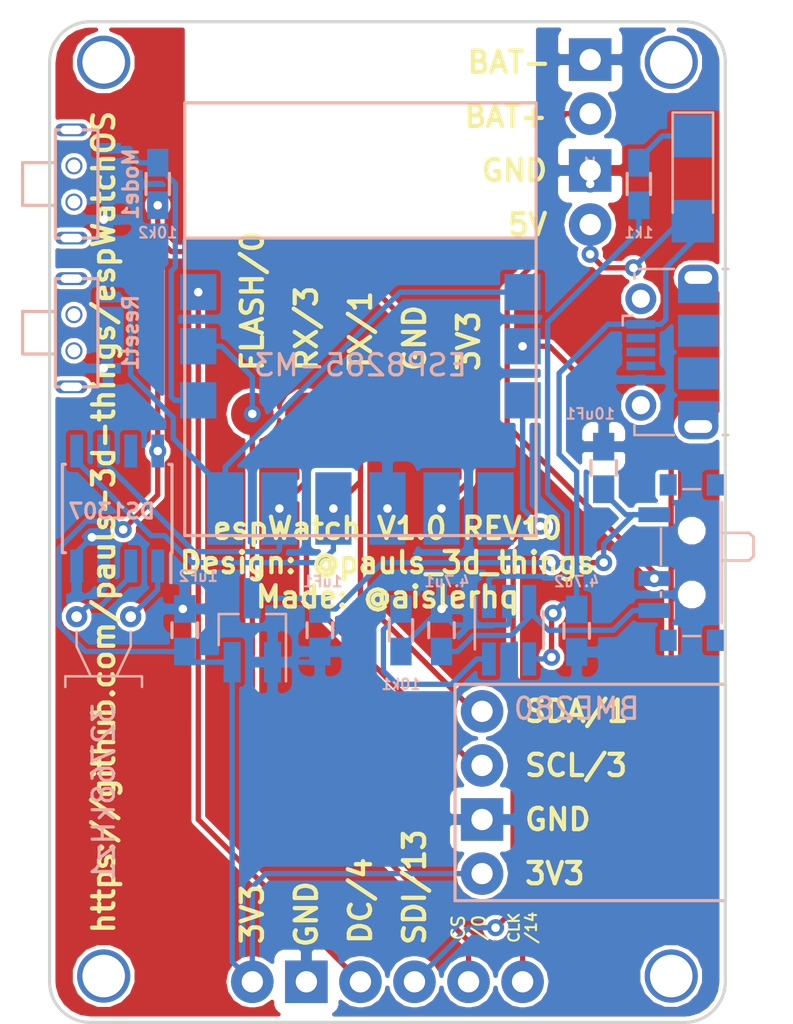
<source format=kicad_pcb>
(kicad_pcb (version 20171130) (host pcbnew "(5.0.0-3-g5ebb6b6)")

  (general
    (thickness 1.6)
    (drawings 30)
    (tracks 226)
    (zones 0)
    (modules 27)
    (nets 25)
  )

  (page A4)
  (layers
    (0 F.Cu signal)
    (31 B.Cu signal)
    (32 B.Adhes user)
    (33 F.Adhes user)
    (34 B.Paste user)
    (35 F.Paste user)
    (36 B.SilkS user)
    (37 F.SilkS user)
    (38 B.Mask user)
    (39 F.Mask user)
    (40 Dwgs.User user)
    (41 Cmts.User user)
    (42 Eco1.User user)
    (43 Eco2.User user)
    (44 Edge.Cuts user)
    (45 Margin user)
    (46 B.CrtYd user)
    (47 F.CrtYd user)
    (48 B.Fab user)
    (49 F.Fab user)
  )

  (setup
    (last_trace_width 0.25)
    (trace_clearance 0.2)
    (zone_clearance 0.2)
    (zone_45_only no)
    (trace_min 0.2)
    (segment_width 0.2)
    (edge_width 0.15)
    (via_size 0.8)
    (via_drill 0.4)
    (via_min_size 0.4)
    (via_min_drill 0.3)
    (uvia_size 0.3)
    (uvia_drill 0.1)
    (uvias_allowed no)
    (uvia_min_size 0.2)
    (uvia_min_drill 0.1)
    (pcb_text_width 0.3)
    (pcb_text_size 1.5 1.5)
    (mod_edge_width 0.15)
    (mod_text_size 1 1)
    (mod_text_width 0.15)
    (pad_size 2 2)
    (pad_drill 1)
    (pad_to_mask_clearance 0)
    (aux_axis_origin 0 0)
    (visible_elements FFFFFF7F)
    (pcbplotparams
      (layerselection 0x010fc_ffffffff)
      (usegerberextensions false)
      (usegerberattributes false)
      (usegerberadvancedattributes false)
      (creategerberjobfile false)
      (excludeedgelayer true)
      (linewidth 0.100000)
      (plotframeref false)
      (viasonmask false)
      (mode 1)
      (useauxorigin false)
      (hpglpennumber 1)
      (hpglpenspeed 20)
      (hpglpendiameter 15.000000)
      (psnegative false)
      (psa4output false)
      (plotreference true)
      (plotvalue true)
      (plotinvisibletext false)
      (padsonsilk false)
      (subtractmaskfromsilk false)
      (outputformat 1)
      (mirror false)
      (drillshape 1)
      (scaleselection 1)
      (outputdirectory "render/"))
  )

  (net 0 "")
  (net 1 "Net-(10k1-Pad2)")
  (net 2 GND)
  (net 3 +3V8)
  (net 4 /BTN_MODE)
  (net 5 "Net-(1k1-Pad1)")
  (net 6 "Net-(1k1-Pad2)")
  (net 7 "Net-(32768kHz1-Pad1)")
  (net 8 "Net-(32768kHz1-Pad2)")
  (net 9 /VBAT)
  (net 10 +5V)
  (net 11 /BAT+)
  (net 12 "Net-(J2-Pad2)")
  (net 13 "Net-(J2-Pad3)")
  (net 14 /CLK)
  (net 15 /CS)
  (net 16 /SDI)
  (net 17 /DC)
  (net 18 /RST)
  (net 19 /SDA)
  (net 20 /SCL)
  (net 21 "Net-(U4-Pad7)")
  (net 22 +3V3)
  (net 23 "Net-(U4-Pad3)")
  (net 24 "Net-(ESP8285-M3-Pad4)")

  (net_class Default "This is the default net class."
    (clearance 0.2)
    (trace_width 0.25)
    (via_dia 0.8)
    (via_drill 0.4)
    (uvia_dia 0.3)
    (uvia_drill 0.1)
    (add_net +3V3)
    (add_net +3V8)
    (add_net +5V)
    (add_net /BAT+)
    (add_net /BTN_MODE)
    (add_net /CLK)
    (add_net /CS)
    (add_net /DC)
    (add_net /RST)
    (add_net /SCL)
    (add_net /SDA)
    (add_net /SDI)
    (add_net /VBAT)
    (add_net GND)
    (add_net "Net-(10k1-Pad2)")
    (add_net "Net-(1k1-Pad1)")
    (add_net "Net-(1k1-Pad2)")
    (add_net "Net-(32768kHz1-Pad1)")
    (add_net "Net-(32768kHz1-Pad2)")
    (add_net "Net-(ESP8285-M3-Pad4)")
    (add_net "Net-(J2-Pad2)")
    (add_net "Net-(J2-Pad3)")
    (add_net "Net-(U4-Pad3)")
    (add_net "Net-(U4-Pad7)")
  )

  (module libuvwxy:button_side_smd (layer B.Cu) (tedit 5B8EC8E7) (tstamp 5BB9BEDC)
    (at 93.98 80.01 180)
    (path /5B76F075)
    (fp_text reference Mode1 (at -2.54 0 270) (layer B.SilkS)
      (effects (font (size 0.7 0.7) (thickness 0.15)) (justify mirror))
    )
    (fp_text value SW_MODE (at 0 5.08 180) (layer B.Fab)
      (effects (font (size 1 1) (thickness 0.15)) (justify mirror))
    )
    (fp_line (start 2.54 -1) (end 1 -1) (layer B.SilkS) (width 0.15))
    (fp_line (start 2.54 1) (end 2.54 -1) (layer B.SilkS) (width 0.15))
    (fp_line (start 1 1) (end 2.54 1) (layer B.SilkS) (width 0.15))
    (fp_line (start 1 2.54) (end -1 2.54) (layer B.SilkS) (width 0.15))
    (fp_line (start 1 -2.54) (end 1 2.54) (layer B.SilkS) (width 0.15))
    (fp_line (start -1 -2.54) (end 1 -2.54) (layer B.SilkS) (width 0.15))
    (fp_line (start -1 2.54) (end -1 -2.54) (layer B.SilkS) (width 0.15))
    (pad "" thru_hole oval (at 0.25 -2.54 180) (size 1.524 0.6) (drill oval 1 0.4) (layers *.Cu *.Mask))
    (pad "" thru_hole oval (at 0.25 2.54 180) (size 1.524 0.6) (drill oval 1 0.4) (layers *.Cu *.Mask))
    (pad 2 smd rect (at -1.475 -1.675 180) (size 1.2 0.5) (layers B.Cu B.Paste B.Mask)
      (net 2 GND))
    (pad 1 smd rect (at -1.475 1.675 180) (size 1.2 0.5) (layers B.Cu B.Paste B.Mask)
      (net 4 /BTN_MODE))
    (pad "" np_thru_hole circle (at 0.127 0.85 180) (size 0.8 0.8) (drill 0.6) (layers *.Cu *.Mask))
    (pad "" np_thru_hole circle (at 0.127 -0.85 180) (size 0.8 0.8) (drill 0.6) (layers *.Cu *.Mask))
  )

  (module libuvwxy:button_side_smd (layer B.Cu) (tedit 5B8EC8E7) (tstamp 5BA1A239)
    (at 93.98 86.995 180)
    (path /5B76EFE4)
    (fp_text reference Reset1 (at -2.54 0 270) (layer B.SilkS)
      (effects (font (size 0.7 0.7) (thickness 0.15)) (justify mirror))
    )
    (fp_text value SW_RST (at 0 5.08 180) (layer B.Fab)
      (effects (font (size 1 1) (thickness 0.15)) (justify mirror))
    )
    (fp_line (start -1 2.54) (end -1 -2.54) (layer B.SilkS) (width 0.15))
    (fp_line (start -1 -2.54) (end 1 -2.54) (layer B.SilkS) (width 0.15))
    (fp_line (start 1 -2.54) (end 1 2.54) (layer B.SilkS) (width 0.15))
    (fp_line (start 1 2.54) (end -1 2.54) (layer B.SilkS) (width 0.15))
    (fp_line (start 1 1) (end 2.54 1) (layer B.SilkS) (width 0.15))
    (fp_line (start 2.54 1) (end 2.54 -1) (layer B.SilkS) (width 0.15))
    (fp_line (start 2.54 -1) (end 1 -1) (layer B.SilkS) (width 0.15))
    (pad "" np_thru_hole circle (at 0.127 -0.85 180) (size 0.8 0.8) (drill 0.6) (layers *.Cu *.Mask))
    (pad "" np_thru_hole circle (at 0.127 0.85 180) (size 0.8 0.8) (drill 0.6) (layers *.Cu *.Mask))
    (pad 1 smd rect (at -1.475 1.675 180) (size 1.2 0.5) (layers B.Cu B.Paste B.Mask)
      (net 18 /RST))
    (pad 2 smd rect (at -1.475 -1.675 180) (size 1.2 0.5) (layers B.Cu B.Paste B.Mask)
      (net 2 GND))
    (pad "" thru_hole oval (at 0.25 2.54 180) (size 1.524 0.6) (drill oval 1 0.4) (layers *.Cu *.Mask))
    (pad "" thru_hole oval (at 0.25 -2.54 180) (size 1.524 0.6) (drill oval 1 0.4) (layers *.Cu *.Mask))
  )

  (module libuvwxy:esp8285-m3 (layer B.Cu) (tedit 5B72FECD) (tstamp 5BB9B3C5)
    (at 115.57 96.52 180)
    (path /5B7070B9)
    (fp_text reference ESP8285-M3 (at 8.255 8.001 180) (layer B.SilkS)
      (effects (font (size 1 1) (thickness 0.15)) (justify mirror))
    )
    (fp_text value esp8285-m3 (at 8.255 8.255 180) (layer B.Fab)
      (effects (font (size 1 1) (thickness 0.15)) (justify mirror))
    )
    (fp_text user Antenna (at 8.255 17.145 180) (layer B.SilkS) hide
      (effects (font (size 1 1) (thickness 0.15)) (justify mirror))
    )
    (fp_line (start 0 13.97) (end 16.51 13.97) (layer B.SilkS) (width 0.15))
    (fp_line (start 0 0) (end 16.51 0) (layer B.SilkS) (width 0.15))
    (fp_line (start 16.51 0) (end 16.51 20.32) (layer B.SilkS) (width 0.15))
    (fp_line (start 16.51 20.32) (end 0 20.32) (layer B.SilkS) (width 0.15))
    (fp_line (start 0 20.32) (end 0 0) (layer B.SilkS) (width 0.15))
    (pad 1 smd rect (at 0.635 11.43 180) (size 1.7 1.7) (layers B.Cu B.Paste B.Mask)
      (net 18 /RST))
    (pad 2 smd rect (at 0.635 8.89 180) (size 1.7 1.7) (layers B.Cu B.Paste B.Mask)
      (net 14 /CLK))
    (pad 3 smd rect (at 0.635 6.35 180) (size 1.7 1.7) (layers B.Cu B.Paste B.Mask)
      (net 16 /SDI))
    (pad 4 smd rect (at 1.905 1.27 180) (size 1.7 3.4) (layers B.Cu B.Paste B.Mask)
      (net 24 "Net-(ESP8285-M3-Pad4)"))
    (pad 5 smd rect (at 4.445 1.27 180) (size 1.7 3.4) (layers B.Cu B.Paste B.Mask)
      (net 22 +3V3))
    (pad 6 smd rect (at 6.985 1.27 180) (size 1.7 3.4) (layers B.Cu B.Paste B.Mask)
      (net 2 GND))
    (pad 7 smd rect (at 9.525 1.27 180) (size 1.7 3.4) (layers B.Cu B.Paste B.Mask)
      (net 19 /SDA))
    (pad 8 smd rect (at 12.065 1.27 180) (size 1.7 3.4) (layers B.Cu B.Paste B.Mask)
      (net 20 /SCL))
    (pad 9 smd rect (at 14.605 1.27 180) (size 1.7 3.4) (layers B.Cu B.Paste B.Mask)
      (net 18 /RST))
    (pad 10 smd rect (at 15.875 6.35 180) (size 1.7 1.7) (layers B.Cu B.Paste B.Mask)
      (net 4 /BTN_MODE))
    (pad 11 smd rect (at 15.875 8.89 180) (size 1.7 1.7) (layers B.Cu B.Paste B.Mask)
      (net 15 /CS))
    (pad 12 smd rect (at 15.875 11.43 180) (size 1.7 1.7) (layers B.Cu B.Paste B.Mask)
      (net 17 /DC))
  )

  (module Connector_USB:USB_Micro-B_Molex-105017-0001 (layer B.Cu) (tedit 5B8EC28E) (tstamp 5BA1D3FA)
    (at 121.9525 87.9 270)
    (descr http://www.molex.com/pdm_docs/sd/1050170001_sd.pdf)
    (tags "Micro-USB SMD Typ-B")
    (path /5B71CE54)
    (attr smd)
    (fp_text reference J2 (at 0 3.1125 270) (layer B.SilkS) hide
      (effects (font (size 1 1) (thickness 0.15)) (justify mirror))
    )
    (fp_text value USB_A (at 0.3 -4.3375 270) (layer B.Fab)
      (effects (font (size 1 1) (thickness 0.15)) (justify mirror))
    )
    (fp_text user "PCB Edge" (at 0 -2.6875 270) (layer Dwgs.User)
      (effects (font (size 0.5 0.5) (thickness 0.08)))
    )
    (fp_text user %R (at 0 -0.8875 90) (layer B.Fab)
      (effects (font (size 1 1) (thickness 0.15)) (justify mirror))
    )
    (fp_line (start -4.4 -3.64) (end 4.4 -3.64) (layer B.CrtYd) (width 0.05))
    (fp_line (start 4.4 2.46) (end 4.4 -3.64) (layer B.CrtYd) (width 0.05))
    (fp_line (start -4.4 2.46) (end 4.4 2.46) (layer B.CrtYd) (width 0.05))
    (fp_line (start -4.4 -3.64) (end -4.4 2.46) (layer B.CrtYd) (width 0.05))
    (fp_line (start -3.9 1.7625) (end -3.45 1.7625) (layer B.SilkS) (width 0.12))
    (fp_line (start -3.9 -0.0875) (end -3.9 1.7625) (layer B.SilkS) (width 0.12))
    (fp_line (start 3.9 -2.6375) (end 3.9 -2.3875) (layer B.SilkS) (width 0.12))
    (fp_line (start 3.75 -3.3875) (end 3.75 1.6125) (layer B.Fab) (width 0.1))
    (fp_line (start -3 -2.689204) (end 3 -2.689204) (layer B.Fab) (width 0.1))
    (fp_line (start -3.75 -3.389204) (end 3.75 -3.389204) (layer B.Fab) (width 0.1))
    (fp_line (start -3.75 1.6125) (end 3.75 1.6125) (layer B.Fab) (width 0.1))
    (fp_line (start -3.75 -3.3875) (end -3.75 1.6125) (layer B.Fab) (width 0.1))
    (fp_line (start -3.9 -2.6375) (end -3.9 -2.3875) (layer B.SilkS) (width 0.12))
    (fp_line (start 3.9 -0.0875) (end 3.9 1.7625) (layer B.SilkS) (width 0.12))
    (fp_line (start 3.9 1.7625) (end 3.45 1.7625) (layer B.SilkS) (width 0.12))
    (fp_line (start -1.7 2.3125) (end -1.25 2.3125) (layer B.SilkS) (width 0.12))
    (fp_line (start -1.7 2.3125) (end -1.7 1.8625) (layer B.SilkS) (width 0.12))
    (fp_line (start -1.3 1.7125) (end -1.5 1.9125) (layer B.Fab) (width 0.1))
    (fp_line (start -1.1 1.9125) (end -1.3 1.7125) (layer B.Fab) (width 0.1))
    (fp_line (start -1.5 2.1225) (end -1.1 2.1225) (layer B.Fab) (width 0.1))
    (fp_line (start -1.5 2.1225) (end -1.5 1.9125) (layer B.Fab) (width 0.1))
    (fp_line (start -1.1 2.1225) (end -1.1 1.9125) (layer B.Fab) (width 0.1))
    (pad 6 smd rect (at 1 -1.2375 270) (size 1.5 1.9) (layers B.Cu B.Paste B.Mask))
    (pad 6 thru_hole circle (at -2.5 1.4625 270) (size 1.45 1.45) (drill 0.85) (layers *.Cu *.Mask))
    (pad 2 smd rect (at -0.65 1.4625 270) (size 0.4 1.35) (layers B.Cu B.Paste B.Mask)
      (net 12 "Net-(J2-Pad2)"))
    (pad 1 smd rect (at -1.3 1.4625 270) (size 0.4 1.35) (layers B.Cu B.Paste B.Mask)
      (net 10 +5V))
    (pad 4 smd rect (at 1.3 1.4625 270) (size 0.4 1.35) (layers B.Cu B.Paste B.Mask)
      (net 2 GND))
    (pad "" smd rect (at 0.65 1.4625 270) (size 0.4 1.35) (layers B.Cu B.Paste B.Mask))
    (pad 3 smd rect (at 0 1.4625 270) (size 0.4 1.35) (layers B.Cu B.Paste B.Mask)
      (net 13 "Net-(J2-Pad3)"))
    (pad 6 thru_hole circle (at 2.5 1.4625 270) (size 1.45 1.45) (drill 0.85) (layers *.Cu *.Mask))
    (pad 6 smd rect (at -1 -1.2375 270) (size 1.5 1.9) (layers B.Cu B.Paste B.Mask))
    (pad 6 thru_hole oval (at -3.5 -1.2375 90) (size 1.2 1.9) (drill oval 0.6 1.3) (layers *.Cu *.Mask))
    (pad 6 thru_hole oval (at 3.5 -1.2375 270) (size 1.2 1.9) (drill oval 0.6 1.3) (layers *.Cu *.Mask))
    (pad 6 smd rect (at 2.9 -1.2375 270) (size 1.2 1.9) (layers B.Cu B.Mask))
    (pad 6 smd rect (at -2.9 -1.2375 270) (size 1.2 1.9) (layers B.Cu B.Mask))
    (model ${KISYS3DMOD}/Connector_USB.3dshapes/USB_Micro-B_Molex-105017-0001.wrl
      (at (xyz 0 0 0))
      (scale (xyz 1 1 1))
      (rotate (xyz 0 0 0))
    )
  )

  (module libuvwxy:Pin_Header_Straight_1x02_Pitch2.54mm (layer B.Cu) (tedit 5B7F15B6) (tstamp 5BB9C623)
    (at 118.11 76.708)
    (descr "Through hole straight pin header, 1x02, 2.54mm pitch, single row")
    (tags "Through hole pin header THT 1x02 2.54mm single row")
    (path /5B708346)
    (fp_text reference J1 (at 0 2.33) (layer B.SilkS)
      (effects (font (size 0.5 0.5) (thickness 0.1)) (justify mirror))
    )
    (fp_text value BAT (at 0 -4.87) (layer B.Fab)
      (effects (font (size 0.5 0.5) (thickness 0.1)) (justify mirror))
    )
    (fp_line (start -0.635 1.27) (end 1.27 1.27) (layer B.Fab) (width 0.1))
    (fp_line (start 1.27 1.27) (end 1.27 -3.81) (layer B.Fab) (width 0.1))
    (fp_line (start 1.27 -3.81) (end -1.27 -3.81) (layer B.Fab) (width 0.1))
    (fp_line (start -1.27 -3.81) (end -1.27 0.635) (layer B.Fab) (width 0.1))
    (fp_line (start -1.27 0.635) (end -0.635 1.27) (layer B.Fab) (width 0.1))
    (fp_line (start -1.8 1.8) (end -1.8 -4.35) (layer B.CrtYd) (width 0.05))
    (fp_line (start -1.8 -4.35) (end 1.8 -4.35) (layer B.CrtYd) (width 0.05))
    (fp_line (start 1.8 -4.35) (end 1.8 1.8) (layer B.CrtYd) (width 0.05))
    (fp_line (start 1.8 1.8) (end -1.8 1.8) (layer B.CrtYd) (width 0.05))
    (fp_text user %R (at 0 -1.27) (layer B.Fab)
      (effects (font (size 0.5 0.5) (thickness 0.1)) (justify mirror))
    )
    (pad 1 thru_hole oval (at 0 0) (size 2 2) (drill 1) (layers *.Cu *.Mask)
      (net 11 /BAT+))
    (pad 2 thru_hole rect (at 0 -2.54) (size 2 2) (drill 1) (layers *.Cu *.Mask)
      (net 2 GND))
    (model ${KISYS3DMOD}/Pin_Headers.3dshapes/Pin_Header_Straight_1x02_Pitch2.54mm.wrl
      (at (xyz 0 0 0))
      (scale (xyz 1 1 1))
      (rotate (xyz 0 0 0))
    )
  )

  (module libuvwxy:Pin_Header_Straight_1x02_Pitch2.54mm (layer F.Cu) (tedit 5B7302E9) (tstamp 5B7EB394)
    (at 118.11 81.915 180)
    (descr "Through hole straight pin header, 1x02, 2.54mm pitch, single row")
    (tags "Through hole pin header THT 1x02 2.54mm single row")
    (path /5B74455B)
    (fp_text reference Solar1 (at 0 -2.33 180) (layer F.SilkS) hide
      (effects (font (size 0.5 0.5) (thickness 0.1)))
    )
    (fp_text value Solar (at 0 4.87 180) (layer F.Fab)
      (effects (font (size 0.5 0.5) (thickness 0.1)))
    )
    (fp_line (start -0.635 -1.27) (end 1.27 -1.27) (layer F.Fab) (width 0.1))
    (fp_line (start 1.27 -1.27) (end 1.27 3.81) (layer F.Fab) (width 0.1))
    (fp_line (start 1.27 3.81) (end -1.27 3.81) (layer F.Fab) (width 0.1))
    (fp_line (start -1.27 3.81) (end -1.27 -0.635) (layer F.Fab) (width 0.1))
    (fp_line (start -1.27 -0.635) (end -0.635 -1.27) (layer F.Fab) (width 0.1))
    (fp_line (start -1.8 -1.8) (end -1.8 4.35) (layer F.CrtYd) (width 0.05))
    (fp_line (start -1.8 4.35) (end 1.8 4.35) (layer F.CrtYd) (width 0.05))
    (fp_line (start 1.8 4.35) (end 1.8 -1.8) (layer F.CrtYd) (width 0.05))
    (fp_line (start 1.8 -1.8) (end -1.8 -1.8) (layer F.CrtYd) (width 0.05))
    (fp_text user %R (at 0 1.27) (layer F.Fab)
      (effects (font (size 0.5 0.5) (thickness 0.1)))
    )
    (pad 1 thru_hole oval (at 0 0 180) (size 2 2) (drill 1) (layers *.Cu *.Mask)
      (net 10 +5V))
    (pad 2 thru_hole rect (at 0 2.54 180) (size 2 2) (drill 1) (layers *.Cu *.Mask)
      (net 2 GND))
    (model ${KISYS3DMOD}/Pin_Headers.3dshapes/Pin_Header_Straight_1x02_Pitch2.54mm.wrl
      (at (xyz 0 0 0))
      (scale (xyz 1 1 1))
      (rotate (xyz 0 0 0))
    )
  )

  (module libuvwxy:Pin_Header_Straight_1x05_Pitch2.54mm (layer F.Cu) (tedit 5B72FDF9) (tstamp 5BB9AF01)
    (at 102.235 90.805 90)
    (descr "Through hole straight pin header, 1x05, 2.54mm pitch, single row")
    (tags "Through hole pin header THT 1x05 2.54mm single row")
    (path /5B787DD3)
    (fp_text reference Programmer1 (at 0 -2.33 90) (layer F.SilkS) hide
      (effects (font (size 0.5 0.5) (thickness 0.1)))
    )
    (fp_text value Programmer (at 0 12.49 90) (layer F.Fab)
      (effects (font (size 0.5 0.5) (thickness 0.1)))
    )
    (fp_line (start -0.635 -1.27) (end 1.27 -1.27) (layer F.Fab) (width 0.1))
    (fp_line (start 1.27 -1.27) (end 1.27 11.43) (layer F.Fab) (width 0.1))
    (fp_line (start 1.27 11.43) (end -1.27 11.43) (layer F.Fab) (width 0.1))
    (fp_line (start -1.27 11.43) (end -1.27 -0.635) (layer F.Fab) (width 0.1))
    (fp_line (start -1.27 -0.635) (end -0.635 -1.27) (layer F.Fab) (width 0.1))
    (fp_line (start -1.8 -1.8) (end -1.8 11.95) (layer F.CrtYd) (width 0.05))
    (fp_line (start -1.8 11.95) (end 1.8 11.95) (layer F.CrtYd) (width 0.05))
    (fp_line (start 1.8 11.95) (end 1.8 -1.8) (layer F.CrtYd) (width 0.05))
    (fp_line (start 1.8 -1.8) (end -1.8 -1.8) (layer F.CrtYd) (width 0.05))
    (fp_text user %R (at 0 5.08 180) (layer F.Fab)
      (effects (font (size 0.5 0.5) (thickness 0.1)))
    )
    (pad 1 smd oval (at 0 0 90) (size 2 2) (layers F.Cu F.Mask)
      (net 15 /CS))
    (pad 2 smd oval (at 0 2.54 90) (size 2 2) (layers F.Cu F.Mask)
      (net 20 /SCL))
    (pad 3 smd oval (at 0 5.08 90) (size 2 2) (layers F.Cu F.Mask)
      (net 19 /SDA))
    (pad 4 smd rect (at 0 7.62 90) (size 2 2) (layers F.Cu F.Mask)
      (net 2 GND))
    (pad 5 smd oval (at 0 10.16 90) (size 2 2) (layers F.Cu F.Mask)
      (net 22 +3V3))
    (model ${KISYS3DMOD}/Pin_Headers.3dshapes/Pin_Header_Straight_1x05_Pitch2.54mm.wrl
      (at (xyz 0 0 0))
      (scale (xyz 1 1 1))
      (rotate (xyz 0 0 0))
    )
  )

  (module libuvwxy:Pin_Header_Straight_1x01_Pitch2.54mm (layer F.Cu) (tedit 5B72FDCB) (tstamp 5BB9AA4B)
    (at 95.25 117.205)
    (descr "Through hole straight pin header, 1x01, 2.54mm pitch, single row")
    (tags "Through hole pin header THT 1x01 2.54mm single row")
    (fp_text reference REF** (at 0 -2.33) (layer F.SilkS) hide
      (effects (font (size 0.5 0.5) (thickness 0.1)))
    )
    (fp_text value Pin_Header_Straight_1x01_Pitch2.54mm (at 0 2.33) (layer F.Fab) hide
      (effects (font (size 0.5 0.5) (thickness 0.1)))
    )
    (fp_text user %R (at 0 0 90) (layer F.Fab)
      (effects (font (size 0.5 0.5) (thickness 0.1)))
    )
    (fp_line (start 1.8 -1.8) (end -1.8 -1.8) (layer F.CrtYd) (width 0.05))
    (fp_line (start 1.8 1.8) (end 1.8 -1.8) (layer F.CrtYd) (width 0.05))
    (fp_line (start -1.8 1.8) (end 1.8 1.8) (layer F.CrtYd) (width 0.05))
    (fp_line (start -1.8 -1.8) (end -1.8 1.8) (layer F.CrtYd) (width 0.05))
    (fp_line (start -1.27 -0.635) (end -0.635 -1.27) (layer F.Fab) (width 0.1))
    (fp_line (start -1.27 1.27) (end -1.27 -0.635) (layer F.Fab) (width 0.1))
    (fp_line (start 1.27 1.27) (end -1.27 1.27) (layer F.Fab) (width 0.1))
    (fp_line (start 1.27 -1.27) (end 1.27 1.27) (layer F.Fab) (width 0.1))
    (fp_line (start -0.635 -1.27) (end 1.27 -1.27) (layer F.Fab) (width 0.1))
    (pad "" thru_hole circle (at 0 0) (size 2.5 2.5) (drill 2) (layers *.Cu *.Mask))
    (model ${KISYS3DMOD}/Pin_Headers.3dshapes/Pin_Header_Straight_1x01_Pitch2.54mm.wrl
      (at (xyz 0 0 0))
      (scale (xyz 1 1 1))
      (rotate (xyz 0 0 0))
    )
  )

  (module libuvwxy:Pin_Header_Straight_1x06_Pitch2.54mm (layer F.Cu) (tedit 5B72FDA8) (tstamp 5BB9A325)
    (at 114.935 117.475 270)
    (descr "Through hole straight pin header, 1x06, 2.54mm pitch, single row")
    (tags "Through hole pin header THT 1x06 2.54mm single row")
    (path /5B7171F0)
    (fp_text reference J3 (at 0 -2.33 270) (layer F.SilkS) hide
      (effects (font (size 0.5 0.5) (thickness 0.1)))
    )
    (fp_text value DISPLAY (at 0 15.03 270) (layer F.Fab)
      (effects (font (size 0.5 0.5) (thickness 0.1)))
    )
    (fp_line (start -0.635 -1.27) (end 1.27 -1.27) (layer F.Fab) (width 0.1))
    (fp_line (start 1.27 -1.27) (end 1.27 13.97) (layer F.Fab) (width 0.1))
    (fp_line (start 1.27 13.97) (end -1.27 13.97) (layer F.Fab) (width 0.1))
    (fp_line (start -1.27 13.97) (end -1.27 -0.635) (layer F.Fab) (width 0.1))
    (fp_line (start -1.27 -0.635) (end -0.635 -1.27) (layer F.Fab) (width 0.1))
    (fp_line (start -1.8 -1.8) (end -1.8 14.5) (layer F.CrtYd) (width 0.05))
    (fp_line (start -1.8 14.5) (end 1.8 14.5) (layer F.CrtYd) (width 0.05))
    (fp_line (start 1.8 14.5) (end 1.8 -1.8) (layer F.CrtYd) (width 0.05))
    (fp_line (start 1.8 -1.8) (end -1.8 -1.8) (layer F.CrtYd) (width 0.05))
    (fp_text user %R (at 0 6.35) (layer F.Fab)
      (effects (font (size 0.5 0.5) (thickness 0.1)))
    )
    (pad 1 thru_hole oval (at 0 0 270) (size 2 2) (drill 1) (layers *.Cu *.Mask)
      (net 14 /CLK))
    (pad 2 thru_hole oval (at 0 2.54 270) (size 2 2) (drill 1) (layers *.Cu *.Mask)
      (net 15 /CS))
    (pad 3 thru_hole oval (at 0 5.08 270) (size 2 2) (drill 1) (layers *.Cu *.Mask)
      (net 16 /SDI))
    (pad 4 thru_hole oval (at 0 7.62 270) (size 2 2) (drill 1) (layers *.Cu *.Mask)
      (net 17 /DC))
    (pad 5 thru_hole rect (at 0 10.16 270) (size 2 2) (drill 1) (layers *.Cu *.Mask)
      (net 2 GND))
    (pad 6 thru_hole oval (at 0 12.7 270) (size 2 2) (drill 1) (layers *.Cu *.Mask)
      (net 22 +3V3))
    (model ${KISYS3DMOD}/Pin_Headers.3dshapes/Pin_Header_Straight_1x06_Pitch2.54mm.wrl
      (at (xyz 0 0 0))
      (scale (xyz 1 1 1))
      (rotate (xyz 0 0 0))
    )
  )

  (module libuvwxy:Pin_Header_Straight_1x01_Pitch2.54mm (layer F.Cu) (tedit 5B72FD91) (tstamp 5BB9A208)
    (at 121.92 117.205)
    (descr "Through hole straight pin header, 1x01, 2.54mm pitch, single row")
    (tags "Through hole pin header THT 1x01 2.54mm single row")
    (fp_text reference REF** (at 0 -2.33) (layer F.SilkS) hide
      (effects (font (size 0.5 0.5) (thickness 0.1)))
    )
    (fp_text value Pin_Header_Straight_1x01_Pitch2.54mm (at 0 2.33) (layer F.Fab) hide
      (effects (font (size 0.5 0.5) (thickness 0.1)))
    )
    (fp_line (start -0.635 -1.27) (end 1.27 -1.27) (layer F.Fab) (width 0.1))
    (fp_line (start 1.27 -1.27) (end 1.27 1.27) (layer F.Fab) (width 0.1))
    (fp_line (start 1.27 1.27) (end -1.27 1.27) (layer F.Fab) (width 0.1))
    (fp_line (start -1.27 1.27) (end -1.27 -0.635) (layer F.Fab) (width 0.1))
    (fp_line (start -1.27 -0.635) (end -0.635 -1.27) (layer F.Fab) (width 0.1))
    (fp_line (start -1.8 -1.8) (end -1.8 1.8) (layer F.CrtYd) (width 0.05))
    (fp_line (start -1.8 1.8) (end 1.8 1.8) (layer F.CrtYd) (width 0.05))
    (fp_line (start 1.8 1.8) (end 1.8 -1.8) (layer F.CrtYd) (width 0.05))
    (fp_line (start 1.8 -1.8) (end -1.8 -1.8) (layer F.CrtYd) (width 0.05))
    (fp_text user %R (at 0 0 90) (layer F.Fab)
      (effects (font (size 0.5 0.5) (thickness 0.1)))
    )
    (pad "" thru_hole circle (at 0 0) (size 2.5 2.5) (drill 2) (layers *.Cu *.Mask))
    (model ${KISYS3DMOD}/Pin_Headers.3dshapes/Pin_Header_Straight_1x01_Pitch2.54mm.wrl
      (at (xyz 0 0 0))
      (scale (xyz 1 1 1))
      (rotate (xyz 0 0 0))
    )
  )

  (module libuvwxy:Pin_Header_Straight_1x01_Pitch2.54mm (layer F.Cu) (tedit 5B72FD7C) (tstamp 5BB99FC7)
    (at 121.92 74.295)
    (descr "Through hole straight pin header, 1x01, 2.54mm pitch, single row")
    (tags "Through hole pin header THT 1x01 2.54mm single row")
    (fp_text reference REF** (at 0 -2.33) (layer F.SilkS) hide
      (effects (font (size 0.5 0.5) (thickness 0.1)))
    )
    (fp_text value Pin_Header_Straight_1x01_Pitch2.54mm (at 0 2.33) (layer F.Fab) hide
      (effects (font (size 0.5 0.5) (thickness 0.1)))
    )
    (fp_line (start -0.635 -1.27) (end 1.27 -1.27) (layer F.Fab) (width 0.1))
    (fp_line (start 1.27 -1.27) (end 1.27 1.27) (layer F.Fab) (width 0.1))
    (fp_line (start 1.27 1.27) (end -1.27 1.27) (layer F.Fab) (width 0.1))
    (fp_line (start -1.27 1.27) (end -1.27 -0.635) (layer F.Fab) (width 0.1))
    (fp_line (start -1.27 -0.635) (end -0.635 -1.27) (layer F.Fab) (width 0.1))
    (fp_line (start -1.8 -1.8) (end -1.8 1.8) (layer F.CrtYd) (width 0.05))
    (fp_line (start -1.8 1.8) (end 1.8 1.8) (layer F.CrtYd) (width 0.05))
    (fp_line (start 1.8 1.8) (end 1.8 -1.8) (layer F.CrtYd) (width 0.05))
    (fp_line (start 1.8 -1.8) (end -1.8 -1.8) (layer F.CrtYd) (width 0.05))
    (fp_text user %R (at 0 0 90) (layer F.Fab)
      (effects (font (size 0.5 0.5) (thickness 0.1)))
    )
    (pad "" thru_hole circle (at 0 0) (size 2.5 2.5) (drill 2) (layers *.Cu *.Mask))
    (model ${KISYS3DMOD}/Pin_Headers.3dshapes/Pin_Header_Straight_1x01_Pitch2.54mm.wrl
      (at (xyz 0 0 0))
      (scale (xyz 1 1 1))
      (rotate (xyz 0 0 0))
    )
  )

  (module libuvwxy:Pin_Header_Straight_1x01_Pitch2.54mm (layer F.Cu) (tedit 5B72FD3C) (tstamp 5BB9A0AA)
    (at 95.25 74.295)
    (descr "Through hole straight pin header, 1x01, 2.54mm pitch, single row")
    (tags "Through hole pin header THT 1x01 2.54mm single row")
    (fp_text reference REF** (at 0 -2.33) (layer F.SilkS) hide
      (effects (font (size 0.5 0.5) (thickness 0.1)))
    )
    (fp_text value Pin_Header_Straight_1x01_Pitch2.54mm (at 0 2.33) (layer F.Fab) hide
      (effects (font (size 0.5 0.5) (thickness 0.1)))
    )
    (fp_line (start -0.635 -1.27) (end 1.27 -1.27) (layer F.Fab) (width 0.1))
    (fp_line (start 1.27 -1.27) (end 1.27 1.27) (layer F.Fab) (width 0.1))
    (fp_line (start 1.27 1.27) (end -1.27 1.27) (layer F.Fab) (width 0.1))
    (fp_line (start -1.27 1.27) (end -1.27 -0.635) (layer F.Fab) (width 0.1))
    (fp_line (start -1.27 -0.635) (end -0.635 -1.27) (layer F.Fab) (width 0.1))
    (fp_line (start -1.8 -1.8) (end -1.8 1.8) (layer F.CrtYd) (width 0.05))
    (fp_line (start -1.8 1.8) (end 1.8 1.8) (layer F.CrtYd) (width 0.05))
    (fp_line (start 1.8 1.8) (end 1.8 -1.8) (layer F.CrtYd) (width 0.05))
    (fp_line (start 1.8 -1.8) (end -1.8 -1.8) (layer F.CrtYd) (width 0.05))
    (fp_text user %R (at 0 0 90) (layer F.Fab)
      (effects (font (size 0.5 0.5) (thickness 0.1)))
    )
    (pad "" thru_hole circle (at 0 0) (size 2.5 2.5) (drill 2) (layers *.Cu *.Mask))
    (model ${KISYS3DMOD}/Pin_Headers.3dshapes/Pin_Header_Straight_1x01_Pitch2.54mm.wrl
      (at (xyz 0 0 0))
      (scale (xyz 1 1 1))
      (rotate (xyz 0 0 0))
    )
  )

  (module Crystal:Crystal_AT310_D3.0mm_L10.0mm_Horizontal_1EP_style1 (layer B.Cu) (tedit 5B729297) (tstamp 5BA1A173)
    (at 96.52 100.33 180)
    (descr "Crystal THT AT310 10.0mm-10.5mm length 3.0mm diameter")
    (tags ['AT310'])
    (path /5B7074F6)
    (fp_text reference 32768kHz1 (at 1.27 -8.255 270) (layer B.SilkS)
      (effects (font (size 1 1) (thickness 0.15)) (justify mirror))
    )
    (fp_text value CRYSTAL (at 4.39 -3 90) (layer B.Fab)
      (effects (font (size 1 1) (thickness 0.15)) (justify mirror))
    )
    (fp_text user %R (at 1.25 -8.5 90) (layer B.Fab)
      (effects (font (size 0.8 0.8) (thickness 0.12)) (justify mirror))
    )
    (fp_line (start -0.23 -3) (end -0.23 -13.5) (layer B.Fab) (width 0.1))
    (fp_line (start -0.23 -13.5) (end 2.77 -13.5) (layer B.Fab) (width 0.1))
    (fp_line (start 2.77 -13.5) (end 2.77 -3) (layer B.Fab) (width 0.1))
    (fp_line (start 2.77 -3) (end -0.23 -3) (layer B.Fab) (width 0.1))
    (fp_line (start 0.67 -3) (end 0 -1.5) (layer B.Fab) (width 0.1))
    (fp_line (start 0 -1.5) (end 0 0) (layer B.Fab) (width 0.1))
    (fp_line (start 1.87 -3) (end 2.54 -1.5) (layer B.Fab) (width 0.1))
    (fp_line (start 2.54 -1.5) (end 2.54 0) (layer B.Fab) (width 0.1))
    (fp_line (start -0.53 -3.3) (end -0.53 -2.8) (layer B.SilkS) (width 0.12))
    (fp_line (start -0.53 -2.8) (end 3.07 -2.8) (layer B.SilkS) (width 0.12))
    (fp_line (start 3.07 -2.8) (end 3.07 -3.3) (layer B.SilkS) (width 0.12))
    (fp_line (start 0.67 -2.8) (end 0 -1.4) (layer B.SilkS) (width 0.12))
    (fp_line (start 0 -1.4) (end 0 -0.7) (layer B.SilkS) (width 0.12))
    (fp_line (start 1.87 -2.8) (end 2.54 -1.4) (layer B.SilkS) (width 0.12))
    (fp_line (start 2.54 -1.4) (end 2.54 -0.7) (layer B.SilkS) (width 0.12))
    (fp_line (start -1 0.8) (end -1 -14.3) (layer B.CrtYd) (width 0.05))
    (fp_line (start -1 -14.3) (end 3.6 -14.3) (layer B.CrtYd) (width 0.05))
    (fp_line (start 3.6 -14.3) (end 3.6 0.8) (layer B.CrtYd) (width 0.05))
    (fp_line (start 3.6 0.8) (end -1 0.8) (layer B.CrtYd) (width 0.05))
    (pad 1 thru_hole circle (at 0 0 180) (size 1 1) (drill 0.5) (layers *.Cu *.Mask)
      (net 7 "Net-(32768kHz1-Pad1)"))
    (pad 2 thru_hole circle (at 2.54 0 180) (size 1 1) (drill 0.5) (layers *.Cu *.Mask)
      (net 8 "Net-(32768kHz1-Pad2)"))
    (model ${KISYS3DMOD}/Crystal.3dshapes/Crystal_AT310_D3.0mm_L10.0mm_Horizontal_1EP_style1.wrl
      (at (xyz 0 0 0))
      (scale (xyz 1 1 1))
      (rotate (xyz 0 0 0))
    )
  )

  (module Package_SO:SOIC-8_3.9x4.9mm_P1.27mm (layer B.Cu) (tedit 5B7292EC) (tstamp 5BB9A3C8)
    (at 95.885 95.25 90)
    (descr "8-Lead Plastic Small Outline (SN) - Narrow, 3.90 mm Body [SOIC] (see Microchip Packaging Specification 00000049BS.pdf)")
    (tags "SOIC 1.27")
    (path /5B707250)
    (attr smd)
    (fp_text reference U4 (at 0 3.5 90) (layer B.SilkS) hide
      (effects (font (size 1 1) (thickness 0.15)) (justify mirror))
    )
    (fp_text value DS1307+ (at 0 -3.5 90) (layer B.Fab)
      (effects (font (size 1 1) (thickness 0.15)) (justify mirror))
    )
    (fp_text user %R (at 0 0 90) (layer B.Fab)
      (effects (font (size 1 1) (thickness 0.15)) (justify mirror))
    )
    (fp_line (start -0.95 2.45) (end 1.95 2.45) (layer B.Fab) (width 0.1))
    (fp_line (start 1.95 2.45) (end 1.95 -2.45) (layer B.Fab) (width 0.1))
    (fp_line (start 1.95 -2.45) (end -1.95 -2.45) (layer B.Fab) (width 0.1))
    (fp_line (start -1.95 -2.45) (end -1.95 1.45) (layer B.Fab) (width 0.1))
    (fp_line (start -1.95 1.45) (end -0.95 2.45) (layer B.Fab) (width 0.1))
    (fp_line (start -3.73 2.7) (end -3.73 -2.7) (layer B.CrtYd) (width 0.05))
    (fp_line (start 3.73 2.7) (end 3.73 -2.7) (layer B.CrtYd) (width 0.05))
    (fp_line (start -3.73 2.7) (end 3.73 2.7) (layer B.CrtYd) (width 0.05))
    (fp_line (start -3.73 -2.7) (end 3.73 -2.7) (layer B.CrtYd) (width 0.05))
    (fp_line (start -2.075 2.575) (end -2.075 2.525) (layer B.SilkS) (width 0.15))
    (fp_line (start 2.075 2.575) (end 2.075 2.43) (layer B.SilkS) (width 0.15))
    (fp_line (start 2.075 -2.575) (end 2.075 -2.43) (layer B.SilkS) (width 0.15))
    (fp_line (start -2.075 -2.575) (end -2.075 -2.43) (layer B.SilkS) (width 0.15))
    (fp_line (start -2.075 2.575) (end 2.075 2.575) (layer B.SilkS) (width 0.15))
    (fp_line (start -2.075 -2.575) (end 2.075 -2.575) (layer B.SilkS) (width 0.15))
    (fp_line (start -2.075 2.525) (end -3.475 2.525) (layer B.SilkS) (width 0.15))
    (pad 1 smd rect (at -2.7 1.905 90) (size 1.55 0.6) (layers B.Cu B.Paste B.Mask)
      (net 7 "Net-(32768kHz1-Pad1)"))
    (pad 2 smd rect (at -2.7 0.635 90) (size 1.55 0.6) (layers B.Cu B.Paste B.Mask)
      (net 8 "Net-(32768kHz1-Pad2)"))
    (pad 3 smd rect (at -2.7 -0.635 90) (size 1.55 0.6) (layers B.Cu B.Paste B.Mask)
      (net 23 "Net-(U4-Pad3)"))
    (pad 4 smd rect (at -2.7 -1.905 90) (size 1.55 0.6) (layers B.Cu B.Paste B.Mask)
      (net 2 GND))
    (pad 5 smd rect (at 2.7 -1.905 90) (size 1.55 0.6) (layers B.Cu B.Paste B.Mask)
      (net 19 /SDA))
    (pad 6 smd rect (at 2.7 -0.635 90) (size 1.55 0.6) (layers B.Cu B.Paste B.Mask)
      (net 20 /SCL))
    (pad 7 smd rect (at 2.7 0.635 90) (size 1.55 0.6) (layers B.Cu B.Paste B.Mask)
      (net 21 "Net-(U4-Pad7)"))
    (pad 8 smd rect (at 2.7 1.905 90) (size 1.55 0.6) (layers B.Cu B.Paste B.Mask)
      (net 22 +3V3))
    (model ${KISYS3DMOD}/Package_SO.3dshapes/SOIC-8_3.9x4.9mm_P1.27mm.wrl
      (at (xyz 0 0 0))
      (scale (xyz 1 1 1))
      (rotate (xyz 0 0 0))
    )
  )

  (module libuvwxy:R_0603_HandSoldering_narrow (layer B.Cu) (tedit 5B71E914) (tstamp 5B7E2B34)
    (at 97.79 80.01 90)
    (descr "Resistor SMD 0603, hand soldering")
    (tags "resistor 0603")
    (path /5B75A619)
    (attr smd)
    (fp_text reference 10k2 (at -2.286 0) (layer B.SilkS)
      (effects (font (size 0.5 0.5) (thickness 0.1)) (justify mirror))
    )
    (fp_text value R_Mode (at 0.254 1.143 90) (layer B.Fab)
      (effects (font (size 0.5 0.5) (thickness 0.1)) (justify mirror))
    )
    (fp_line (start -1.778 0.635) (end 1.778 0.635) (layer B.CrtYd) (width 0.15))
    (fp_line (start 1.778 0.635) (end 1.778 -0.635) (layer B.CrtYd) (width 0.15))
    (fp_line (start 1.778 -0.635) (end -1.778 -0.635) (layer B.CrtYd) (width 0.15))
    (fp_line (start -1.778 -0.635) (end -1.778 0.635) (layer B.CrtYd) (width 0.15))
    (fp_line (start -0.8 -0.4) (end -0.8 0.4) (layer B.Fab) (width 0.1))
    (fp_line (start 0.8 -0.4) (end -0.8 -0.4) (layer B.Fab) (width 0.1))
    (fp_line (start 0.8 0.4) (end 0.8 -0.4) (layer B.Fab) (width 0.1))
    (fp_line (start -0.8 0.4) (end 0.8 0.4) (layer B.Fab) (width 0.1))
    (fp_line (start 0.5 -0.548) (end -0.5 -0.548) (layer B.SilkS) (width 0.15))
    (fp_line (start -0.5 0.548) (end 0.5 0.548) (layer B.SilkS) (width 0.15))
    (pad 1 smd rect (at -1 0 90) (size 1.3 1) (layers B.Cu B.Paste B.Mask)
      (net 22 +3V3))
    (pad 2 smd rect (at 1 0 90) (size 1.3 1) (layers B.Cu B.Paste B.Mask)
      (net 4 /BTN_MODE))
    (model Resistors_SMD.3dshapes/R_0603_HandSoldering.wrl
      (at (xyz 0 0 0))
      (scale (xyz 1 1 1))
      (rotate (xyz 0 0 0))
    )
  )

  (module libuvwxy:R_0603_HandSoldering_narrow (layer B.Cu) (tedit 5B326AA1) (tstamp 5BA1A123)
    (at 109.22 100.965 90)
    (descr "Resistor SMD 0603, hand soldering")
    (tags "resistor 0603")
    (path /5B768F80)
    (attr smd)
    (fp_text reference 10k1 (at -2.54 0) (layer B.SilkS)
      (effects (font (size 0.5 0.5) (thickness 0.1)) (justify mirror))
    )
    (fp_text value R_PROG (at 0.254 1.143 90) (layer B.Fab)
      (effects (font (size 0.5 0.5) (thickness 0.1)) (justify mirror))
    )
    (fp_line (start -0.5 0.548) (end 0.5 0.548) (layer B.SilkS) (width 0.15))
    (fp_line (start 0.5 -0.548) (end -0.5 -0.548) (layer B.SilkS) (width 0.15))
    (fp_line (start -0.8 0.4) (end 0.8 0.4) (layer B.Fab) (width 0.1))
    (fp_line (start 0.8 0.4) (end 0.8 -0.4) (layer B.Fab) (width 0.1))
    (fp_line (start 0.8 -0.4) (end -0.8 -0.4) (layer B.Fab) (width 0.1))
    (fp_line (start -0.8 -0.4) (end -0.8 0.4) (layer B.Fab) (width 0.1))
    (fp_line (start -1.778 -0.635) (end -1.778 0.635) (layer B.CrtYd) (width 0.15))
    (fp_line (start 1.778 -0.635) (end -1.778 -0.635) (layer B.CrtYd) (width 0.15))
    (fp_line (start 1.778 0.635) (end 1.778 -0.635) (layer B.CrtYd) (width 0.15))
    (fp_line (start -1.778 0.635) (end 1.778 0.635) (layer B.CrtYd) (width 0.15))
    (pad 2 smd rect (at 1 0 90) (size 1.3 1) (layers B.Cu B.Paste B.Mask)
      (net 1 "Net-(10k1-Pad2)"))
    (pad 1 smd rect (at -1 0 90) (size 1.3 1) (layers B.Cu B.Paste B.Mask)
      (net 2 GND))
    (model Resistors_SMD.3dshapes/R_0603_HandSoldering.wrl
      (at (xyz 0 0 0))
      (scale (xyz 1 1 1))
      (rotate (xyz 0 0 0))
    )
    (model "/Library/Application Support/kicad/modules/Resistor_SMD.pretty/R_0201_0603Metric.kicad_mod"
      (at (xyz 0 0 0))
      (scale (xyz 1 1 1))
      (rotate (xyz 0 0 0))
    )
  )

  (module libuvwxy:C_0603_HandSoldering_narrow (layer B.Cu) (tedit 5A8009C4) (tstamp 5BB9CC5E)
    (at 118.745 93.345 90)
    (descr "Capacitor SMD 0603, hand soldering")
    (tags "capacitor 0603")
    (path /5B714ACF)
    (attr smd)
    (fp_text reference 10uF1 (at 2.54 -0.635 180) (layer B.SilkS)
      (effects (font (size 0.5 0.5) (thickness 0.1)) (justify mirror))
    )
    (fp_text value CAP_VIN (at 1.397 0.508 90) (layer B.Fab)
      (effects (font (size 0.5 0.5) (thickness 0.1)) (justify mirror))
    )
    (fp_line (start -0.8 -0.4) (end -0.8 0.4) (layer B.Fab) (width 0.15))
    (fp_line (start 0.8 -0.4) (end -0.8 -0.4) (layer B.Fab) (width 0.15))
    (fp_line (start 0.8 0.4) (end 0.8 -0.4) (layer B.Fab) (width 0.15))
    (fp_line (start -0.8 0.4) (end 0.8 0.4) (layer B.Fab) (width 0.15))
    (fp_line (start -1.85 0.75) (end 1.85 0.75) (layer B.CrtYd) (width 0.05))
    (fp_line (start -1.85 -0.75) (end 1.85 -0.75) (layer B.CrtYd) (width 0.05))
    (fp_line (start -1.85 0.75) (end -1.85 -0.75) (layer B.CrtYd) (width 0.05))
    (fp_line (start 1.85 0.75) (end 1.85 -0.75) (layer B.CrtYd) (width 0.05))
    (fp_line (start -0.35 0.6) (end 0.35 0.6) (layer B.SilkS) (width 0.15))
    (fp_line (start 0.35 -0.6) (end -0.35 -0.6) (layer B.SilkS) (width 0.15))
    (pad 1 smd rect (at -1 0 90) (size 1.3 1) (layers B.Cu B.Paste B.Mask)
      (net 3 +3V8))
    (pad 2 smd rect (at 1 0 90) (size 1.3 1) (layers B.Cu B.Paste B.Mask)
      (net 2 GND))
    (model Capacitors_SMD.3dshapes/C_0603_HandSoldering.wrl
      (at (xyz 0 0 0))
      (scale (xyz 1 1 1))
      (rotate (xyz 0 0 0))
    )
    (model ${KISYS3DMOD}/Capacitor_SMD.3dshapes/C_0603_1608Metric.wrl
      (at (xyz 0 0 0))
      (scale (xyz 1 1 1))
      (rotate (xyz 0 0 0))
    )
  )

  (module libuvwxy:C_0603_HandSoldering_narrow (layer B.Cu) (tedit 5A8009C4) (tstamp 5BB9A649)
    (at 111.125 100.965 90)
    (descr "Capacitor SMD 0603, hand soldering")
    (tags "capacitor 0603")
    (path /5B728815)
    (attr smd)
    (fp_text reference 4.7u1 (at 2.286 0.254 180) (layer B.SilkS)
      (effects (font (size 0.5 0.5) (thickness 0.1)) (justify mirror))
    )
    (fp_text value C_Small (at 1.397 0.508 90) (layer B.Fab)
      (effects (font (size 0.5 0.5) (thickness 0.1)) (justify mirror))
    )
    (fp_line (start 0.35 -0.6) (end -0.35 -0.6) (layer B.SilkS) (width 0.15))
    (fp_line (start -0.35 0.6) (end 0.35 0.6) (layer B.SilkS) (width 0.15))
    (fp_line (start 1.85 0.75) (end 1.85 -0.75) (layer B.CrtYd) (width 0.05))
    (fp_line (start -1.85 0.75) (end -1.85 -0.75) (layer B.CrtYd) (width 0.05))
    (fp_line (start -1.85 -0.75) (end 1.85 -0.75) (layer B.CrtYd) (width 0.05))
    (fp_line (start -1.85 0.75) (end 1.85 0.75) (layer B.CrtYd) (width 0.05))
    (fp_line (start -0.8 0.4) (end 0.8 0.4) (layer B.Fab) (width 0.15))
    (fp_line (start 0.8 0.4) (end 0.8 -0.4) (layer B.Fab) (width 0.15))
    (fp_line (start 0.8 -0.4) (end -0.8 -0.4) (layer B.Fab) (width 0.15))
    (fp_line (start -0.8 -0.4) (end -0.8 0.4) (layer B.Fab) (width 0.15))
    (pad 2 smd rect (at 1 0 90) (size 1.3 1) (layers B.Cu B.Paste B.Mask)
      (net 2 GND))
    (pad 1 smd rect (at -1 0 90) (size 1.3 1) (layers B.Cu B.Paste B.Mask)
      (net 9 /VBAT))
    (model Capacitors_SMD.3dshapes/C_0603_HandSoldering.wrl
      (at (xyz 0 0 0))
      (scale (xyz 1 1 1))
      (rotate (xyz 0 0 0))
    )
    (model ${KISYS3DMOD}/Capacitor_SMD.3dshapes/C_0603_1608Metric.wrl
      (at (xyz 0 0 0))
      (scale (xyz 1 1 1))
      (rotate (xyz 0 0 0))
    )
  )

  (module libuvwxy:C_0603_HandSoldering_narrow (layer B.Cu) (tedit 5A8009C4) (tstamp 5B7E2337)
    (at 117.475 100.9904 270)
    (descr "Capacitor SMD 0603, hand soldering")
    (tags "capacitor 0603")
    (path /5B72890C)
    (attr smd)
    (fp_text reference 4.7u2 (at -2.3114 0) (layer B.SilkS)
      (effects (font (size 0.5 0.5) (thickness 0.1)) (justify mirror))
    )
    (fp_text value C_Small (at 1.397 0.508 270) (layer B.Fab)
      (effects (font (size 0.5 0.5) (thickness 0.1)) (justify mirror))
    )
    (fp_line (start -0.8 -0.4) (end -0.8 0.4) (layer B.Fab) (width 0.15))
    (fp_line (start 0.8 -0.4) (end -0.8 -0.4) (layer B.Fab) (width 0.15))
    (fp_line (start 0.8 0.4) (end 0.8 -0.4) (layer B.Fab) (width 0.15))
    (fp_line (start -0.8 0.4) (end 0.8 0.4) (layer B.Fab) (width 0.15))
    (fp_line (start -1.85 0.75) (end 1.85 0.75) (layer B.CrtYd) (width 0.05))
    (fp_line (start -1.85 -0.75) (end 1.85 -0.75) (layer B.CrtYd) (width 0.05))
    (fp_line (start -1.85 0.75) (end -1.85 -0.75) (layer B.CrtYd) (width 0.05))
    (fp_line (start 1.85 0.75) (end 1.85 -0.75) (layer B.CrtYd) (width 0.05))
    (fp_line (start -0.35 0.6) (end 0.35 0.6) (layer B.SilkS) (width 0.15))
    (fp_line (start 0.35 -0.6) (end -0.35 -0.6) (layer B.SilkS) (width 0.15))
    (pad 1 smd rect (at -1 0 270) (size 1.3 1) (layers B.Cu B.Paste B.Mask)
      (net 10 +5V))
    (pad 2 smd rect (at 1 0 270) (size 1.3 1) (layers B.Cu B.Paste B.Mask)
      (net 2 GND))
    (model Capacitors_SMD.3dshapes/C_0603_HandSoldering.wrl
      (at (xyz 0 0 0))
      (scale (xyz 1 1 1))
      (rotate (xyz 0 0 0))
    )
    (model ${KISYS3DMOD}/Capacitor_SMD.3dshapes/C_0603_1608Metric.wrl
      (at (xyz 0 0 0))
      (scale (xyz 1 1 1))
      (rotate (xyz 0 0 0))
    )
  )

  (module libuvwxy:LED_1206_HandSoldering_wide (layer B.Cu) (tedit 5B71E776) (tstamp 5BA1A1A8)
    (at 122.936 79.756 270)
    (descr "LED SMD 1206, hand soldering")
    (tags "LED 1206")
    (path /5B722A7A)
    (attr smd)
    (fp_text reference D1 (at 0 1.85 270) (layer B.SilkS) hide
      (effects (font (size 1 1) (thickness 0.15)) (justify mirror))
    )
    (fp_text value LED_Status (at 0 -1.9 270) (layer B.Fab)
      (effects (font (size 1 1) (thickness 0.15)) (justify mirror))
    )
    (fp_line (start 3.25 -1.1) (end -3.25 -1.1) (layer B.CrtYd) (width 0.05))
    (fp_line (start 3.25 -1.1) (end 3.25 1.11) (layer B.CrtYd) (width 0.05))
    (fp_line (start -3.25 1.11) (end -3.25 -1.1) (layer B.CrtYd) (width 0.05))
    (fp_line (start -3.25 1.11) (end 3.25 1.11) (layer B.CrtYd) (width 0.05))
    (fp_line (start -3.1 0.95) (end 1.6 0.95) (layer B.SilkS) (width 0.12))
    (fp_line (start -3.1 -0.95) (end 1.6 -0.95) (layer B.SilkS) (width 0.12))
    (fp_line (start -1.6 0.8) (end 1.6 0.8) (layer B.Fab) (width 0.1))
    (fp_line (start 1.6 0.8) (end 1.6 -0.8) (layer B.Fab) (width 0.1))
    (fp_line (start 1.6 -0.8) (end -1.6 -0.8) (layer B.Fab) (width 0.1))
    (fp_line (start -1.6 -0.8) (end -1.6 0.8) (layer B.Fab) (width 0.1))
    (fp_line (start -0.45 0.4) (end -0.45 -0.4) (layer B.Fab) (width 0.1))
    (fp_line (start 0.2 -0.4) (end -0.4 0) (layer B.Fab) (width 0.1))
    (fp_line (start 0.2 0.4) (end 0.2 -0.4) (layer B.Fab) (width 0.1))
    (fp_line (start -0.4 0) (end 0.2 0.4) (layer B.Fab) (width 0.1))
    (fp_line (start -3.1 0.95) (end -3.1 -0.95) (layer B.SilkS) (width 0.12))
    (pad 2 smd rect (at 2 0 270) (size 2 2) (layers B.Cu B.Paste B.Mask)
      (net 10 +5V))
    (pad 1 smd rect (at -2 0 270) (size 2 2) (layers B.Cu B.Paste B.Mask)
      (net 6 "Net-(1k1-Pad2)"))
    (model ${KISYS3DMOD}/LEDs.3dshapes/LED_1206.wrl
      (at (xyz 0 0 0))
      (scale (xyz 1 1 1))
      (rotate (xyz 0 0 180))
    )
  )

  (module Button_Switch_SMD:SW_SPDT_PCM12 (layer B.Cu) (tedit 5B730476) (tstamp 5BB9AD78)
    (at 122.555 97.79 270)
    (descr "Ultraminiature Surface Mount Slide Switch")
    (path /5B71162D)
    (attr smd)
    (fp_text reference CHG/ON1 (at 1.27 3.2 270) (layer B.SilkS) hide
      (effects (font (size 1 1) (thickness 0.15)) (justify mirror))
    )
    (fp_text value SWITCH (at 0 -4.25 270) (layer B.Fab)
      (effects (font (size 1 1) (thickness 0.15)) (justify mirror))
    )
    (fp_text user %R (at 0 3.2 270) (layer B.Fab)
      (effects (font (size 1 1) (thickness 0.15)) (justify mirror))
    )
    (fp_line (start -1.4 -1.65) (end -1.4 -2.95) (layer B.Fab) (width 0.1))
    (fp_line (start -1.4 -2.95) (end -1.2 -3.15) (layer B.Fab) (width 0.1))
    (fp_line (start -1.2 -3.15) (end -0.35 -3.15) (layer B.Fab) (width 0.1))
    (fp_line (start -0.35 -3.15) (end -0.15 -2.95) (layer B.Fab) (width 0.1))
    (fp_line (start -0.15 -2.95) (end -0.1 -2.9) (layer B.Fab) (width 0.1))
    (fp_line (start -0.1 -2.9) (end -0.1 -1.6) (layer B.Fab) (width 0.1))
    (fp_line (start -3.35 1) (end -3.35 -1.6) (layer B.Fab) (width 0.1))
    (fp_line (start -3.35 -1.6) (end 3.35 -1.6) (layer B.Fab) (width 0.1))
    (fp_line (start 3.35 -1.6) (end 3.35 1) (layer B.Fab) (width 0.1))
    (fp_line (start 3.35 1) (end -3.35 1) (layer B.Fab) (width 0.1))
    (fp_line (start 1.4 1.12) (end 1.6 1.12) (layer B.SilkS) (width 0.12))
    (fp_line (start -4.4 2.45) (end 4.4 2.45) (layer B.CrtYd) (width 0.05))
    (fp_line (start 4.4 2.45) (end 4.4 -2.1) (layer B.CrtYd) (width 0.05))
    (fp_line (start 4.4 -2.1) (end 1.65 -2.1) (layer B.CrtYd) (width 0.05))
    (fp_line (start 1.65 -2.1) (end 1.65 -3.4) (layer B.CrtYd) (width 0.05))
    (fp_line (start 1.65 -3.4) (end -1.65 -3.4) (layer B.CrtYd) (width 0.05))
    (fp_line (start -1.65 -3.4) (end -1.65 -2.1) (layer B.CrtYd) (width 0.05))
    (fp_line (start -1.65 -2.1) (end -4.4 -2.1) (layer B.CrtYd) (width 0.05))
    (fp_line (start -4.4 -2.1) (end -4.4 2.45) (layer B.CrtYd) (width 0.05))
    (fp_line (start -1.4 -3.02) (end -1.2 -3.23) (layer B.SilkS) (width 0.12))
    (fp_line (start -0.1 -3.02) (end -0.3 -3.23) (layer B.SilkS) (width 0.12))
    (fp_line (start -1.4 -1.73) (end -1.4 -3.02) (layer B.SilkS) (width 0.12))
    (fp_line (start -1.2 -3.23) (end -0.3 -3.23) (layer B.SilkS) (width 0.12))
    (fp_line (start -0.1 -3.02) (end -0.1 -1.73) (layer B.SilkS) (width 0.12))
    (fp_line (start -2.85 -1.73) (end 2.85 -1.73) (layer B.SilkS) (width 0.12))
    (fp_line (start -1.6 1.12) (end 0.1 1.12) (layer B.SilkS) (width 0.12))
    (fp_line (start -3.45 0.07) (end -3.45 -0.72) (layer B.SilkS) (width 0.12))
    (fp_line (start 3.45 -0.72) (end 3.45 0.07) (layer B.SilkS) (width 0.12))
    (pad "" np_thru_hole circle (at -1.5 -0.33 270) (size 0.9 0.9) (drill 0.9) (layers *.Cu *.Mask))
    (pad "" np_thru_hole circle (at 1.5 -0.33 270) (size 0.9 0.9) (drill 0.9) (layers *.Cu *.Mask))
    (pad 1 smd rect (at -2.25 1.43 270) (size 0.7 1.5) (layers B.Cu B.Paste B.Mask)
      (net 3 +3V8))
    (pad 2 smd rect (at 0.75 1.43 270) (size 0.7 1.5) (layers B.Cu B.Paste B.Mask)
      (net 11 /BAT+))
    (pad 3 smd rect (at 2.25 1.43 270) (size 0.7 1.5) (layers B.Cu B.Paste B.Mask)
      (net 9 /VBAT))
    (pad "" smd rect (at -3.65 -1.43 270) (size 1 0.8) (layers B.Cu B.Paste B.Mask))
    (pad "" smd rect (at 3.65 -1.43 270) (size 1 0.8) (layers B.Cu B.Paste B.Mask))
    (pad "" smd rect (at 3.65 0.78 270) (size 1 0.8) (layers B.Cu B.Paste B.Mask))
    (pad "" smd rect (at -3.65 0.78 270) (size 1 0.8) (layers B.Cu B.Paste B.Mask))
    (model ${KISYS3DMOD}/Button_Switch_SMD.3dshapes/SW_SPDT_PCM12.wrl
      (at (xyz 0 0 0))
      (scale (xyz 1 1 1))
      (rotate (xyz 0 0 0))
    )
  )

  (module Package_TO_SOT_SMD:SOT-23-5_HandSoldering (layer B.Cu) (tedit 5B71E6FE) (tstamp 5BB9CB99)
    (at 114.3 100.965 270)
    (descr "5-pin SOT23 package")
    (tags "SOT-23-5 hand-soldering")
    (path /5B71B5D1)
    (attr smd)
    (fp_text reference MCP73831 (at 0 2.9 270) (layer B.SilkS) hide
      (effects (font (size 1 1) (thickness 0.15)) (justify mirror))
    )
    (fp_text value mcp73831 (at 0 -2.9 270) (layer B.Fab)
      (effects (font (size 1 1) (thickness 0.15)) (justify mirror))
    )
    (fp_text user %R (at 0 0 180) (layer B.Fab)
      (effects (font (size 0.5 0.5) (thickness 0.075)) (justify mirror))
    )
    (fp_line (start -0.9 -1.61) (end 0.9 -1.61) (layer B.SilkS) (width 0.12))
    (fp_line (start 0.9 1.61) (end -1.55 1.61) (layer B.SilkS) (width 0.12))
    (fp_line (start -0.9 0.9) (end -0.25 1.55) (layer B.Fab) (width 0.1))
    (fp_line (start 0.9 1.55) (end -0.25 1.55) (layer B.Fab) (width 0.1))
    (fp_line (start -0.9 0.9) (end -0.9 -1.55) (layer B.Fab) (width 0.1))
    (fp_line (start 0.9 -1.55) (end -0.9 -1.55) (layer B.Fab) (width 0.1))
    (fp_line (start 0.9 1.55) (end 0.9 -1.55) (layer B.Fab) (width 0.1))
    (fp_line (start -2.38 1.8) (end 2.38 1.8) (layer B.CrtYd) (width 0.05))
    (fp_line (start -2.38 1.8) (end -2.38 -1.8) (layer B.CrtYd) (width 0.05))
    (fp_line (start 2.38 -1.8) (end 2.38 1.8) (layer B.CrtYd) (width 0.05))
    (fp_line (start 2.38 -1.8) (end -2.38 -1.8) (layer B.CrtYd) (width 0.05))
    (pad 1 smd rect (at -1.35 0.95 270) (size 1.56 0.65) (layers B.Cu B.Paste B.Mask)
      (net 5 "Net-(1k1-Pad1)"))
    (pad 2 smd rect (at -1.35 0 270) (size 1.56 0.65) (layers B.Cu B.Paste B.Mask)
      (net 2 GND))
    (pad 3 smd rect (at -1.35 -0.95 270) (size 1.56 0.65) (layers B.Cu B.Paste B.Mask)
      (net 9 /VBAT))
    (pad 4 smd rect (at 1.35 -0.95 270) (size 1.56 0.65) (layers B.Cu B.Paste B.Mask)
      (net 10 +5V))
    (pad 5 smd rect (at 1.35 0.95 270) (size 1.56 0.65) (layers B.Cu B.Paste B.Mask)
      (net 1 "Net-(10k1-Pad2)"))
    (model ${KISYS3DMOD}/Package_TO_SOT_SMD.3dshapes/SOT-23-5.wrl
      (at (xyz 0 0 0))
      (scale (xyz 1 1 1))
      (rotate (xyz 0 0 0))
    )
  )

  (module libuvwxy:BME280 (layer B.Cu) (tedit 5B8EC9E3) (tstamp 5BB9ACBD)
    (at 111.76 113.665 90)
    (path /5B70716F)
    (fp_text reference BME280 (at 9.017 5.715 180) (layer B.SilkS)
      (effects (font (size 1 1) (thickness 0.15)) (justify mirror))
    )
    (fp_text value BME280 (at 3.81 11.43 90) (layer B.Fab)
      (effects (font (size 1 1) (thickness 0.15)) (justify mirror))
    )
    (fp_line (start 0 12.7) (end 10.16 12.7) (layer B.SilkS) (width 0.15))
    (fp_line (start 10.16 12.7) (end 10.16 0) (layer B.SilkS) (width 0.15))
    (fp_line (start 10.16 0) (end 0 0) (layer B.SilkS) (width 0.15))
    (fp_line (start 0 0) (end 0 12.7) (layer B.SilkS) (width 0.15))
    (pad 1 thru_hole oval (at 1.27 1.27 90) (size 2 2) (drill 1) (layers *.Cu *.Mask)
      (net 22 +3V3))
    (pad 2 thru_hole rect (at 3.81 1.27 90) (size 2 2) (drill 1) (layers *.Cu *.Mask)
      (net 2 GND))
    (pad 3 thru_hole oval (at 6.35 1.27 90) (size 2 2) (drill 1) (layers *.Cu *.Mask)
      (net 20 /SCL))
    (pad 4 thru_hole oval (at 8.89 1.27 90) (size 2 2) (drill 1) (layers *.Cu *.Mask)
      (net 19 /SDA))
  )

  (module libuvwxy:R_0603_HandSoldering_narrow (layer B.Cu) (tedit 5B326AA1) (tstamp 5BB9C338)
    (at 120.396 80.01 90)
    (descr "Resistor SMD 0603, hand soldering")
    (tags "resistor 0603")
    (path /5B720B44)
    (attr smd)
    (fp_text reference 1k1 (at -2.286 0) (layer B.SilkS)
      (effects (font (size 0.5 0.5) (thickness 0.1)) (justify mirror))
    )
    (fp_text value R_LED (at 0.254 1.143 90) (layer B.Fab)
      (effects (font (size 0.5 0.5) (thickness 0.1)) (justify mirror))
    )
    (fp_line (start -1.778 0.635) (end 1.778 0.635) (layer B.CrtYd) (width 0.15))
    (fp_line (start 1.778 0.635) (end 1.778 -0.635) (layer B.CrtYd) (width 0.15))
    (fp_line (start 1.778 -0.635) (end -1.778 -0.635) (layer B.CrtYd) (width 0.15))
    (fp_line (start -1.778 -0.635) (end -1.778 0.635) (layer B.CrtYd) (width 0.15))
    (fp_line (start -0.8 -0.4) (end -0.8 0.4) (layer B.Fab) (width 0.1))
    (fp_line (start 0.8 -0.4) (end -0.8 -0.4) (layer B.Fab) (width 0.1))
    (fp_line (start 0.8 0.4) (end 0.8 -0.4) (layer B.Fab) (width 0.1))
    (fp_line (start -0.8 0.4) (end 0.8 0.4) (layer B.Fab) (width 0.1))
    (fp_line (start 0.5 -0.548) (end -0.5 -0.548) (layer B.SilkS) (width 0.15))
    (fp_line (start -0.5 0.548) (end 0.5 0.548) (layer B.SilkS) (width 0.15))
    (pad 1 smd rect (at -1 0 90) (size 1.3 1) (layers B.Cu B.Paste B.Mask)
      (net 5 "Net-(1k1-Pad1)"))
    (pad 2 smd rect (at 1 0 90) (size 1.3 1) (layers B.Cu B.Paste B.Mask)
      (net 6 "Net-(1k1-Pad2)"))
    (model Resistors_SMD.3dshapes/R_0603_HandSoldering.wrl
      (at (xyz 0 0 0))
      (scale (xyz 1 1 1))
      (rotate (xyz 0 0 0))
    )
    (model "/Library/Application Support/kicad/modules/Resistor_SMD.pretty/R_0201_0603Metric.kicad_mod"
      (at (xyz 0 0 0))
      (scale (xyz 1 1 1))
      (rotate (xyz 0 0 0))
    )
  )

  (module libuvwxy:C_0603_HandSoldering_narrow (layer B.Cu) (tedit 5A8009C4) (tstamp 5B7E2EC1)
    (at 105.41 100.965 270)
    (descr "Capacitor SMD 0603, hand soldering")
    (tags "capacitor 0603")
    (path /5B7341F6)
    (attr smd)
    (fp_text reference 1uF1 (at -2.286 -0.127) (layer B.SilkS)
      (effects (font (size 0.5 0.5) (thickness 0.1)) (justify mirror))
    )
    (fp_text value Cin (at 1.397 0.508 270) (layer B.Fab)
      (effects (font (size 0.5 0.5) (thickness 0.1)) (justify mirror))
    )
    (fp_line (start 0.35 -0.6) (end -0.35 -0.6) (layer B.SilkS) (width 0.15))
    (fp_line (start -0.35 0.6) (end 0.35 0.6) (layer B.SilkS) (width 0.15))
    (fp_line (start 1.85 0.75) (end 1.85 -0.75) (layer B.CrtYd) (width 0.05))
    (fp_line (start -1.85 0.75) (end -1.85 -0.75) (layer B.CrtYd) (width 0.05))
    (fp_line (start -1.85 -0.75) (end 1.85 -0.75) (layer B.CrtYd) (width 0.05))
    (fp_line (start -1.85 0.75) (end 1.85 0.75) (layer B.CrtYd) (width 0.05))
    (fp_line (start -0.8 0.4) (end 0.8 0.4) (layer B.Fab) (width 0.15))
    (fp_line (start 0.8 0.4) (end 0.8 -0.4) (layer B.Fab) (width 0.15))
    (fp_line (start 0.8 -0.4) (end -0.8 -0.4) (layer B.Fab) (width 0.15))
    (fp_line (start -0.8 -0.4) (end -0.8 0.4) (layer B.Fab) (width 0.15))
    (pad 2 smd rect (at 1 0 270) (size 1.3 1) (layers B.Cu B.Paste B.Mask)
      (net 2 GND))
    (pad 1 smd rect (at -1 0 270) (size 1.3 1) (layers B.Cu B.Paste B.Mask)
      (net 3 +3V8))
    (model Capacitors_SMD.3dshapes/C_0603_HandSoldering.wrl
      (at (xyz 0 0 0))
      (scale (xyz 1 1 1))
      (rotate (xyz 0 0 0))
    )
    (model ${KISYS3DMOD}/Capacitor_SMD.3dshapes/C_0603_1608Metric.wrl
      (at (xyz 0 0 0))
      (scale (xyz 1 1 1))
      (rotate (xyz 0 0 0))
    )
  )

  (module libuvwxy:C_0603_HandSoldering_narrow (layer B.Cu) (tedit 5A8009C4) (tstamp 5B7E20FF)
    (at 99.06 100.965 90)
    (descr "Capacitor SMD 0603, hand soldering")
    (tags "capacitor 0603")
    (path /5B73230F)
    (attr smd)
    (fp_text reference 1uF2 (at 2.54 0.635 180) (layer B.SilkS)
      (effects (font (size 0.5 0.5) (thickness 0.1)) (justify mirror))
    )
    (fp_text value Cout (at 1.397 0.508 90) (layer B.Fab)
      (effects (font (size 0.5 0.5) (thickness 0.1)) (justify mirror))
    )
    (fp_line (start -0.8 -0.4) (end -0.8 0.4) (layer B.Fab) (width 0.15))
    (fp_line (start 0.8 -0.4) (end -0.8 -0.4) (layer B.Fab) (width 0.15))
    (fp_line (start 0.8 0.4) (end 0.8 -0.4) (layer B.Fab) (width 0.15))
    (fp_line (start -0.8 0.4) (end 0.8 0.4) (layer B.Fab) (width 0.15))
    (fp_line (start -1.85 0.75) (end 1.85 0.75) (layer B.CrtYd) (width 0.05))
    (fp_line (start -1.85 -0.75) (end 1.85 -0.75) (layer B.CrtYd) (width 0.05))
    (fp_line (start -1.85 0.75) (end -1.85 -0.75) (layer B.CrtYd) (width 0.05))
    (fp_line (start 1.85 0.75) (end 1.85 -0.75) (layer B.CrtYd) (width 0.05))
    (fp_line (start -0.35 0.6) (end 0.35 0.6) (layer B.SilkS) (width 0.15))
    (fp_line (start 0.35 -0.6) (end -0.35 -0.6) (layer B.SilkS) (width 0.15))
    (pad 1 smd rect (at -1 0 90) (size 1.3 1) (layers B.Cu B.Paste B.Mask)
      (net 22 +3V3))
    (pad 2 smd rect (at 1 0 90) (size 1.3 1) (layers B.Cu B.Paste B.Mask)
      (net 2 GND))
    (model Capacitors_SMD.3dshapes/C_0603_HandSoldering.wrl
      (at (xyz 0 0 0))
      (scale (xyz 1 1 1))
      (rotate (xyz 0 0 0))
    )
    (model ${KISYS3DMOD}/Capacitor_SMD.3dshapes/C_0603_1608Metric.wrl
      (at (xyz 0 0 0))
      (scale (xyz 1 1 1))
      (rotate (xyz 0 0 0))
    )
  )

  (module Package_TO_SOT_SMD:SOT-23_Handsoldering (layer B.Cu) (tedit 5B71E6E2) (tstamp 5B7E27FB)
    (at 102.235 100.965 90)
    (descr "SOT-23, Handsoldering")
    (tags SOT-23)
    (path /5B72294A)
    (attr smd)
    (fp_text reference U5 (at 0 2.5 90) (layer B.SilkS) hide
      (effects (font (size 1 1) (thickness 0.15)) (justify mirror))
    )
    (fp_text value MCP1700-3302E_SOT23 (at 0 -2.5 90) (layer B.Fab)
      (effects (font (size 1 1) (thickness 0.15)) (justify mirror))
    )
    (fp_text user %R (at 0 0) (layer B.Fab)
      (effects (font (size 0.5 0.5) (thickness 0.075)) (justify mirror))
    )
    (fp_line (start 0.76 -1.58) (end 0.76 -0.65) (layer B.SilkS) (width 0.12))
    (fp_line (start 0.76 1.58) (end 0.76 0.65) (layer B.SilkS) (width 0.12))
    (fp_line (start -2.7 1.75) (end 2.7 1.75) (layer B.CrtYd) (width 0.05))
    (fp_line (start 2.7 1.75) (end 2.7 -1.75) (layer B.CrtYd) (width 0.05))
    (fp_line (start 2.7 -1.75) (end -2.7 -1.75) (layer B.CrtYd) (width 0.05))
    (fp_line (start -2.7 -1.75) (end -2.7 1.75) (layer B.CrtYd) (width 0.05))
    (fp_line (start 0.76 1.58) (end -2.4 1.58) (layer B.SilkS) (width 0.12))
    (fp_line (start -0.7 0.95) (end -0.7 -1.5) (layer B.Fab) (width 0.1))
    (fp_line (start -0.15 1.52) (end 0.7 1.52) (layer B.Fab) (width 0.1))
    (fp_line (start -0.7 0.95) (end -0.15 1.52) (layer B.Fab) (width 0.1))
    (fp_line (start 0.7 1.52) (end 0.7 -1.52) (layer B.Fab) (width 0.1))
    (fp_line (start -0.7 -1.52) (end 0.7 -1.52) (layer B.Fab) (width 0.1))
    (fp_line (start 0.76 -1.58) (end -0.7 -1.58) (layer B.SilkS) (width 0.12))
    (pad 1 smd rect (at -1.5 0.95 90) (size 1.9 0.8) (layers B.Cu B.Paste B.Mask)
      (net 2 GND))
    (pad 2 smd rect (at -1.5 -0.95 90) (size 1.9 0.8) (layers B.Cu B.Paste B.Mask)
      (net 22 +3V3))
    (pad 3 smd rect (at 1.5 0 90) (size 1.9 0.8) (layers B.Cu B.Paste B.Mask)
      (net 3 +3V8))
    (model ${KISYS3DMOD}/Package_TO_SOT_SMD.3dshapes/SOT-23.wrl
      (at (xyz 0 0 0))
      (scale (xyz 1 1 1))
      (rotate (xyz 0 0 0))
    )
  )

  (gr_text "https://github.com/pauls-3d-things/espWatchOS\n" (at 95.25 95.885 90) (layer F.SilkS)
    (effects (font (size 1 1) (thickness 0.2)))
  )
  (gr_arc (start 122.555 117.475) (end 122.555 119.38) (angle -90) (layer Edge.Cuts) (width 0.15) (tstamp 5B7EC271))
  (gr_arc (start 94.615 117.475) (end 92.71 117.475) (angle -90) (layer Edge.Cuts) (width 0.15) (tstamp 5B7EC256))
  (gr_arc (start 94.615 74.295) (end 94.615 72.39) (angle -90) (layer Edge.Cuts) (width 0.15) (tstamp 5B7EC241))
  (gr_arc (start 122.555 74.295) (end 124.46 74.295) (angle -90) (layer Edge.Cuts) (width 0.15))
  (gr_text DS1307 (at 95.631 95.377) (layer B.SilkS)
    (effects (font (size 0.7 0.7) (thickness 0.15)) (justify mirror))
  )
  (gr_text "espWatch V1.0 REV10\nDesign: @pauls_3d_things\nMade: @aislerhq\n" (at 108.585 97.79) (layer F.SilkS)
    (effects (font (size 1 1) (thickness 0.2)))
  )
  (gr_text "3V3\n" (at 112.395 88.9 90) (layer F.SilkS) (tstamp 5B7EB86D)
    (effects (font (size 1 1) (thickness 0.2)) (justify left))
  )
  (gr_text "GND\n" (at 109.855 88.9 90) (layer F.SilkS) (tstamp 5B7EB86B)
    (effects (font (size 1 1) (thickness 0.2)) (justify left))
  )
  (gr_text TX/1 (at 107.315 88.9 90) (layer F.SilkS) (tstamp 5B7EB867)
    (effects (font (size 1 1) (thickness 0.2)) (justify left))
  )
  (gr_text RX/3 (at 104.775 88.9 90) (layer F.SilkS) (tstamp 5B7EB85E)
    (effects (font (size 1 1) (thickness 0.2)) (justify left))
  )
  (gr_text FLASH/0 (at 102.235 88.9 90) (layer F.SilkS)
    (effects (font (size 1 1) (thickness 0.2)) (justify left))
  )
  (gr_text GND (at 116.205 79.375) (layer F.SilkS) (tstamp 5B7EB72C)
    (effects (font (size 1 1) (thickness 0.2)) (justify right))
  )
  (gr_text 5V (at 116.205 81.915) (layer F.SilkS) (tstamp 5B7EB72A)
    (effects (font (size 1 1) (thickness 0.2)) (justify right))
  )
  (gr_text BAT+ (at 116.205 76.835) (layer F.SilkS) (tstamp 5B7EB728)
    (effects (font (size 1 1) (thickness 0.2)) (justify right))
  )
  (gr_text BAT- (at 114.3 74.295) (layer F.SilkS) (tstamp 5B7EB726)
    (effects (font (size 1 1) (thickness 0.2)))
  )
  (gr_text SDA/1 (at 114.935 104.775) (layer F.SilkS) (tstamp 5B7EB927)
    (effects (font (size 1 1) (thickness 0.2)) (justify left))
  )
  (gr_text SCL/3 (at 114.935 107.315) (layer F.SilkS) (tstamp 5B7EB70A)
    (effects (font (size 1 1) (thickness 0.2)) (justify left))
  )
  (gr_text "GND\n" (at 114.935 109.855) (layer F.SilkS) (tstamp 5B7EB706)
    (effects (font (size 1 1) (thickness 0.2)) (justify left))
  )
  (gr_text 3V3 (at 114.935 112.395) (layer F.SilkS) (tstamp 5B7EB6FF)
    (effects (font (size 1 1) (thickness 0.2)) (justify left))
  )
  (gr_text "CLK\n/14" (at 114.935 114.935 90) (layer F.SilkS) (tstamp 5B7EB672)
    (effects (font (size 0.5 0.5) (thickness 0.1)))
  )
  (gr_text "CS\n/0" (at 112.395 114.935 90) (layer F.SilkS) (tstamp 5B7EB65D)
    (effects (font (size 0.6 0.6) (thickness 0.1)))
  )
  (gr_text SDI/13 (at 109.855 113.03 90) (layer F.SilkS) (tstamp 5B7EB65B)
    (effects (font (size 1 1) (thickness 0.2)))
  )
  (gr_text DC/4 (at 107.315 113.665 90) (layer F.SilkS) (tstamp 5B7EB659)
    (effects (font (size 1 1) (thickness 0.2)))
  )
  (gr_text GND (at 104.775 114.3 90) (layer F.SilkS) (tstamp 5B7EB657)
    (effects (font (size 1 1) (thickness 0.2)))
  )
  (gr_text 3V3 (at 102.235 114.3 90) (layer F.SilkS)
    (effects (font (size 1 1) (thickness 0.2)))
  )
  (gr_line (start 92.71 117.475) (end 92.71 74.295) (layer Edge.Cuts) (width 0.15))
  (gr_line (start 122.555 119.38) (end 94.615 119.38) (layer Edge.Cuts) (width 0.15))
  (gr_line (start 124.46 74.295) (end 124.46 117.475) (layer Edge.Cuts) (width 0.15))
  (gr_line (start 94.615 72.39) (end 122.555 72.39) (layer Edge.Cuts) (width 0.15))

  (segment (start 108.394999 102.875001) (end 109.024998 103.505) (width 0.25) (layer B.Cu) (net 1))
  (segment (start 108.394999 100.940001) (end 108.394999 102.875001) (width 0.25) (layer B.Cu) (net 1))
  (segment (start 109.22 100.115) (end 108.394999 100.940001) (width 0.25) (layer B.Cu) (net 1))
  (segment (start 109.22 99.965) (end 109.22 100.115) (width 0.25) (layer B.Cu) (net 1))
  (segment (start 112.775 102.315) (end 113.35 102.315) (width 0.25) (layer B.Cu) (net 1))
  (segment (start 111.585 103.505) (end 112.775 102.315) (width 0.25) (layer B.Cu) (net 1))
  (segment (start 109.024998 103.505) (end 111.585 103.505) (width 0.25) (layer B.Cu) (net 1))
  (segment (start 109.855 93.98) (end 108.585 95.25) (width 0.25) (layer F.Cu) (net 2))
  (via (at 108.585 95.25) (size 0.8) (drill 0.4) (layers F.Cu B.Cu) (net 2))
  (segment (start 109.855 90.805) (end 109.855 93.98) (width 0.25) (layer F.Cu) (net 2))
  (segment (start 111.07 99.965) (end 111.125 99.965) (width 0.25) (layer B.Cu) (net 2))
  (segment (start 109.22 101.815) (end 111.07 99.965) (width 0.25) (layer B.Cu) (net 2))
  (segment (start 109.22 101.965) (end 109.22 101.815) (width 0.25) (layer B.Cu) (net 2))
  (segment (start 105.06 102.465) (end 103.835 102.465) (width 0.25) (layer B.Cu) (net 2))
  (segment (start 103.835 102.465) (end 103.185 102.465) (width 0.25) (layer B.Cu) (net 2))
  (segment (start 105.41 102.115) (end 105.06 102.465) (width 0.25) (layer B.Cu) (net 2))
  (segment (start 105.41 101.965) (end 105.41 102.115) (width 0.25) (layer B.Cu) (net 2))
  (segment (start 111.125 99.815) (end 111.125 99.965) (width 0.25) (layer B.Cu) (net 2))
  (segment (start 110.299999 98.989999) (end 111.125 99.815) (width 0.25) (layer B.Cu) (net 2))
  (segment (start 108.235001 98.989999) (end 110.299999 98.989999) (width 0.25) (layer B.Cu) (net 2))
  (segment (start 105.41 101.815) (end 108.235001 98.989999) (width 0.25) (layer B.Cu) (net 2))
  (segment (start 105.41 101.965) (end 105.41 101.815) (width 0.25) (layer B.Cu) (net 2))
  (segment (start 114.3 100.645) (end 114.3 99.615) (width 0.25) (layer B.Cu) (net 2))
  (segment (start 114.224999 100.720001) (end 114.3 100.645) (width 0.25) (layer B.Cu) (net 2))
  (segment (start 111.730001 100.720001) (end 114.224999 100.720001) (width 0.25) (layer B.Cu) (net 2))
  (segment (start 111.125 100.115) (end 111.730001 100.720001) (width 0.25) (layer B.Cu) (net 2))
  (segment (start 111.125 99.965) (end 111.125 100.115) (width 0.25) (layer B.Cu) (net 2))
  (segment (start 113.03 109.855) (end 106.68 109.855) (width 0.25) (layer B.Cu) (net 2))
  (segment (start 103.185 106.36) (end 103.185 102.465) (width 0.25) (layer B.Cu) (net 2))
  (segment (start 106.68 109.855) (end 103.185 106.36) (width 0.25) (layer B.Cu) (net 2))
  (via (at 111.125 99.965) (size 0.8) (drill 0.4) (layers F.Cu B.Cu) (net 2))
  (segment (start 109.855 98.695) (end 111.125 99.965) (width 0.25) (layer F.Cu) (net 2))
  (segment (start 109.855 90.805) (end 109.855 98.695) (width 0.25) (layer F.Cu) (net 2))
  (via (at 118.11 80.01) (size 0.8) (drill 0.4) (layers F.Cu B.Cu) (net 2))
  (via (at 94.695152 96.600152) (size 0.8) (drill 0.4) (layers F.Cu B.Cu) (net 2))
  (segment (start 93.98 97.315304) (end 94.695152 96.600152) (width 0.25) (layer B.Cu) (net 2))
  (segment (start 93.98 97.95) (end 93.98 97.315304) (width 0.25) (layer B.Cu) (net 2))
  (via (at 98.97 99.965) (size 0.8) (drill 0.4) (layers F.Cu B.Cu) (net 2))
  (segment (start 98.06 99.965) (end 98.97 99.965) (width 0.25) (layer F.Cu) (net 2))
  (segment (start 94.695152 96.600152) (end 98.06 99.965) (width 0.25) (layer F.Cu) (net 2))
  (segment (start 95.25 88.67) (end 95.25 81.685) (width 0.25) (layer F.Cu) (net 2) (status 1000000))
  (segment (start 94.695152 96.600152) (end 95.25 96.045304) (width 0.25) (layer F.Cu) (net 2) (status 1000000))
  (segment (start 95.25 96.045304) (end 95.25 88.67) (width 0.25) (layer F.Cu) (net 2) (status 1000000))
  (via (at 95.25 81.685) (size 0.8) (drill 0.4) (layers F.Cu B.Cu) (net 2) (status 1000000))
  (via (at 95.25 88.67) (size 0.8) (drill 0.4) (layers F.Cu B.Cu) (net 2) (status 1000000))
  (segment (start 121.125 95.54) (end 120.125 95.54) (width 0.25) (layer B.Cu) (net 3))
  (segment (start 104.91 99.465) (end 105.41 99.965) (width 0.25) (layer B.Cu) (net 3))
  (segment (start 102.235 99.465) (end 104.91 99.465) (width 0.25) (layer B.Cu) (net 3))
  (via (at 116.295 97.79) (size 0.8) (drill 0.4) (layers F.Cu B.Cu) (net 3))
  (segment (start 108.335 97.79) (end 116.295 97.79) (width 0.25) (layer B.Cu) (net 3))
  (segment (start 106.16 99.965) (end 108.335 97.79) (width 0.25) (layer B.Cu) (net 3))
  (segment (start 105.41 99.965) (end 106.16 99.965) (width 0.25) (layer B.Cu) (net 3))
  (via (at 118.745 97.79) (size 0.8) (drill 0.4) (layers F.Cu B.Cu) (net 3))
  (segment (start 116.295 97.79) (end 118.745 97.79) (width 0.25) (layer F.Cu) (net 3))
  (segment (start 118.745 96.92) (end 120.125 95.54) (width 0.25) (layer B.Cu) (net 3))
  (segment (start 118.745 97.79) (end 118.745 96.92) (width 0.25) (layer B.Cu) (net 3))
  (segment (start 118.745 94.495) (end 118.745 94.345) (width 0.25) (layer B.Cu) (net 3))
  (segment (start 119.79 95.54) (end 118.745 94.495) (width 0.25) (layer B.Cu) (net 3))
  (segment (start 121.125 95.54) (end 119.79 95.54) (width 0.25) (layer B.Cu) (net 3))
  (segment (start 98.615001 83.914999) (end 98.425 84.105) (width 0.25) (layer B.Cu) (net 4))
  (segment (start 98.615001 79.985001) (end 98.615001 83.914999) (width 0.25) (layer B.Cu) (net 4))
  (segment (start 97.79 79.16) (end 98.615001 79.985001) (width 0.25) (layer B.Cu) (net 4))
  (segment (start 97.79 79.01) (end 97.79 79.16) (width 0.25) (layer B.Cu) (net 4))
  (segment (start 98.595 90.17) (end 99.695 90.17) (width 0.25) (layer B.Cu) (net 4))
  (segment (start 98.425 90) (end 98.595 90.17) (width 0.25) (layer B.Cu) (net 4))
  (segment (start 98.425 84.105) (end 98.425 90) (width 0.25) (layer B.Cu) (net 4))
  (segment (start 96.46412 78.34376) (end 96.0247 78.34376) (width 0.25) (layer B.Cu) (net 4))
  (segment (start 96.86798 79.01432) (end 96.46412 78.34376) (width 0.25) (layer B.Cu) (net 4))
  (segment (start 97.79 79.01) (end 96.86798 79.01432) (width 0.25) (layer B.Cu) (net 4))
  (segment (start 113.35 98.585) (end 113.51 98.425) (width 0.25) (layer B.Cu) (net 5))
  (segment (start 113.35 99.615) (end 113.35 98.585) (width 0.25) (layer B.Cu) (net 5))
  (segment (start 115.946999 98.515001) (end 116.749999 98.515001) (width 0.25) (layer B.Cu) (net 5))
  (segment (start 115.856998 98.425) (end 115.946999 98.515001) (width 0.25) (layer B.Cu) (net 5))
  (segment (start 113.51 98.425) (end 115.856998 98.425) (width 0.25) (layer B.Cu) (net 5))
  (segment (start 117.020001 98.244999) (end 117.020001 95.430001) (width 0.25) (layer B.Cu) (net 5))
  (segment (start 116.749999 98.515001) (end 117.020001 98.244999) (width 0.25) (layer B.Cu) (net 5))
  (segment (start 120.396 81.91) (end 120.396 81.01) (width 0.25) (layer B.Cu) (net 5))
  (segment (start 120.396 82.225002) (end 120.396 81.91) (width 0.25) (layer B.Cu) (net 5))
  (segment (start 116.110001 86.511001) (end 120.396 82.225002) (width 0.25) (layer B.Cu) (net 5))
  (segment (start 116.110001 94.520001) (end 116.110001 86.511001) (width 0.25) (layer B.Cu) (net 5))
  (segment (start 117.020001 95.430001) (end 116.110001 94.520001) (width 0.25) (layer B.Cu) (net 5))
  (segment (start 120.396 78.86) (end 120.396 79.01) (width 0.25) (layer B.Cu) (net 6))
  (segment (start 121.5 77.756) (end 120.396 78.86) (width 0.25) (layer B.Cu) (net 6))
  (segment (start 122.936 77.756) (end 121.5 77.756) (width 0.25) (layer B.Cu) (net 6))
  (segment (start 97.79 99.06) (end 96.52 100.33) (width 0.25) (layer B.Cu) (net 7))
  (segment (start 97.79 97.95) (end 97.79 99.06) (width 0.25) (layer B.Cu) (net 7))
  (segment (start 96.52 97.315) (end 96.52 97.79) (width 0.25) (layer B.Cu) (net 8))
  (segment (start 94.479999 99.830001) (end 93.98 100.33) (width 0.25) (layer B.Cu) (net 8))
  (segment (start 95.114999 99.830001) (end 94.479999 99.830001) (width 0.25) (layer B.Cu) (net 8))
  (segment (start 96.52 98.425) (end 95.114999 99.830001) (width 0.25) (layer B.Cu) (net 8))
  (segment (start 96.52 97.95) (end 96.52 98.425) (width 0.25) (layer B.Cu) (net 8))
  (segment (start 111.875 101.965) (end 111.125 101.965) (width 0.25) (layer B.Cu) (net 9))
  (segment (start 112.630001 101.209999) (end 111.875 101.965) (width 0.25) (layer B.Cu) (net 9))
  (segment (start 114.395003 101.209999) (end 112.630001 101.209999) (width 0.25) (layer B.Cu) (net 9))
  (segment (start 115.25 100.355002) (end 114.395003 101.209999) (width 0.25) (layer B.Cu) (net 9))
  (segment (start 115.25 99.615) (end 115.25 100.355002) (width 0.25) (layer B.Cu) (net 9))
  (segment (start 120.125 100.04) (end 121.125 100.04) (width 0.25) (layer B.Cu) (net 9))
  (segment (start 119.199599 100.965401) (end 120.125 100.04) (width 0.25) (layer B.Cu) (net 9))
  (segment (start 116.145401 100.965401) (end 119.199599 100.965401) (width 0.25) (layer B.Cu) (net 9))
  (segment (start 115.25 100.07) (end 116.145401 100.965401) (width 0.25) (layer B.Cu) (net 9))
  (segment (start 115.25 99.615) (end 115.25 100.07) (width 0.25) (layer B.Cu) (net 9))
  (segment (start 122.936 81.756) (end 122.936 82.677) (width 0.25) (layer B.Cu) (net 10))
  (segment (start 122.936 82.677) (end 121.666 83.947) (width 0.25) (layer B.Cu) (net 10) (tstamp 5B729114))
  (segment (start 121.426 86.6) (end 120.49 86.6) (width 0.25) (layer B.Cu) (net 10) (tstamp 5B729117))
  (segment (start 121.666 86.36) (end 121.426 86.6) (width 0.25) (layer B.Cu) (net 10) (tstamp 5B729116))
  (segment (start 121.666 83.947) (end 121.666 86.36) (width 0.25) (layer B.Cu) (net 10) (tstamp 5B729115))
  (segment (start 118.11 81.915) (end 118.11 83.312) (width 0.25) (layer B.Cu) (net 10))
  (segment (start 120.142 83.947) (end 122.333 81.756) (width 0.25) (layer B.Cu) (net 10) (tstamp 5B729110))
  (via (at 120.142 83.947) (size 0.8) (drill 0.4) (layers F.Cu B.Cu) (net 10))
  (segment (start 118.745 83.947) (end 120.142 83.947) (width 0.25) (layer F.Cu) (net 10) (tstamp 5B72910E))
  (segment (start 118.11 83.312) (end 118.745 83.947) (width 0.25) (layer F.Cu) (net 10) (tstamp 5B72910D))
  (via (at 118.11 83.312) (size 0.8) (drill 0.4) (layers F.Cu B.Cu) (net 10))
  (segment (start 122.333 81.756) (end 122.936 81.756) (width 0.25) (layer B.Cu) (net 10) (tstamp 5B729111))
  (segment (start 120.015 86.6) (end 120.49 86.6) (width 0.25) (layer B.Cu) (net 10))
  (segment (start 119.565 86.6) (end 120.49 86.6) (width 0.25) (layer B.Cu) (net 10))
  (segment (start 118.944998 86.6) (end 119.565 86.6) (width 0.25) (layer B.Cu) (net 10))
  (segment (start 116.649999 88.894999) (end 118.944998 86.6) (width 0.25) (layer B.Cu) (net 10))
  (segment (start 116.649999 92.701409) (end 116.649999 88.894999) (width 0.25) (layer B.Cu) (net 10))
  (segment (start 117.475 93.52641) (end 116.649999 92.701409) (width 0.25) (layer B.Cu) (net 10))
  (segment (start 117.475 99.9904) (end 117.475 93.52641) (width 0.25) (layer B.Cu) (net 10))
  (via (at 116.294999 102.235) (size 0.8) (drill 0.4) (layers F.Cu B.Cu) (net 10))
  (segment (start 116.214999 102.315) (end 116.294999 102.235) (width 0.25) (layer B.Cu) (net 10))
  (segment (start 115.25 102.315) (end 116.214999 102.315) (width 0.25) (layer B.Cu) (net 10))
  (via (at 116.370353 100.165047) (size 0.8) (drill 0.4) (layers F.Cu B.Cu) (net 10))
  (segment (start 116.294999 100.240401) (end 116.370353 100.165047) (width 0.25) (layer F.Cu) (net 10))
  (segment (start 116.294999 102.235) (end 116.294999 100.240401) (width 0.25) (layer F.Cu) (net 10))
  (segment (start 116.370353 100.165047) (end 116.84 99.6954) (width 0.25) (layer B.Cu) (net 10))
  (segment (start 117.18 99.6954) (end 117.475 99.9904) (width 0.25) (layer B.Cu) (net 10))
  (segment (start 116.84 99.6954) (end 117.18 99.6954) (width 0.25) (layer B.Cu) (net 10))
  (segment (start 121.125 98.265) (end 121.125 98.54) (width 0.25) (layer F.Cu) (net 11))
  (segment (start 114.209999 91.349999) (end 121.125 98.265) (width 0.25) (layer F.Cu) (net 11))
  (segment (start 114.209999 84.999999) (end 114.209999 91.349999) (width 0.25) (layer F.Cu) (net 11))
  (segment (start 118.11 76.708) (end 116.967 76.708) (width 0.25) (layer F.Cu) (net 11))
  (segment (start 116.114999 77.560001) (end 116.114999 83.094999) (width 0.25) (layer F.Cu) (net 11))
  (segment (start 116.967 76.708) (end 116.114999 77.560001) (width 0.25) (layer F.Cu) (net 11))
  (segment (start 116.114999 83.094999) (end 114.209999 84.999999) (width 0.25) (layer F.Cu) (net 11))
  (via (at 121.125 98.54) (size 0.8) (drill 0.4) (layers F.Cu B.Cu) (net 11))
  (segment (start 121.91499 109.080797) (end 121.91499 93.33999) (width 0.25) (layer F.Cu) (net 14))
  (segment (start 114.935 116.060787) (end 121.91499 109.080797) (width 0.25) (layer F.Cu) (net 14))
  (segment (start 114.935 117.475) (end 114.935 116.060787) (width 0.25) (layer F.Cu) (net 14))
  (via (at 114.935 87.63) (size 0.8) (drill 0.4) (layers F.Cu B.Cu) (net 14))
  (segment (start 116.205 87.63) (end 114.935 87.63) (width 0.25) (layer F.Cu) (net 14))
  (segment (start 121.91499 93.33999) (end 116.205 87.63) (width 0.25) (layer F.Cu) (net 14))
  (segment (start 112.395 115.57) (end 112.395 117.475) (width 0.25) (layer F.Cu) (net 15))
  (segment (start 102.235 105.41) (end 112.395 115.57) (width 0.25) (layer F.Cu) (net 15))
  (segment (start 102.235 90.805) (end 102.235 105.41) (width 0.25) (layer F.Cu) (net 15))
  (segment (start 102.235 89.07) (end 102.235 90.805) (width 0.25) (layer B.Cu) (net 15))
  (via (at 102.235 90.805) (size 0.8) (drill 0.4) (layers F.Cu B.Cu) (net 15))
  (segment (start 100.795 87.63) (end 102.235 89.07) (width 0.25) (layer B.Cu) (net 15))
  (segment (start 99.695 87.63) (end 100.795 87.63) (width 0.25) (layer B.Cu) (net 15))
  (via (at 115.765153 96.080153) (size 0.8) (drill 0.4) (layers F.Cu B.Cu) (net 16))
  (segment (start 114.935 95.25) (end 115.765153 96.080153) (width 0.25) (layer B.Cu) (net 16))
  (segment (start 114.935 90.17) (end 114.935 95.25) (width 0.25) (layer B.Cu) (net 16))
  (via (at 113.665 114.935) (size 0.8) (drill 0.4) (layers F.Cu B.Cu) (net 16))
  (segment (start 114.48901 114.11099) (end 113.665 114.935) (width 0.25) (layer F.Cu) (net 16))
  (segment (start 114.48901 97.356296) (end 114.48901 114.11099) (width 0.25) (layer F.Cu) (net 16))
  (segment (start 115.765153 96.080153) (end 114.48901 97.356296) (width 0.25) (layer F.Cu) (net 16))
  (segment (start 112.395 114.935) (end 109.855 117.475) (width 0.25) (layer B.Cu) (net 16))
  (segment (start 113.665 114.935) (end 112.395 114.935) (width 0.25) (layer B.Cu) (net 16))
  (via (at 99.695 85.09) (size 0.8) (drill 0.4) (layers F.Cu B.Cu) (net 17))
  (segment (start 99.695 105.41141) (end 99.695 85.09) (width 0.25) (layer F.Cu) (net 17))
  (segment (start 99.695 109.855) (end 99.695 105.41141) (width 0.25) (layer F.Cu) (net 17))
  (segment (start 107.315 117.475) (end 99.695 109.855) (width 0.25) (layer F.Cu) (net 17))
  (segment (start 113.835 85.09) (end 114.935 85.09) (width 0.25) (layer B.Cu) (net 18))
  (segment (start 109.175 85.09) (end 113.835 85.09) (width 0.25) (layer B.Cu) (net 18))
  (segment (start 100.965 93.3) (end 109.175 85.09) (width 0.25) (layer B.Cu) (net 18))
  (segment (start 100.965 95.25) (end 100.965 93.3) (width 0.25) (layer B.Cu) (net 18))
  (segment (start 100.965 94.4) (end 100.965 95.25) (width 0.25) (layer B.Cu) (net 18))
  (segment (start 98.519999 91.954999) (end 100.965 94.4) (width 0.25) (layer B.Cu) (net 18))
  (segment (start 98.519999 90.984997) (end 98.519999 91.954999) (width 0.25) (layer B.Cu) (net 18))
  (segment (start 96.514989 88.979987) (end 98.519999 90.984997) (width 0.25) (layer B.Cu) (net 18))
  (segment (start 96.514989 87.084989) (end 96.514989 88.979987) (width 0.25) (layer B.Cu) (net 18))
  (segment (start 96.52 85.725) (end 96.514989 87.084989) (width 0.25) (layer B.Cu) (net 18))
  (segment (start 95.99422 85.28812) (end 96.52 85.725) (width 0.25) (layer B.Cu) (net 18))
  (segment (start 112.658 104.775) (end 113.03 104.775) (width 0.25) (layer F.Cu) (net 19))
  (segment (start 107.315 99.432) (end 112.658 104.775) (width 0.25) (layer F.Cu) (net 19))
  (segment (start 107.315 90.805) (end 107.315 99.432) (width 0.25) (layer F.Cu) (net 19))
  (via (at 106.045 95.25) (size 0.8) (drill 0.4) (layers F.Cu B.Cu) (net 19))
  (segment (start 107.315 93.98) (end 106.045 95.25) (width 0.25) (layer F.Cu) (net 19))
  (segment (start 107.315 90.805) (end 107.315 93.98) (width 0.25) (layer F.Cu) (net 19))
  (segment (start 106.045 97.2) (end 106.045 95.25) (width 0.25) (layer B.Cu) (net 19))
  (segment (start 105.41 97.79) (end 106.045 97.2) (width 0.25) (layer B.Cu) (net 19))
  (segment (start 99.37859 97.79) (end 105.41 97.79) (width 0.25) (layer B.Cu) (net 19))
  (segment (start 98.10859 96.52) (end 99.37859 97.79) (width 0.25) (layer B.Cu) (net 19))
  (segment (start 97.475 96.52) (end 98.10859 96.52) (width 0.25) (layer B.Cu) (net 19))
  (segment (start 93.98 93.025) (end 97.475 96.52) (width 0.25) (layer B.Cu) (net 19))
  (segment (start 93.98 92.55) (end 93.98 93.025) (width 0.25) (layer B.Cu) (net 19))
  (segment (start 112.658 107.315) (end 113.03 107.315) (width 0.25) (layer F.Cu) (net 20))
  (segment (start 104.775 99.432) (end 112.658 107.315) (width 0.25) (layer F.Cu) (net 20))
  (segment (start 104.775 90.805) (end 104.775 99.432) (width 0.25) (layer F.Cu) (net 20))
  (segment (start 104.775 93.98) (end 103.505 95.25) (width 0.25) (layer F.Cu) (net 20))
  (segment (start 104.775 90.805) (end 104.775 93.98) (width 0.25) (layer F.Cu) (net 20))
  (via (at 103.505 95.25) (size 0.8) (drill 0.4) (layers F.Cu B.Cu) (net 20))
  (segment (start 99.500001 97.275001) (end 103.429999 97.275001) (width 0.25) (layer B.Cu) (net 20))
  (segment (start 95.25 93.025) (end 99.500001 97.275001) (width 0.25) (layer B.Cu) (net 20))
  (segment (start 103.505 97.2) (end 103.505 95.25) (width 0.25) (layer B.Cu) (net 20))
  (segment (start 103.429999 97.275001) (end 103.505 97.2) (width 0.25) (layer B.Cu) (net 20))
  (segment (start 95.25 92.55) (end 95.25 93.025) (width 0.25) (layer B.Cu) (net 20))
  (segment (start 99.56 102.465) (end 99.06 101.965) (width 0.25) (layer B.Cu) (net 22))
  (segment (start 101.285 102.465) (end 99.56 102.465) (width 0.25) (layer B.Cu) (net 22))
  (segment (start 101.285 116.525) (end 102.235 117.475) (width 0.25) (layer B.Cu) (net 22))
  (segment (start 101.285 102.465) (end 101.285 116.525) (width 0.25) (layer B.Cu) (net 22))
  (segment (start 113.03 112.395) (end 102.87 112.395) (width 0.25) (layer B.Cu) (net 22))
  (segment (start 102.87 112.395) (end 102.235 113.03) (width 0.25) (layer B.Cu) (net 22))
  (segment (start 102.235 113.03) (end 102.235 117.475) (width 0.25) (layer B.Cu) (net 22))
  (segment (start 112.395 89.390787) (end 106.189213 83.185) (width 0.25) (layer F.Cu) (net 22))
  (segment (start 112.395 90.805) (end 112.395 89.390787) (width 0.25) (layer F.Cu) (net 22))
  (segment (start 106.189213 83.185) (end 98.425 83.185) (width 0.25) (layer F.Cu) (net 22))
  (via (at 97.79 81.01) (size 0.8) (drill 0.4) (layers F.Cu B.Cu) (net 22))
  (segment (start 97.79 82.55) (end 97.79 81.01) (width 0.25) (layer F.Cu) (net 22))
  (segment (start 98.425 83.185) (end 97.79 82.55) (width 0.25) (layer F.Cu) (net 22))
  (via (at 97.79 92.55) (size 0.8) (drill 0.4) (layers F.Cu B.Cu) (net 22))
  (segment (start 97.79 82.55) (end 97.79 92.55) (width 0.25) (layer F.Cu) (net 22))
  (via (at 96.167347 96.237653) (size 0.8) (drill 0.4) (layers F.Cu B.Cu) (net 22))
  (segment (start 97.79 94.615) (end 96.167347 96.237653) (width 0.25) (layer F.Cu) (net 22))
  (segment (start 97.79 92.55) (end 97.79 94.615) (width 0.25) (layer F.Cu) (net 22))
  (segment (start 98.31 101.965) (end 99.06 101.965) (width 0.25) (layer B.Cu) (net 22))
  (segment (start 94.393998 101.965) (end 98.31 101.965) (width 0.25) (layer B.Cu) (net 22))
  (segment (start 93.154999 100.726001) (end 94.393998 101.965) (width 0.25) (layer B.Cu) (net 22))
  (segment (start 93.154999 97.114999) (end 93.154999 100.726001) (width 0.25) (layer B.Cu) (net 22))
  (segment (start 94.432344 95.837654) (end 93.154999 97.114999) (width 0.25) (layer B.Cu) (net 22))
  (segment (start 95.767348 95.837654) (end 94.432344 95.837654) (width 0.25) (layer B.Cu) (net 22))
  (segment (start 96.167347 96.237653) (end 95.767348 95.837654) (width 0.25) (layer B.Cu) (net 22))
  (segment (start 112.395 93.98) (end 111.125 95.25) (width 0.25) (layer F.Cu) (net 22))
  (segment (start 112.395 90.805) (end 112.395 93.98) (width 0.25) (layer F.Cu) (net 22))
  (via (at 111.125 95.25) (size 0.8) (drill 0.4) (layers F.Cu B.Cu) (net 22))

  (zone (net 2) (net_name GND) (layer B.Cu) (tstamp 5B8ECC8F) (hatch edge 0.508)
    (connect_pads (clearance 0.2))
    (min_thickness 0.2)
    (fill yes (arc_segments 16) (thermal_gap 0.508) (thermal_bridge_width 0.508))
    (polygon
      (pts
        (xy 92.71 72.39) (xy 99.06 72.39) (xy 99.06 82.55) (xy 115.57 82.55) (xy 115.57 72.39)
        (xy 124.46 72.39) (xy 124.46 119.38) (xy 92.71 119.38)
      )
    )
    (filled_polygon
      (pts
        (xy 121.934123 87.65) (xy 121.957407 87.767054) (xy 122.023712 87.866288) (xy 122.074166 87.9) (xy 122.023712 87.933712)
        (xy 121.957407 88.032946) (xy 121.934123 88.15) (xy 121.934123 89.65) (xy 121.957407 89.767054) (xy 122.023712 89.866288)
        (xy 122.111582 89.925) (xy 122.023712 89.983712) (xy 121.957407 90.082946) (xy 121.934123 90.2) (xy 121.934123 91.340904)
        (xy 121.922368 91.4) (xy 121.992219 91.751163) (xy 122.191136 92.048864) (xy 122.488837 92.247781) (xy 122.751358 92.3)
        (xy 123.628642 92.3) (xy 123.891163 92.247781) (xy 124.085 92.118263) (xy 124.085 93.334123) (xy 123.585 93.334123)
        (xy 123.467946 93.357407) (xy 123.368712 93.423712) (xy 123.302407 93.522946) (xy 123.279123 93.64) (xy 123.279123 94.64)
        (xy 123.302407 94.757054) (xy 123.368712 94.856288) (xy 123.467946 94.922593) (xy 123.585 94.945877) (xy 124.085 94.945877)
        (xy 124.085001 100.634123) (xy 123.585 100.634123) (xy 123.467946 100.657407) (xy 123.368712 100.723712) (xy 123.302407 100.822946)
        (xy 123.279123 100.94) (xy 123.279123 101.94) (xy 123.302407 102.057054) (xy 123.368712 102.156288) (xy 123.467946 102.222593)
        (xy 123.585 102.245877) (xy 124.085001 102.245877) (xy 124.085001 117.448274) (xy 124.019829 117.903348) (xy 123.84073 118.297257)
        (xy 123.558269 118.625068) (xy 123.195155 118.860427) (xy 122.768162 118.988125) (xy 122.541083 119.005) (xy 106.084248 119.005)
        (xy 106.119404 118.990438) (xy 106.290437 118.819405) (xy 106.383 118.595939) (xy 106.383 118.415753) (xy 106.807765 118.699573)
        (xy 107.186963 118.775) (xy 107.443037 118.775) (xy 107.822235 118.699573) (xy 108.252247 118.412247) (xy 108.539573 117.982235)
        (xy 108.585 117.753857) (xy 108.630427 117.982235) (xy 108.917753 118.412247) (xy 109.347765 118.699573) (xy 109.726963 118.775)
        (xy 109.983037 118.775) (xy 110.362235 118.699573) (xy 110.792247 118.412247) (xy 111.079573 117.982235) (xy 111.125 117.753857)
        (xy 111.170427 117.982235) (xy 111.457753 118.412247) (xy 111.887765 118.699573) (xy 112.266963 118.775) (xy 112.523037 118.775)
        (xy 112.902235 118.699573) (xy 113.332247 118.412247) (xy 113.619573 117.982235) (xy 113.665 117.753857) (xy 113.710427 117.982235)
        (xy 113.997753 118.412247) (xy 114.427765 118.699573) (xy 114.806963 118.775) (xy 115.063037 118.775) (xy 115.442235 118.699573)
        (xy 115.872247 118.412247) (xy 116.159573 117.982235) (xy 116.260468 117.475) (xy 116.159573 116.967765) (xy 116.11208 116.896686)
        (xy 120.37 116.896686) (xy 120.37 117.513314) (xy 120.605974 118.083004) (xy 121.041996 118.519026) (xy 121.611686 118.755)
        (xy 122.228314 118.755) (xy 122.798004 118.519026) (xy 123.234026 118.083004) (xy 123.47 117.513314) (xy 123.47 116.896686)
        (xy 123.234026 116.326996) (xy 122.798004 115.890974) (xy 122.228314 115.655) (xy 121.611686 115.655) (xy 121.041996 115.890974)
        (xy 120.605974 116.326996) (xy 120.37 116.896686) (xy 116.11208 116.896686) (xy 115.872247 116.537753) (xy 115.442235 116.250427)
        (xy 115.063037 116.175) (xy 114.806963 116.175) (xy 114.427765 116.250427) (xy 113.997753 116.537753) (xy 113.710427 116.967765)
        (xy 113.665 117.196143) (xy 113.619573 116.967765) (xy 113.332247 116.537753) (xy 112.902235 116.250427) (xy 112.523037 116.175)
        (xy 112.266963 116.175) (xy 111.887765 116.250427) (xy 111.457753 116.537753) (xy 111.170427 116.967765) (xy 111.125 117.196143)
        (xy 111.079573 116.967765) (xy 111.032991 116.89805) (xy 112.571041 115.36) (xy 113.10005 115.36) (xy 113.268482 115.528432)
        (xy 113.525761 115.635) (xy 113.804239 115.635) (xy 114.061518 115.528432) (xy 114.258432 115.331518) (xy 114.365 115.074239)
        (xy 114.365 114.795761) (xy 114.258432 114.538482) (xy 114.061518 114.341568) (xy 113.804239 114.235) (xy 113.525761 114.235)
        (xy 113.268482 114.341568) (xy 113.10005 114.51) (xy 112.436855 114.51) (xy 112.394999 114.501674) (xy 112.353143 114.51)
        (xy 112.353142 114.51) (xy 112.229173 114.534659) (xy 112.088592 114.628592) (xy 112.064881 114.664078) (xy 110.43195 116.297009)
        (xy 110.362235 116.250427) (xy 109.983037 116.175) (xy 109.726963 116.175) (xy 109.347765 116.250427) (xy 108.917753 116.537753)
        (xy 108.630427 116.967765) (xy 108.585 117.196143) (xy 108.539573 116.967765) (xy 108.252247 116.537753) (xy 107.822235 116.250427)
        (xy 107.443037 116.175) (xy 107.186963 116.175) (xy 106.807765 116.250427) (xy 106.383 116.534247) (xy 106.383 116.354061)
        (xy 106.290437 116.130595) (xy 106.119404 115.959562) (xy 105.895938 115.867) (xy 105.081 115.867) (xy 104.929 116.019)
        (xy 104.929 117.321) (xy 104.949 117.321) (xy 104.949 117.629) (xy 104.929 117.629) (xy 104.929 117.649)
        (xy 104.621 117.649) (xy 104.621 117.629) (xy 104.601 117.629) (xy 104.601 117.321) (xy 104.621 117.321)
        (xy 104.621 116.019) (xy 104.469 115.867) (xy 103.654062 115.867) (xy 103.430596 115.959562) (xy 103.259563 116.130595)
        (xy 103.167 116.354061) (xy 103.167 116.534247) (xy 102.742235 116.250427) (xy 102.66 116.234069) (xy 102.66 113.20604)
        (xy 103.046041 112.82) (xy 111.789069 112.82) (xy 111.805427 112.902235) (xy 112.092753 113.332247) (xy 112.522765 113.619573)
        (xy 112.901963 113.695) (xy 113.158037 113.695) (xy 113.537235 113.619573) (xy 113.967247 113.332247) (xy 114.254573 112.902235)
        (xy 114.355468 112.395) (xy 114.254573 111.887765) (xy 113.970753 111.463) (xy 114.150938 111.463) (xy 114.374404 111.370438)
        (xy 114.545437 111.199405) (xy 114.638 110.975939) (xy 114.638 110.161) (xy 114.486 110.009) (xy 113.184 110.009)
        (xy 113.184 110.029) (xy 112.876 110.029) (xy 112.876 110.009) (xy 111.574 110.009) (xy 111.422 110.161)
        (xy 111.422 110.975939) (xy 111.514563 111.199405) (xy 111.685596 111.370438) (xy 111.909062 111.463) (xy 112.089247 111.463)
        (xy 111.805427 111.887765) (xy 111.789069 111.97) (xy 102.911857 111.97) (xy 102.87 111.961674) (xy 102.828142 111.97)
        (xy 102.704173 111.994659) (xy 102.563592 112.088592) (xy 102.539881 112.124078) (xy 101.964081 112.699879) (xy 101.928592 112.723592)
        (xy 101.864175 112.82) (xy 101.834659 112.864174) (xy 101.801674 113.03) (xy 101.81 113.071858) (xy 101.810001 116.234069)
        (xy 101.727765 116.250427) (xy 101.71 116.262297) (xy 101.71 108.734061) (xy 111.422 108.734061) (xy 111.422 109.549)
        (xy 111.574 109.701) (xy 112.876 109.701) (xy 112.876 109.681) (xy 113.184 109.681) (xy 113.184 109.701)
        (xy 114.486 109.701) (xy 114.638 109.549) (xy 114.638 108.734061) (xy 114.545437 108.510595) (xy 114.374404 108.339562)
        (xy 114.150938 108.247) (xy 113.970753 108.247) (xy 114.254573 107.822235) (xy 114.355468 107.315) (xy 114.254573 106.807765)
        (xy 113.967247 106.377753) (xy 113.537235 106.090427) (xy 113.308858 106.045) (xy 113.537235 105.999573) (xy 113.967247 105.712247)
        (xy 114.254573 105.282235) (xy 114.355468 104.775) (xy 114.254573 104.267765) (xy 113.967247 103.837753) (xy 113.537235 103.550427)
        (xy 113.158037 103.475) (xy 112.901963 103.475) (xy 112.522765 103.550427) (xy 112.092753 103.837753) (xy 111.805427 104.267765)
        (xy 111.704532 104.775) (xy 111.805427 105.282235) (xy 112.092753 105.712247) (xy 112.522765 105.999573) (xy 112.751142 106.045)
        (xy 112.522765 106.090427) (xy 112.092753 106.377753) (xy 111.805427 106.807765) (xy 111.704532 107.315) (xy 111.805427 107.822235)
        (xy 112.089247 108.247) (xy 111.909062 108.247) (xy 111.685596 108.339562) (xy 111.514563 108.510595) (xy 111.422 108.734061)
        (xy 101.71 108.734061) (xy 101.71 103.715904) (xy 101.802054 103.697593) (xy 101.901288 103.631288) (xy 101.967593 103.532054)
        (xy 101.990877 103.415) (xy 101.990877 102.771) (xy 102.177 102.771) (xy 102.177 103.535939) (xy 102.269563 103.759405)
        (xy 102.440596 103.930438) (xy 102.664062 104.023) (xy 102.879 104.023) (xy 103.031 103.871) (xy 103.031 102.619)
        (xy 103.339 102.619) (xy 103.339 103.871) (xy 103.491 104.023) (xy 103.705938 104.023) (xy 103.929404 103.930438)
        (xy 104.100437 103.759405) (xy 104.193 103.535939) (xy 104.193 102.771) (xy 104.041 102.619) (xy 103.339 102.619)
        (xy 103.031 102.619) (xy 102.329 102.619) (xy 102.177 102.771) (xy 101.990877 102.771) (xy 101.990877 101.515)
        (xy 101.967593 101.397946) (xy 101.964998 101.394061) (xy 102.177 101.394061) (xy 102.177 102.159) (xy 102.329 102.311)
        (xy 103.031 102.311) (xy 103.031 101.059) (xy 103.339 101.059) (xy 103.339 102.311) (xy 104.041 102.311)
        (xy 104.081 102.271) (xy 104.302 102.271) (xy 104.302 102.735939) (xy 104.394563 102.959405) (xy 104.565596 103.130438)
        (xy 104.789062 103.223) (xy 105.104 103.223) (xy 105.256 103.071) (xy 105.256 102.119) (xy 105.564 102.119)
        (xy 105.564 103.071) (xy 105.716 103.223) (xy 106.030938 103.223) (xy 106.254404 103.130438) (xy 106.425437 102.959405)
        (xy 106.518 102.735939) (xy 106.518 102.271) (xy 106.366 102.119) (xy 105.564 102.119) (xy 105.256 102.119)
        (xy 104.454 102.119) (xy 104.302 102.271) (xy 104.081 102.271) (xy 104.193 102.159) (xy 104.193 101.394061)
        (xy 104.100437 101.170595) (xy 103.929404 100.999562) (xy 103.705938 100.907) (xy 103.491 100.907) (xy 103.339 101.059)
        (xy 103.031 101.059) (xy 102.879 100.907) (xy 102.664062 100.907) (xy 102.440596 100.999562) (xy 102.269563 101.170595)
        (xy 102.177 101.394061) (xy 101.964998 101.394061) (xy 101.901288 101.298712) (xy 101.802054 101.232407) (xy 101.685 101.209123)
        (xy 100.885 101.209123) (xy 100.767946 101.232407) (xy 100.668712 101.298712) (xy 100.602407 101.397946) (xy 100.579123 101.515)
        (xy 100.579123 102.04) (xy 99.865877 102.04) (xy 99.865877 101.315) (xy 99.842593 101.197946) (xy 99.820663 101.165125)
        (xy 99.904404 101.130438) (xy 100.075437 100.959405) (xy 100.168 100.735939) (xy 100.168 100.271) (xy 100.016 100.119)
        (xy 99.214 100.119) (xy 99.214 100.139) (xy 98.906 100.139) (xy 98.906 100.119) (xy 98.104 100.119)
        (xy 97.952 100.271) (xy 97.952 100.735939) (xy 98.044563 100.959405) (xy 98.215596 101.130438) (xy 98.299337 101.165125)
        (xy 98.277407 101.197946) (xy 98.254123 101.315) (xy 98.254123 101.54) (xy 94.570039 101.54) (xy 94.153915 101.123876)
        (xy 94.433164 101.008207) (xy 94.658207 100.783164) (xy 94.78 100.48913) (xy 94.78 100.255001) (xy 95.073142 100.255001)
        (xy 95.114999 100.263327) (xy 95.156856 100.255001) (xy 95.156857 100.255001) (xy 95.280826 100.230342) (xy 95.421407 100.136409)
        (xy 95.44512 100.10092) (xy 96.515164 99.030877) (xy 96.82 99.030877) (xy 96.937054 99.007593) (xy 97.036288 98.941288)
        (xy 97.102593 98.842054) (xy 97.125877 98.725) (xy 97.125877 97.175) (xy 97.102593 97.057946) (xy 97.036288 96.958712)
        (xy 96.937054 96.892407) (xy 96.82 96.869123) (xy 96.472033 96.869123) (xy 96.563865 96.831085) (xy 96.760779 96.634171)
        (xy 96.827368 96.473409) (xy 97.144881 96.790922) (xy 97.168592 96.826408) (xy 97.309173 96.920341) (xy 97.3261 96.923708)
        (xy 97.273712 96.958712) (xy 97.207407 97.057946) (xy 97.184123 97.175) (xy 97.184123 98.725) (xy 97.207407 98.842054)
        (xy 97.273712 98.941288) (xy 97.294069 98.95489) (xy 96.707294 99.541666) (xy 96.67913 99.53) (xy 96.36087 99.53)
        (xy 96.066836 99.651793) (xy 95.841793 99.876836) (xy 95.72 100.17087) (xy 95.72 100.48913) (xy 95.841793 100.783164)
        (xy 96.066836 101.008207) (xy 96.36087 101.13) (xy 96.67913 101.13) (xy 96.973164 101.008207) (xy 97.198207 100.783164)
        (xy 97.32 100.48913) (xy 97.32 100.17087) (xy 97.308334 100.142706) (xy 97.952 99.499041) (xy 97.952 99.659)
        (xy 98.104 99.811) (xy 98.906 99.811) (xy 98.906 98.859) (xy 99.214 98.859) (xy 99.214 99.811)
        (xy 100.016 99.811) (xy 100.168 99.659) (xy 100.168 99.194061) (xy 100.075437 98.970595) (xy 99.904404 98.799562)
        (xy 99.680938 98.707) (xy 99.366 98.707) (xy 99.214 98.859) (xy 98.906 98.859) (xy 98.754 98.707)
        (xy 98.439062 98.707) (xy 98.395877 98.724888) (xy 98.395877 97.408327) (xy 99.048471 98.060922) (xy 99.072182 98.096408)
        (xy 99.154894 98.151674) (xy 99.212763 98.190341) (xy 99.378589 98.223326) (xy 99.420447 98.215) (xy 101.805455 98.215)
        (xy 101.717946 98.232407) (xy 101.618712 98.298712) (xy 101.552407 98.397946) (xy 101.529123 98.515) (xy 101.529123 100.415)
        (xy 101.552407 100.532054) (xy 101.618712 100.631288) (xy 101.717946 100.697593) (xy 101.835 100.720877) (xy 102.635 100.720877)
        (xy 102.752054 100.697593) (xy 102.851288 100.631288) (xy 102.917593 100.532054) (xy 102.940877 100.415) (xy 102.940877 99.89)
        (xy 104.604123 99.89) (xy 104.604123 100.615) (xy 104.627407 100.732054) (xy 104.649337 100.764875) (xy 104.565596 100.799562)
        (xy 104.394563 100.970595) (xy 104.302 101.194061) (xy 104.302 101.659) (xy 104.454 101.811) (xy 105.256 101.811)
        (xy 105.256 101.791) (xy 105.564 101.791) (xy 105.564 101.811) (xy 106.366 101.811) (xy 106.518 101.659)
        (xy 106.518 101.194061) (xy 106.425437 100.970595) (xy 106.254404 100.799562) (xy 106.170663 100.764875) (xy 106.192593 100.732054)
        (xy 106.215877 100.615) (xy 106.215877 100.387211) (xy 106.325827 100.365341) (xy 106.466408 100.271408) (xy 106.490121 100.235919)
        (xy 108.511041 98.215) (xy 113.11896 98.215) (xy 113.079079 98.254881) (xy 113.043593 98.278592) (xy 113.019882 98.314078)
        (xy 112.949659 98.419174) (xy 112.923784 98.549257) (xy 112.907946 98.552407) (xy 112.808712 98.618712) (xy 112.742407 98.717946)
        (xy 112.719123 98.835) (xy 112.719123 100.395) (xy 112.742407 100.512054) (xy 112.808712 100.611288) (xy 112.907946 100.677593)
        (xy 113.025 100.700877) (xy 113.443604 100.700877) (xy 113.459563 100.739405) (xy 113.505157 100.784999) (xy 112.671858 100.784999)
        (xy 112.630001 100.776673) (xy 112.588143 100.784999) (xy 112.464174 100.809658) (xy 112.323593 100.903591) (xy 112.299882 100.939077)
        (xy 111.929729 101.30923) (xy 111.907593 101.197946) (xy 111.885663 101.165125) (xy 111.969404 101.130438) (xy 112.140437 100.959405)
        (xy 112.233 100.735939) (xy 112.233 100.271) (xy 112.081 100.119) (xy 111.279 100.119) (xy 111.279 100.139)
        (xy 110.971 100.139) (xy 110.971 100.119) (xy 110.951 100.119) (xy 110.951 99.811) (xy 110.971 99.811)
        (xy 110.971 98.859) (xy 111.279 98.859) (xy 111.279 99.811) (xy 112.081 99.811) (xy 112.233 99.659)
        (xy 112.233 99.194061) (xy 112.140437 98.970595) (xy 111.969404 98.799562) (xy 111.745938 98.707) (xy 111.431 98.707)
        (xy 111.279 98.859) (xy 110.971 98.859) (xy 110.819 98.707) (xy 110.504062 98.707) (xy 110.280596 98.799562)
        (xy 110.109563 98.970595) (xy 110.017 99.194061) (xy 110.017 99.270373) (xy 110.002593 99.197946) (xy 109.936288 99.098712)
        (xy 109.837054 99.032407) (xy 109.72 99.009123) (xy 108.72 99.009123) (xy 108.602946 99.032407) (xy 108.503712 99.098712)
        (xy 108.437407 99.197946) (xy 108.414123 99.315) (xy 108.414123 100.319837) (xy 108.12408 100.60988) (xy 108.088591 100.633593)
        (xy 108.007241 100.755343) (xy 107.994658 100.774175) (xy 107.961673 100.940001) (xy 107.969999 100.981859) (xy 107.97 102.833139)
        (xy 107.961673 102.875001) (xy 107.994658 103.040827) (xy 107.994659 103.040828) (xy 108.088592 103.181409) (xy 108.124078 103.20512)
        (xy 108.694879 103.775922) (xy 108.71859 103.811408) (xy 108.807776 103.871) (xy 108.859171 103.905341) (xy 109.024997 103.938326)
        (xy 109.066855 103.93) (xy 111.543143 103.93) (xy 111.585 103.938326) (xy 111.626857 103.93) (xy 111.626858 103.93)
        (xy 111.750827 103.905341) (xy 111.891408 103.811408) (xy 111.915121 103.775919) (xy 112.719123 102.971918) (xy 112.719123 103.095)
        (xy 112.742407 103.212054) (xy 112.808712 103.311288) (xy 112.907946 103.377593) (xy 113.025 103.400877) (xy 113.675 103.400877)
        (xy 113.792054 103.377593) (xy 113.891288 103.311288) (xy 113.957593 103.212054) (xy 113.980877 103.095) (xy 113.980877 101.634999)
        (xy 114.353146 101.634999) (xy 114.395003 101.643325) (xy 114.43686 101.634999) (xy 114.436861 101.634999) (xy 114.56083 101.61034)
        (xy 114.619123 101.57139) (xy 114.619123 103.095) (xy 114.642407 103.212054) (xy 114.708712 103.311288) (xy 114.807946 103.377593)
        (xy 114.925 103.400877) (xy 115.575 103.400877) (xy 115.692054 103.377593) (xy 115.791288 103.311288) (xy 115.857593 103.212054)
        (xy 115.880877 103.095) (xy 115.880877 102.810828) (xy 115.898481 102.828432) (xy 116.15576 102.935) (xy 116.434238 102.935)
        (xy 116.438245 102.93334) (xy 116.459563 102.984805) (xy 116.630596 103.155838) (xy 116.854062 103.2484) (xy 117.169 103.2484)
        (xy 117.321 103.0964) (xy 117.321 102.1444) (xy 117.629 102.1444) (xy 117.629 103.0964) (xy 117.781 103.2484)
        (xy 118.095938 103.2484) (xy 118.319404 103.155838) (xy 118.490437 102.984805) (xy 118.583 102.761339) (xy 118.583 102.2964)
        (xy 118.431 102.1444) (xy 117.629 102.1444) (xy 117.321 102.1444) (xy 117.301 102.1444) (xy 117.301 101.8364)
        (xy 117.321 101.8364) (xy 117.321 101.8164) (xy 117.629 101.8164) (xy 117.629 101.8364) (xy 118.431 101.8364)
        (xy 118.583 101.6844) (xy 118.583 101.390401) (xy 119.157742 101.390401) (xy 119.199599 101.398727) (xy 119.241456 101.390401)
        (xy 119.241457 101.390401) (xy 119.365426 101.365742) (xy 119.506007 101.271809) (xy 119.52972 101.23632) (xy 120.159336 100.606705)
        (xy 120.257946 100.672593) (xy 120.375 100.695877) (xy 121.200371 100.695877) (xy 121.158712 100.723712) (xy 121.092407 100.822946)
        (xy 121.069123 100.94) (xy 121.069123 101.94) (xy 121.092407 102.057054) (xy 121.158712 102.156288) (xy 121.257946 102.222593)
        (xy 121.375 102.245877) (xy 122.175 102.245877) (xy 122.292054 102.222593) (xy 122.391288 102.156288) (xy 122.457593 102.057054)
        (xy 122.480877 101.94) (xy 122.480877 100.94) (xy 122.457593 100.822946) (xy 122.391288 100.723712) (xy 122.292054 100.657407)
        (xy 122.175 100.634123) (xy 122.049629 100.634123) (xy 122.091288 100.606288) (xy 122.157593 100.507054) (xy 122.180877 100.39)
        (xy 122.180877 99.69) (xy 122.157593 99.572946) (xy 122.091288 99.473712) (xy 121.992054 99.407407) (xy 121.875 99.384123)
        (xy 120.375 99.384123) (xy 120.257946 99.407407) (xy 120.158712 99.473712) (xy 120.092407 99.572946) (xy 120.084079 99.614814)
        (xy 120.083142 99.615) (xy 119.959173 99.639659) (xy 119.818592 99.733592) (xy 119.794881 99.769078) (xy 119.023559 100.540401)
        (xy 118.280877 100.540401) (xy 118.280877 99.3404) (xy 118.257593 99.223346) (xy 118.191288 99.124112) (xy 118.092054 99.057807)
        (xy 117.975 99.034523) (xy 117.9 99.034523) (xy 117.9 93.568267) (xy 117.908326 93.52641) (xy 117.905558 93.512493)
        (xy 117.984337 93.545125) (xy 117.962407 93.577946) (xy 117.939123 93.695) (xy 117.939123 94.995) (xy 117.962407 95.112054)
        (xy 118.028712 95.211288) (xy 118.127946 95.277593) (xy 118.245 95.300877) (xy 118.949837 95.300877) (xy 119.356459 95.7075)
        (xy 118.474079 96.589881) (xy 118.438593 96.613592) (xy 118.414882 96.649078) (xy 118.344659 96.754174) (xy 118.311674 96.92)
        (xy 118.320001 96.961862) (xy 118.320001 97.225049) (xy 118.151568 97.393482) (xy 118.045 97.650761) (xy 118.045 97.929239)
        (xy 118.151568 98.186518) (xy 118.348482 98.383432) (xy 118.605761 98.49) (xy 118.884239 98.49) (xy 119.141518 98.383432)
        (xy 119.33495 98.19) (xy 120.069123 98.19) (xy 120.069123 98.89) (xy 120.092407 99.007054) (xy 120.158712 99.106288)
        (xy 120.257946 99.172593) (xy 120.375 99.195877) (xy 120.879238 99.195877) (xy 120.985761 99.24) (xy 121.264239 99.24)
        (xy 121.370762 99.195877) (xy 121.875 99.195877) (xy 121.992054 99.172593) (xy 122.039612 99.140816) (xy 122.135 99.140816)
        (xy 122.135 99.439184) (xy 122.249181 99.714841) (xy 122.460159 99.925819) (xy 122.735816 100.04) (xy 123.034184 100.04)
        (xy 123.309841 99.925819) (xy 123.520819 99.714841) (xy 123.635 99.439184) (xy 123.635 99.140816) (xy 123.520819 98.865159)
        (xy 123.309841 98.654181) (xy 123.034184 98.54) (xy 122.735816 98.54) (xy 122.460159 98.654181) (xy 122.249181 98.865159)
        (xy 122.135 99.140816) (xy 122.039612 99.140816) (xy 122.091288 99.106288) (xy 122.157593 99.007054) (xy 122.180877 98.89)
        (xy 122.180877 98.19) (xy 122.157593 98.072946) (xy 122.091288 97.973712) (xy 121.992054 97.907407) (xy 121.875 97.884123)
        (xy 121.370762 97.884123) (xy 121.264239 97.84) (xy 120.985761 97.84) (xy 120.879238 97.884123) (xy 120.375 97.884123)
        (xy 120.257946 97.907407) (xy 120.158712 97.973712) (xy 120.092407 98.072946) (xy 120.069123 98.19) (xy 119.33495 98.19)
        (xy 119.338432 98.186518) (xy 119.445 97.929239) (xy 119.445 97.650761) (xy 119.338432 97.393482) (xy 119.17 97.22505)
        (xy 119.17 97.09604) (xy 120.159336 96.106705) (xy 120.257946 96.172593) (xy 120.375 96.195877) (xy 121.875 96.195877)
        (xy 121.992054 96.172593) (xy 122.039612 96.140816) (xy 122.135 96.140816) (xy 122.135 96.439184) (xy 122.249181 96.714841)
        (xy 122.460159 96.925819) (xy 122.735816 97.04) (xy 123.034184 97.04) (xy 123.309841 96.925819) (xy 123.520819 96.714841)
        (xy 123.635 96.439184) (xy 123.635 96.140816) (xy 123.520819 95.865159) (xy 123.309841 95.654181) (xy 123.034184 95.54)
        (xy 122.735816 95.54) (xy 122.460159 95.654181) (xy 122.249181 95.865159) (xy 122.135 96.140816) (xy 122.039612 96.140816)
        (xy 122.091288 96.106288) (xy 122.157593 96.007054) (xy 122.180877 95.89) (xy 122.180877 95.19) (xy 122.157593 95.072946)
        (xy 122.091288 94.973712) (xy 122.049629 94.945877) (xy 122.175 94.945877) (xy 122.292054 94.922593) (xy 122.391288 94.856288)
        (xy 122.457593 94.757054) (xy 122.480877 94.64) (xy 122.480877 93.64) (xy 122.457593 93.522946) (xy 122.391288 93.423712)
        (xy 122.292054 93.357407) (xy 122.175 93.334123) (xy 121.375 93.334123) (xy 121.257946 93.357407) (xy 121.158712 93.423712)
        (xy 121.092407 93.522946) (xy 121.069123 93.64) (xy 121.069123 94.64) (xy 121.092407 94.757054) (xy 121.158712 94.856288)
        (xy 121.200371 94.884123) (xy 120.375 94.884123) (xy 120.257946 94.907407) (xy 120.158712 94.973712) (xy 120.092407 95.072946)
        (xy 120.084079 95.114814) (xy 120.083142 95.115) (xy 119.966041 95.115) (xy 119.550877 94.699837) (xy 119.550877 93.695)
        (xy 119.527593 93.577946) (xy 119.505663 93.545125) (xy 119.589404 93.510438) (xy 119.760437 93.339405) (xy 119.853 93.115939)
        (xy 119.853 92.651) (xy 119.701 92.499) (xy 118.899 92.499) (xy 118.899 92.519) (xy 118.591 92.519)
        (xy 118.591 92.499) (xy 117.789 92.499) (xy 117.637 92.651) (xy 117.637 93.087369) (xy 117.074999 92.525369)
        (xy 117.074999 91.574061) (xy 117.637 91.574061) (xy 117.637 92.039) (xy 117.789 92.191) (xy 118.591 92.191)
        (xy 118.591 91.239) (xy 118.899 91.239) (xy 118.899 92.191) (xy 119.701 92.191) (xy 119.853 92.039)
        (xy 119.853 91.574061) (xy 119.760437 91.350595) (xy 119.589404 91.179562) (xy 119.365938 91.087) (xy 119.051 91.087)
        (xy 118.899 91.239) (xy 118.591 91.239) (xy 118.439 91.087) (xy 118.124062 91.087) (xy 117.900596 91.179562)
        (xy 117.729563 91.350595) (xy 117.637 91.574061) (xy 117.074999 91.574061) (xy 117.074999 89.452) (xy 119.207 89.452)
        (xy 119.207 89.520939) (xy 119.299563 89.744405) (xy 119.470596 89.915438) (xy 119.565054 89.954563) (xy 119.465 90.196115)
        (xy 119.465 90.603885) (xy 119.621047 90.980616) (xy 119.909384 91.268953) (xy 120.286115 91.425) (xy 120.693885 91.425)
        (xy 121.070616 91.268953) (xy 121.358953 90.980616) (xy 121.515 90.603885) (xy 121.515 90.196115) (xy 121.414946 89.954563)
        (xy 121.509404 89.915438) (xy 121.680437 89.744405) (xy 121.773 89.520939) (xy 121.773 89.452) (xy 121.621 89.3)
        (xy 120.644 89.3) (xy 120.644 89.374) (xy 120.336 89.374) (xy 120.336 89.3) (xy 119.359 89.3)
        (xy 119.207 89.452) (xy 117.074999 89.452) (xy 117.074999 89.071039) (xy 119.121039 87.025) (xy 119.514096 87.025)
        (xy 119.509123 87.05) (xy 119.509123 87.45) (xy 119.532407 87.567054) (xy 119.537716 87.575) (xy 119.532407 87.582946)
        (xy 119.509123 87.7) (xy 119.509123 88.1) (xy 119.532407 88.217054) (xy 119.537716 88.225) (xy 119.532407 88.232946)
        (xy 119.509123 88.35) (xy 119.509123 88.468604) (xy 119.470596 88.484562) (xy 119.299563 88.655595) (xy 119.207 88.879061)
        (xy 119.207 88.948) (xy 119.359 89.1) (xy 120.336 89.1) (xy 120.336 89.055877) (xy 120.644 89.055877)
        (xy 120.644 89.1) (xy 121.621 89.1) (xy 121.773 88.948) (xy 121.773 88.879061) (xy 121.680437 88.655595)
        (xy 121.509404 88.484562) (xy 121.470877 88.468604) (xy 121.470877 88.35) (xy 121.447593 88.232946) (xy 121.442284 88.225)
        (xy 121.447593 88.217054) (xy 121.470877 88.1) (xy 121.470877 87.7) (xy 121.447593 87.582946) (xy 121.442284 87.575)
        (xy 121.447593 87.567054) (xy 121.470877 87.45) (xy 121.470877 87.05) (xy 121.465978 87.025374) (xy 121.467857 87.025)
        (xy 121.467858 87.025) (xy 121.591827 87.000341) (xy 121.732408 86.906408) (xy 121.756121 86.870919) (xy 121.934123 86.692917)
      )
    )
    (filled_polygon
      (pts
        (xy 109.374 101.811) (xy 109.394 101.811) (xy 109.394 102.119) (xy 109.374 102.119) (xy 109.374 102.139)
        (xy 109.066 102.139) (xy 109.066 102.119) (xy 109.046 102.119) (xy 109.046 101.811) (xy 109.066 101.811)
        (xy 109.066 101.791) (xy 109.374 101.791)
      )
    )
    (filled_polygon
      (pts
        (xy 114.454 99.461) (xy 114.474 99.461) (xy 114.474 99.769) (xy 114.454 99.769) (xy 114.454 99.789)
        (xy 114.146 99.789) (xy 114.146 99.769) (xy 114.126 99.769) (xy 114.126 99.461) (xy 114.146 99.461)
        (xy 114.146 99.441) (xy 114.454 99.441)
      )
    )
    (filled_polygon
      (pts
        (xy 94.13 97.796) (xy 94.154 97.796) (xy 94.154 98.104) (xy 94.13 98.104) (xy 94.13 99.181)
        (xy 94.282 99.333) (xy 94.400938 99.333) (xy 94.624404 99.240438) (xy 94.795437 99.069405) (xy 94.823621 99.001362)
        (xy 94.832946 99.007593) (xy 94.95 99.030877) (xy 95.313083 99.030877) (xy 94.938959 99.405001) (xy 94.521854 99.405001)
        (xy 94.479998 99.396675) (xy 94.438142 99.405001) (xy 94.438141 99.405001) (xy 94.314172 99.42966) (xy 94.173591 99.523593)
        (xy 94.162768 99.539791) (xy 94.13913 99.53) (xy 93.82087 99.53) (xy 93.579999 99.629772) (xy 93.579999 99.333)
        (xy 93.678 99.333) (xy 93.83 99.181) (xy 93.83 98.104) (xy 93.806 98.104) (xy 93.806 97.796)
        (xy 93.83 97.796) (xy 93.83 97.776) (xy 94.13 97.776)
      )
    )
    (filled_polygon
      (pts
        (xy 95.467347 96.376892) (xy 95.573915 96.634171) (xy 95.770829 96.831085) (xy 96.028108 96.937653) (xy 96.03523 96.937653)
        (xy 96.003712 96.958712) (xy 95.937407 97.057946) (xy 95.914123 97.175) (xy 95.914123 98.429836) (xy 95.855877 98.488082)
        (xy 95.855877 97.175) (xy 95.832593 97.057946) (xy 95.766288 96.958712) (xy 95.667054 96.892407) (xy 95.55 96.869123)
        (xy 94.95 96.869123) (xy 94.832946 96.892407) (xy 94.823621 96.898638) (xy 94.795437 96.830595) (xy 94.624404 96.659562)
        (xy 94.400938 96.567) (xy 94.304039 96.567) (xy 94.608385 96.262654) (xy 95.467347 96.262654)
      )
    )
    (filled_polygon
      (pts
        (xy 113.779123 85.94) (xy 113.802407 86.057054) (xy 113.868712 86.156288) (xy 113.967946 86.222593) (xy 114.085 86.245877)
        (xy 115.776009 86.245877) (xy 115.70966 86.345175) (xy 115.684011 86.474123) (xy 114.085 86.474123) (xy 113.967946 86.497407)
        (xy 113.868712 86.563712) (xy 113.802407 86.662946) (xy 113.779123 86.78) (xy 113.779123 88.48) (xy 113.802407 88.597054)
        (xy 113.868712 88.696288) (xy 113.967946 88.762593) (xy 114.085 88.785877) (xy 115.685002 88.785877) (xy 115.685002 89.014123)
        (xy 114.085 89.014123) (xy 113.967946 89.037407) (xy 113.868712 89.103712) (xy 113.802407 89.202946) (xy 113.779123 89.32)
        (xy 113.779123 91.02) (xy 113.802407 91.137054) (xy 113.868712 91.236288) (xy 113.967946 91.302593) (xy 114.085 91.325877)
        (xy 114.51 91.325877) (xy 114.510001 93.244123) (xy 112.815 93.244123) (xy 112.697946 93.267407) (xy 112.598712 93.333712)
        (xy 112.532407 93.432946) (xy 112.509123 93.55) (xy 112.509123 96.95) (xy 112.532407 97.067054) (xy 112.598712 97.166288)
        (xy 112.697946 97.232593) (xy 112.815 97.255877) (xy 114.515 97.255877) (xy 114.632054 97.232593) (xy 114.731288 97.166288)
        (xy 114.797593 97.067054) (xy 114.820877 96.95) (xy 114.820877 95.736917) (xy 115.065153 95.981194) (xy 115.065153 96.219392)
        (xy 115.171721 96.476671) (xy 115.368635 96.673585) (xy 115.625914 96.780153) (xy 115.904392 96.780153) (xy 116.161671 96.673585)
        (xy 116.358585 96.476671) (xy 116.465153 96.219392) (xy 116.465153 95.940914) (xy 116.358585 95.683635) (xy 116.161671 95.486721)
        (xy 115.904392 95.380153) (xy 115.666194 95.380153) (xy 115.36 95.07396) (xy 115.36 91.325877) (xy 115.685001 91.325877)
        (xy 115.685001 94.478144) (xy 115.676675 94.520001) (xy 115.685001 94.561858) (xy 115.70966 94.685827) (xy 115.803593 94.826409)
        (xy 115.839082 94.850122) (xy 116.595002 95.606043) (xy 116.595001 97.15659) (xy 116.434239 97.09) (xy 116.155761 97.09)
        (xy 115.898482 97.196568) (xy 115.73005 97.365) (xy 109.879842 97.365) (xy 109.950438 97.294404) (xy 110.024632 97.115283)
        (xy 110.058712 97.166288) (xy 110.157946 97.232593) (xy 110.275 97.255877) (xy 111.975 97.255877) (xy 112.092054 97.232593)
        (xy 112.191288 97.166288) (xy 112.257593 97.067054) (xy 112.280877 96.95) (xy 112.280877 93.55) (xy 112.257593 93.432946)
        (xy 112.191288 93.333712) (xy 112.092054 93.267407) (xy 111.975 93.244123) (xy 110.275 93.244123) (xy 110.157946 93.267407)
        (xy 110.058712 93.333712) (xy 110.024632 93.384717) (xy 109.950438 93.205596) (xy 109.779405 93.034563) (xy 109.555939 92.942)
        (xy 108.891 92.942) (xy 108.739 93.094) (xy 108.739 95.096) (xy 108.759 95.096) (xy 108.759 95.404)
        (xy 108.739 95.404) (xy 108.739 95.424) (xy 108.431 95.424) (xy 108.431 95.404) (xy 108.411 95.404)
        (xy 108.411 95.096) (xy 108.431 95.096) (xy 108.431 93.094) (xy 108.279 92.942) (xy 107.614061 92.942)
        (xy 107.390595 93.034563) (xy 107.219562 93.205596) (xy 107.145368 93.384717) (xy 107.111288 93.333712) (xy 107.012054 93.267407)
        (xy 106.895 93.244123) (xy 105.195 93.244123) (xy 105.077946 93.267407) (xy 104.978712 93.333712) (xy 104.912407 93.432946)
        (xy 104.889123 93.55) (xy 104.889123 96.95) (xy 104.912407 97.067054) (xy 104.978712 97.166288) (xy 105.077946 97.232593)
        (xy 105.195 97.255877) (xy 105.360479 97.255877) (xy 105.243033 97.365) (xy 103.905506 97.365) (xy 103.927211 97.255877)
        (xy 104.355 97.255877) (xy 104.472054 97.232593) (xy 104.571288 97.166288) (xy 104.637593 97.067054) (xy 104.660877 96.95)
        (xy 104.660877 93.55) (xy 104.637593 93.432946) (xy 104.571288 93.333712) (xy 104.472054 93.267407) (xy 104.355 93.244123)
        (xy 102.655 93.244123) (xy 102.537946 93.267407) (xy 102.438712 93.333712) (xy 102.372407 93.432946) (xy 102.349123 93.55)
        (xy 102.349123 96.850001) (xy 102.120877 96.850001) (xy 102.120877 93.55) (xy 102.097593 93.432946) (xy 102.031288 93.333712)
        (xy 101.932054 93.267407) (xy 101.815 93.244123) (xy 101.621917 93.244123) (xy 109.351041 85.515) (xy 113.779123 85.515)
      )
    )
    (filled_polygon
      (pts
        (xy 94.572407 84.952946) (xy 94.549123 85.07) (xy 94.549123 85.57) (xy 94.572407 85.687054) (xy 94.638712 85.786288)
        (xy 94.737946 85.852593) (xy 94.855 85.875877) (xy 96.036568 85.875877) (xy 96.094265 85.923819) (xy 96.090144 87.042355)
        (xy 96.089989 87.043132) (xy 96.089989 87.084297) (xy 96.089838 87.12528) (xy 96.089989 87.126054) (xy 96.089989 87.812)
        (xy 95.761 87.812) (xy 95.609 87.964) (xy 95.609 88.545) (xy 95.629 88.545) (xy 95.629 88.795)
        (xy 95.609 88.795) (xy 95.609 89.376) (xy 95.761 89.528) (xy 96.175939 89.528) (xy 96.378188 89.444226)
        (xy 98.094999 91.161038) (xy 98.095 91.470117) (xy 98.09 91.469123) (xy 97.49 91.469123) (xy 97.372946 91.492407)
        (xy 97.273712 91.558712) (xy 97.207407 91.657946) (xy 97.184123 91.775) (xy 97.184123 92.183527) (xy 97.125877 92.324146)
        (xy 97.125877 91.775) (xy 97.102593 91.657946) (xy 97.036288 91.558712) (xy 96.937054 91.492407) (xy 96.82 91.469123)
        (xy 96.22 91.469123) (xy 96.102946 91.492407) (xy 96.003712 91.558712) (xy 95.937407 91.657946) (xy 95.914123 91.775)
        (xy 95.914123 93.088083) (xy 95.855877 93.029837) (xy 95.855877 91.775) (xy 95.832593 91.657946) (xy 95.766288 91.558712)
        (xy 95.667054 91.492407) (xy 95.55 91.469123) (xy 94.95 91.469123) (xy 94.832946 91.492407) (xy 94.733712 91.558712)
        (xy 94.667407 91.657946) (xy 94.644123 91.775) (xy 94.644123 93.088083) (xy 94.585877 93.029837) (xy 94.585877 91.775)
        (xy 94.562593 91.657946) (xy 94.496288 91.558712) (xy 94.397054 91.492407) (xy 94.28 91.469123) (xy 93.68 91.469123)
        (xy 93.562946 91.492407) (xy 93.463712 91.558712) (xy 93.397407 91.657946) (xy 93.374123 91.775) (xy 93.374123 93.325)
        (xy 93.397407 93.442054) (xy 93.463712 93.541288) (xy 93.562946 93.607593) (xy 93.68 93.630877) (xy 93.984837 93.630877)
        (xy 95.759791 95.405831) (xy 95.725491 95.412654) (xy 94.474201 95.412654) (xy 94.432344 95.404328) (xy 94.390486 95.412654)
        (xy 94.266517 95.437313) (xy 94.125936 95.531246) (xy 94.102225 95.566732) (xy 93.085 96.583958) (xy 93.085 90.110353)
        (xy 93.208909 90.135) (xy 94.251091 90.135) (xy 94.426108 90.100187) (xy 94.624575 89.967575) (xy 94.757187 89.769108)
        (xy 94.803754 89.535) (xy 94.802362 89.528) (xy 95.149 89.528) (xy 95.301 89.376) (xy 95.301 88.795)
        (xy 94.399 88.795) (xy 94.257688 88.936312) (xy 94.251091 88.935) (xy 93.208909 88.935) (xy 93.085 88.959647)
        (xy 93.085 87.705761) (xy 93.153 87.705761) (xy 93.153 87.984239) (xy 93.259568 88.241518) (xy 93.456482 88.438432)
        (xy 93.713761 88.545) (xy 93.992239 88.545) (xy 94.249518 88.438432) (xy 94.270975 88.416975) (xy 94.399 88.545)
        (xy 95.301 88.545) (xy 95.301 87.964) (xy 95.149 87.812) (xy 94.734061 87.812) (xy 94.553 87.886998)
        (xy 94.553 87.705761) (xy 94.446432 87.448482) (xy 94.249518 87.251568) (xy 93.992239 87.145) (xy 93.713761 87.145)
        (xy 93.456482 87.251568) (xy 93.259568 87.448482) (xy 93.153 87.705761) (xy 93.085 87.705761) (xy 93.085 86.005761)
        (xy 93.153 86.005761) (xy 93.153 86.284239) (xy 93.259568 86.541518) (xy 93.456482 86.738432) (xy 93.713761 86.845)
        (xy 93.992239 86.845) (xy 94.249518 86.738432) (xy 94.446432 86.541518) (xy 94.553 86.284239) (xy 94.553 86.005761)
        (xy 94.446432 85.748482) (xy 94.249518 85.551568) (xy 93.992239 85.445) (xy 93.713761 85.445) (xy 93.456482 85.551568)
        (xy 93.259568 85.748482) (xy 93.153 86.005761) (xy 93.085 86.005761) (xy 93.085 85.030353) (xy 93.208909 85.055)
        (xy 94.251091 85.055) (xy 94.426108 85.020187) (xy 94.609239 84.897822)
      )
    )
    (filled_polygon
      (pts
        (xy 116.594562 72.823596) (xy 116.502 73.047062) (xy 116.502 73.862) (xy 116.654 74.014) (xy 117.956 74.014)
        (xy 117.956 73.994) (xy 118.264 73.994) (xy 118.264 74.014) (xy 119.566 74.014) (xy 119.718 73.862)
        (xy 119.718 73.047062) (xy 119.625438 72.823596) (xy 119.566842 72.765) (xy 121.563402 72.765) (xy 121.041996 72.980974)
        (xy 120.605974 73.416996) (xy 120.37 73.986686) (xy 120.37 74.603314) (xy 120.605974 75.173004) (xy 121.041996 75.609026)
        (xy 121.611686 75.845) (xy 122.228314 75.845) (xy 122.798004 75.609026) (xy 123.234026 75.173004) (xy 123.47 74.603314)
        (xy 123.47 73.986686) (xy 123.234026 73.416996) (xy 122.798004 72.980974) (xy 122.276598 72.765) (xy 122.528281 72.765)
        (xy 122.983348 72.830171) (xy 123.377257 73.00927) (xy 123.705068 73.291731) (xy 123.940426 73.654842) (xy 124.068125 74.081838)
        (xy 124.085 74.308917) (xy 124.085 76.494752) (xy 124.053054 76.473407) (xy 123.936 76.450123) (xy 121.936 76.450123)
        (xy 121.818946 76.473407) (xy 121.719712 76.539712) (xy 121.653407 76.638946) (xy 121.630123 76.756) (xy 121.630123 77.331)
        (xy 121.541857 77.331) (xy 121.5 77.322674) (xy 121.458142 77.331) (xy 121.334173 77.355659) (xy 121.193592 77.449592)
        (xy 121.169881 77.485078) (xy 120.600837 78.054123) (xy 119.896 78.054123) (xy 119.778946 78.077407) (xy 119.679712 78.143712)
        (xy 119.675131 78.150567) (xy 119.625438 78.030596) (xy 119.454405 77.859563) (xy 119.230939 77.767) (xy 118.865031 77.767)
        (xy 119.047247 77.645247) (xy 119.334573 77.215235) (xy 119.435468 76.708) (xy 119.334573 76.200765) (xy 119.050753 75.776)
        (xy 119.230939 75.776) (xy 119.454405 75.683437) (xy 119.625438 75.512404) (xy 119.718 75.288938) (xy 119.718 74.474)
        (xy 119.566 74.322) (xy 118.264 74.322) (xy 118.264 74.342) (xy 117.956 74.342) (xy 117.956 74.322)
        (xy 116.654 74.322) (xy 116.502 74.474) (xy 116.502 75.288938) (xy 116.594562 75.512404) (xy 116.765595 75.683437)
        (xy 116.989061 75.776) (xy 117.169247 75.776) (xy 116.885427 76.200765) (xy 116.784532 76.708) (xy 116.885427 77.215235)
        (xy 117.172753 77.645247) (xy 117.354969 77.767) (xy 116.989061 77.767) (xy 116.765595 77.859563) (xy 116.594562 78.030596)
        (xy 116.502 78.254062) (xy 116.502 79.069) (xy 116.654 79.221) (xy 117.956 79.221) (xy 117.956 79.201)
        (xy 118.264 79.201) (xy 118.264 79.221) (xy 118.284 79.221) (xy 118.284 79.529) (xy 118.264 79.529)
        (xy 118.264 79.549) (xy 117.956 79.549) (xy 117.956 79.529) (xy 116.654 79.529) (xy 116.502 79.681)
        (xy 116.502 80.495938) (xy 116.594562 80.719404) (xy 116.765595 80.890437) (xy 116.989061 80.983) (xy 117.169247 80.983)
        (xy 116.885427 81.407765) (xy 116.784532 81.915) (xy 116.885427 82.422235) (xy 117.172753 82.852247) (xy 117.462553 83.045886)
        (xy 117.41 83.172761) (xy 117.41 83.451239) (xy 117.516568 83.708518) (xy 117.713482 83.905432) (xy 117.970761 84.012)
        (xy 118.007961 84.012) (xy 116.090877 85.929085) (xy 116.090877 84.24) (xy 116.067593 84.122946) (xy 116.001288 84.023712)
        (xy 115.902054 83.957407) (xy 115.785 83.934123) (xy 114.085 83.934123) (xy 113.967946 83.957407) (xy 113.868712 84.023712)
        (xy 113.802407 84.122946) (xy 113.779123 84.24) (xy 113.779123 84.665) (xy 109.216855 84.665) (xy 109.174999 84.656674)
        (xy 109.133143 84.665) (xy 109.133142 84.665) (xy 109.009173 84.689659) (xy 108.868592 84.783592) (xy 108.844881 84.819078)
        (xy 102.935 90.72896) (xy 102.935 90.665761) (xy 102.828432 90.408482) (xy 102.66 90.24005) (xy 102.66 89.111857)
        (xy 102.668326 89.07) (xy 102.635341 88.904173) (xy 102.610539 88.867054) (xy 102.541408 88.763592) (xy 102.50592 88.73988)
        (xy 101.125121 87.359081) (xy 101.101408 87.323592) (xy 100.960827 87.229659) (xy 100.850877 87.207789) (xy 100.850877 86.78)
        (xy 100.827593 86.662946) (xy 100.761288 86.563712) (xy 100.662054 86.497407) (xy 100.545 86.474123) (xy 98.85 86.474123)
        (xy 98.85 86.245877) (xy 100.545 86.245877) (xy 100.662054 86.222593) (xy 100.761288 86.156288) (xy 100.827593 86.057054)
        (xy 100.850877 85.94) (xy 100.850877 84.24) (xy 100.827593 84.122946) (xy 100.761288 84.023712) (xy 100.662054 83.957407)
        (xy 100.545 83.934123) (xy 99.044523 83.934123) (xy 99.048327 83.914999) (xy 99.040001 83.873142) (xy 99.040001 82.646022)
        (xy 99.06 82.65) (xy 115.57 82.65) (xy 115.608268 82.642388) (xy 115.640711 82.620711) (xy 115.662388 82.588268)
        (xy 115.67 82.55) (xy 115.67 72.765) (xy 116.653158 72.765)
      )
    )
    (filled_polygon
      (pts
        (xy 94.572407 77.967946) (xy 94.549123 78.085) (xy 94.549123 78.585) (xy 94.572407 78.702054) (xy 94.638712 78.801288)
        (xy 94.737946 78.867593) (xy 94.855 78.890877) (xy 96.055 78.890877) (xy 96.172054 78.867593) (xy 96.251508 78.814504)
        (xy 96.466155 79.170899) (xy 96.468421 79.18202) (xy 96.509566 79.242978) (xy 96.525506 79.269445) (xy 96.53295 79.277623)
        (xy 96.563011 79.32216) (xy 96.58934 79.339575) (xy 96.610589 79.362919) (xy 96.659216 79.385792) (xy 96.704031 79.415433)
        (xy 96.735016 79.421446) (xy 96.763584 79.434883) (xy 96.817263 79.437405) (xy 96.828114 79.439511) (xy 96.858995 79.439366)
        (xy 96.932473 79.442819) (xy 96.943153 79.438972) (xy 96.984123 79.43878) (xy 96.984123 79.66) (xy 97.007407 79.777054)
        (xy 97.073712 79.876288) (xy 97.172946 79.942593) (xy 97.29 79.965877) (xy 97.994836 79.965877) (xy 98.083082 80.054123)
        (xy 97.29 80.054123) (xy 97.172946 80.077407) (xy 97.073712 80.143712) (xy 97.007407 80.242946) (xy 96.984123 80.36)
        (xy 96.984123 81.66) (xy 97.007407 81.777054) (xy 97.073712 81.876288) (xy 97.172946 81.942593) (xy 97.29 81.965877)
        (xy 98.190002 81.965877) (xy 98.190002 83.738958) (xy 98.154081 83.774879) (xy 98.118592 83.798592) (xy 98.040812 83.914999)
        (xy 98.024659 83.939174) (xy 97.991674 84.105) (xy 98 84.146857) (xy 98.000001 89.863958) (xy 96.939989 88.803947)
        (xy 96.939989 87.085535) (xy 96.944918 85.747958) (xy 96.95149 85.685152) (xy 96.933235 85.623627) (xy 96.920949 85.56065)
        (xy 96.909362 85.54317) (xy 96.903396 85.523062) (xy 96.862983 85.473203) (xy 96.827534 85.419724) (xy 96.77517 85.384455)
        (xy 96.353779 85.034316) (xy 96.337593 84.952946) (xy 96.271288 84.853712) (xy 96.172054 84.787407) (xy 96.055 84.764123)
        (xy 94.855 84.764123) (xy 94.737946 84.787407) (xy 94.654049 84.843464) (xy 94.757187 84.689108) (xy 94.803754 84.455)
        (xy 94.757187 84.220892) (xy 94.624575 84.022425) (xy 94.426108 83.889813) (xy 94.251091 83.855) (xy 93.208909 83.855)
        (xy 93.085 83.879647) (xy 93.085 83.125353) (xy 93.208909 83.15) (xy 94.251091 83.15) (xy 94.426108 83.115187)
        (xy 94.624575 82.982575) (xy 94.757187 82.784108) (xy 94.803754 82.55) (xy 94.802362 82.543) (xy 95.149 82.543)
        (xy 95.301 82.391) (xy 95.301 81.81) (xy 95.609 81.81) (xy 95.609 82.391) (xy 95.761 82.543)
        (xy 96.175939 82.543) (xy 96.399405 82.450437) (xy 96.570438 82.279404) (xy 96.663 82.055938) (xy 96.663 81.962)
        (xy 96.511 81.81) (xy 95.609 81.81) (xy 95.301 81.81) (xy 94.399 81.81) (xy 94.257688 81.951312)
        (xy 94.251091 81.95) (xy 93.208909 81.95) (xy 93.085 81.974647) (xy 93.085 80.720761) (xy 93.153 80.720761)
        (xy 93.153 80.999239) (xy 93.259568 81.256518) (xy 93.456482 81.453432) (xy 93.713761 81.56) (xy 93.992239 81.56)
        (xy 94.249518 81.453432) (xy 94.270975 81.431975) (xy 94.399 81.56) (xy 95.301 81.56) (xy 95.301 80.979)
        (xy 95.609 80.979) (xy 95.609 81.56) (xy 96.511 81.56) (xy 96.663 81.408) (xy 96.663 81.314062)
        (xy 96.570438 81.090596) (xy 96.399405 80.919563) (xy 96.175939 80.827) (xy 95.761 80.827) (xy 95.609 80.979)
        (xy 95.301 80.979) (xy 95.149 80.827) (xy 94.734061 80.827) (xy 94.553 80.901998) (xy 94.553 80.720761)
        (xy 94.446432 80.463482) (xy 94.249518 80.266568) (xy 93.992239 80.16) (xy 93.713761 80.16) (xy 93.456482 80.266568)
        (xy 93.259568 80.463482) (xy 93.153 80.720761) (xy 93.085 80.720761) (xy 93.085 79.020761) (xy 93.153 79.020761)
        (xy 93.153 79.299239) (xy 93.259568 79.556518) (xy 93.456482 79.753432) (xy 93.713761 79.86) (xy 93.992239 79.86)
        (xy 94.249518 79.753432) (xy 94.446432 79.556518) (xy 94.553 79.299239) (xy 94.553 79.020761) (xy 94.446432 78.763482)
        (xy 94.249518 78.566568) (xy 93.992239 78.46) (xy 93.713761 78.46) (xy 93.456482 78.566568) (xy 93.259568 78.763482)
        (xy 93.153 79.020761) (xy 93.085 79.020761) (xy 93.085 78.045353) (xy 93.208909 78.07) (xy 94.251091 78.07)
        (xy 94.426108 78.035187) (xy 94.609239 77.912822)
      )
    )
  )
  (zone (net 2) (net_name GND) (layer F.Cu) (tstamp 5B8ECC8C) (hatch edge 0.508)
    (connect_pads (clearance 0.2))
    (min_thickness 0.2)
    (fill yes (arc_segments 16) (thermal_gap 0.508) (thermal_bridge_width 0.508))
    (polygon
      (pts
        (xy 92.71 72.39) (xy 99.06 72.39) (xy 99.06 82.55) (xy 115.57 82.55) (xy 115.57 72.39)
        (xy 124.46 72.39) (xy 124.46 119.38) (xy 92.71 119.38)
      )
    )
    (filled_polygon
      (pts
        (xy 94.371996 72.980974) (xy 93.935974 73.416996) (xy 93.7 73.986686) (xy 93.7 74.603314) (xy 93.935974 75.173004)
        (xy 94.371996 75.609026) (xy 94.941686 75.845) (xy 95.558314 75.845) (xy 96.128004 75.609026) (xy 96.564026 75.173004)
        (xy 96.8 74.603314) (xy 96.8 73.986686) (xy 96.564026 73.416996) (xy 96.128004 72.980974) (xy 95.606598 72.765)
        (xy 98.96 72.765) (xy 98.96 82.55) (xy 98.967612 82.588268) (xy 98.989289 82.620711) (xy 99.021732 82.642388)
        (xy 99.06 82.65) (xy 115.57 82.65) (xy 115.608268 82.642388) (xy 115.640711 82.620711) (xy 115.662388 82.588268)
        (xy 115.67 82.55) (xy 115.67 72.765) (xy 116.653158 72.765) (xy 116.594562 72.823596) (xy 116.502 73.047062)
        (xy 116.502 73.862) (xy 116.654 74.014) (xy 117.956 74.014) (xy 117.956 73.994) (xy 118.264 73.994)
        (xy 118.264 74.014) (xy 119.566 74.014) (xy 119.718 73.862) (xy 119.718 73.047062) (xy 119.625438 72.823596)
        (xy 119.566842 72.765) (xy 121.563402 72.765) (xy 121.041996 72.980974) (xy 120.605974 73.416996) (xy 120.37 73.986686)
        (xy 120.37 74.603314) (xy 120.605974 75.173004) (xy 121.041996 75.609026) (xy 121.611686 75.845) (xy 122.228314 75.845)
        (xy 122.798004 75.609026) (xy 123.234026 75.173004) (xy 123.47 74.603314) (xy 123.47 73.986686) (xy 123.234026 73.416996)
        (xy 122.798004 72.980974) (xy 122.276598 72.765) (xy 122.528281 72.765) (xy 122.983348 72.830171) (xy 123.377257 73.00927)
        (xy 123.705068 73.291731) (xy 123.940426 73.654842) (xy 124.068125 74.081838) (xy 124.085 74.308917) (xy 124.085 83.681737)
        (xy 123.891163 83.552219) (xy 123.628642 83.5) (xy 122.751358 83.5) (xy 122.488837 83.552219) (xy 122.191136 83.751136)
        (xy 121.992219 84.048837) (xy 121.922368 84.4) (xy 121.992219 84.751163) (xy 122.191136 85.048864) (xy 122.488837 85.247781)
        (xy 122.751358 85.3) (xy 123.628642 85.3) (xy 123.891163 85.247781) (xy 124.085 85.118263) (xy 124.085 90.681737)
        (xy 123.891163 90.552219) (xy 123.628642 90.5) (xy 122.751358 90.5) (xy 122.488837 90.552219) (xy 122.191136 90.751136)
        (xy 121.992219 91.048837) (xy 121.922368 91.4) (xy 121.992219 91.751163) (xy 122.191136 92.048864) (xy 122.488837 92.247781)
        (xy 122.751358 92.3) (xy 123.628642 92.3) (xy 123.891163 92.247781) (xy 124.085 92.118263) (xy 124.085001 117.448274)
        (xy 124.019829 117.903348) (xy 123.84073 118.297257) (xy 123.558269 118.625068) (xy 123.195155 118.860427) (xy 122.768162 118.988125)
        (xy 122.541083 119.005) (xy 106.084248 119.005) (xy 106.119404 118.990438) (xy 106.290437 118.819405) (xy 106.383 118.595939)
        (xy 106.383 118.415753) (xy 106.807765 118.699573) (xy 107.186963 118.775) (xy 107.443037 118.775) (xy 107.822235 118.699573)
        (xy 108.252247 118.412247) (xy 108.539573 117.982235) (xy 108.585 117.753857) (xy 108.630427 117.982235) (xy 108.917753 118.412247)
        (xy 109.347765 118.699573) (xy 109.726963 118.775) (xy 109.983037 118.775) (xy 110.362235 118.699573) (xy 110.792247 118.412247)
        (xy 111.079573 117.982235) (xy 111.125 117.753857) (xy 111.170427 117.982235) (xy 111.457753 118.412247) (xy 111.887765 118.699573)
        (xy 112.266963 118.775) (xy 112.523037 118.775) (xy 112.902235 118.699573) (xy 113.332247 118.412247) (xy 113.619573 117.982235)
        (xy 113.665 117.753857) (xy 113.710427 117.982235) (xy 113.997753 118.412247) (xy 114.427765 118.699573) (xy 114.806963 118.775)
        (xy 115.063037 118.775) (xy 115.442235 118.699573) (xy 115.872247 118.412247) (xy 116.159573 117.982235) (xy 116.260468 117.475)
        (xy 116.159573 116.967765) (xy 116.11208 116.896686) (xy 120.37 116.896686) (xy 120.37 117.513314) (xy 120.605974 118.083004)
        (xy 121.041996 118.519026) (xy 121.611686 118.755) (xy 122.228314 118.755) (xy 122.798004 118.519026) (xy 123.234026 118.083004)
        (xy 123.47 117.513314) (xy 123.47 116.896686) (xy 123.234026 116.326996) (xy 122.798004 115.890974) (xy 122.228314 115.655)
        (xy 121.611686 115.655) (xy 121.041996 115.890974) (xy 120.605974 116.326996) (xy 120.37 116.896686) (xy 116.11208 116.896686)
        (xy 115.872247 116.537753) (xy 115.442235 116.250427) (xy 115.3623 116.234527) (xy 122.18591 109.410917) (xy 122.221398 109.387205)
        (xy 122.315331 109.246624) (xy 122.33999 109.122655) (xy 122.33999 109.122654) (xy 122.348316 109.080797) (xy 122.33999 109.03894)
        (xy 122.33999 99.80565) (xy 122.460159 99.925819) (xy 122.735816 100.04) (xy 123.034184 100.04) (xy 123.309841 99.925819)
        (xy 123.520819 99.714841) (xy 123.635 99.439184) (xy 123.635 99.140816) (xy 123.520819 98.865159) (xy 123.309841 98.654181)
        (xy 123.034184 98.54) (xy 122.735816 98.54) (xy 122.460159 98.654181) (xy 122.33999 98.77435) (xy 122.33999 96.80565)
        (xy 122.460159 96.925819) (xy 122.735816 97.04) (xy 123.034184 97.04) (xy 123.309841 96.925819) (xy 123.520819 96.714841)
        (xy 123.635 96.439184) (xy 123.635 96.140816) (xy 123.520819 95.865159) (xy 123.309841 95.654181) (xy 123.034184 95.54)
        (xy 122.735816 95.54) (xy 122.460159 95.654181) (xy 122.33999 95.77435) (xy 122.33999 93.381847) (xy 122.348316 93.339989)
        (xy 122.315331 93.174163) (xy 122.245108 93.069067) (xy 122.221398 93.033582) (xy 122.185912 93.009871) (xy 120.601041 91.425)
        (xy 120.693885 91.425) (xy 121.070616 91.268953) (xy 121.358953 90.980616) (xy 121.515 90.603885) (xy 121.515 90.196115)
        (xy 121.358953 89.819384) (xy 121.070616 89.531047) (xy 120.693885 89.375) (xy 120.286115 89.375) (xy 119.909384 89.531047)
        (xy 119.621047 89.819384) (xy 119.465 90.196115) (xy 119.465 90.288959) (xy 116.535121 87.359081) (xy 116.511408 87.323592)
        (xy 116.370827 87.229659) (xy 116.246858 87.205) (xy 116.246857 87.205) (xy 116.205 87.196674) (xy 116.163143 87.205)
        (xy 115.49995 87.205) (xy 115.331518 87.036568) (xy 115.074239 86.93) (xy 114.795761 86.93) (xy 114.634999 86.99659)
        (xy 114.634999 85.176039) (xy 116.385921 83.425118) (xy 116.421407 83.401407) (xy 116.51534 83.260826) (xy 116.539999 83.136857)
        (xy 116.548325 83.094999) (xy 116.539999 83.053142) (xy 116.539999 80.587676) (xy 116.594562 80.719404) (xy 116.765595 80.890437)
        (xy 116.989061 80.983) (xy 117.169247 80.983) (xy 116.885427 81.407765) (xy 116.784532 81.915) (xy 116.885427 82.422235)
        (xy 117.172753 82.852247) (xy 117.462553 83.045886) (xy 117.41 83.172761) (xy 117.41 83.451239) (xy 117.516568 83.708518)
        (xy 117.713482 83.905432) (xy 117.970761 84.012) (xy 118.208959 84.012) (xy 118.414881 84.217922) (xy 118.438592 84.253408)
        (xy 118.474077 84.277118) (xy 118.579173 84.347341) (xy 118.745 84.380326) (xy 118.786857 84.372) (xy 119.57705 84.372)
        (xy 119.745482 84.540432) (xy 119.854742 84.585689) (xy 119.621047 84.819384) (xy 119.465 85.196115) (xy 119.465 85.603885)
        (xy 119.621047 85.980616) (xy 119.909384 86.268953) (xy 120.286115 86.425) (xy 120.693885 86.425) (xy 121.070616 86.268953)
        (xy 121.358953 85.980616) (xy 121.515 85.603885) (xy 121.515 85.196115) (xy 121.358953 84.819384) (xy 121.070616 84.531047)
        (xy 120.701002 84.377948) (xy 120.735432 84.343518) (xy 120.842 84.086239) (xy 120.842 83.807761) (xy 120.735432 83.550482)
        (xy 120.538518 83.353568) (xy 120.281239 83.247) (xy 120.002761 83.247) (xy 119.745482 83.353568) (xy 119.57705 83.522)
        (xy 118.921041 83.522) (xy 118.81 83.410959) (xy 118.81 83.172761) (xy 118.757447 83.045886) (xy 119.047247 82.852247)
        (xy 119.334573 82.422235) (xy 119.435468 81.915) (xy 119.334573 81.407765) (xy 119.050753 80.983) (xy 119.230939 80.983)
        (xy 119.454405 80.890437) (xy 119.625438 80.719404) (xy 119.718 80.495938) (xy 119.718 79.681) (xy 119.566 79.529)
        (xy 118.264 79.529) (xy 118.264 79.549) (xy 117.956 79.549) (xy 117.956 79.529) (xy 117.936 79.529)
        (xy 117.936 79.221) (xy 117.956 79.221) (xy 117.956 79.201) (xy 118.264 79.201) (xy 118.264 79.221)
        (xy 119.566 79.221) (xy 119.718 79.069) (xy 119.718 78.254062) (xy 119.625438 78.030596) (xy 119.454405 77.859563)
        (xy 119.230939 77.767) (xy 118.865031 77.767) (xy 119.047247 77.645247) (xy 119.334573 77.215235) (xy 119.435468 76.708)
        (xy 119.334573 76.200765) (xy 119.050753 75.776) (xy 119.230939 75.776) (xy 119.454405 75.683437) (xy 119.625438 75.512404)
        (xy 119.718 75.288938) (xy 119.718 74.474) (xy 119.566 74.322) (xy 118.264 74.322) (xy 118.264 74.342)
        (xy 117.956 74.342) (xy 117.956 74.322) (xy 116.654 74.322) (xy 116.502 74.474) (xy 116.502 75.288938)
        (xy 116.594562 75.512404) (xy 116.765595 75.683437) (xy 116.989061 75.776) (xy 117.169247 75.776) (xy 116.885427 76.200765)
        (xy 116.86676 76.294613) (xy 116.801173 76.307659) (xy 116.660592 76.401592) (xy 116.636881 76.437078) (xy 115.84408 77.22988)
        (xy 115.808591 77.253593) (xy 115.714659 77.394174) (xy 115.714658 77.394175) (xy 115.681673 77.560001) (xy 115.689999 77.601859)
        (xy 115.69 82.918957) (xy 113.93908 84.669878) (xy 113.903591 84.693591) (xy 113.843455 84.783592) (xy 113.809658 84.834173)
        (xy 113.776673 84.999999) (xy 113.784999 85.041856) (xy 113.785 91.308137) (xy 113.776673 91.349999) (xy 113.809658 91.515825)
        (xy 113.809659 91.515826) (xy 113.903592 91.656407) (xy 113.939078 91.680118) (xy 120.493748 98.234789) (xy 120.425 98.400761)
        (xy 120.425 98.679239) (xy 120.531568 98.936518) (xy 120.728482 99.133432) (xy 120.985761 99.24) (xy 121.264239 99.24)
        (xy 121.489991 99.146491) (xy 121.48999 108.904757) (xy 114.664079 115.730668) (xy 114.628593 115.754379) (xy 114.604882 115.789865)
        (xy 114.534659 115.894961) (xy 114.501674 116.060787) (xy 114.510001 116.102649) (xy 114.510001 116.234069) (xy 114.427765 116.250427)
        (xy 113.997753 116.537753) (xy 113.710427 116.967765) (xy 113.665 117.196143) (xy 113.619573 116.967765) (xy 113.332247 116.537753)
        (xy 112.902235 116.250427) (xy 112.82 116.234069) (xy 112.82 115.611857) (xy 112.828326 115.57) (xy 112.795341 115.404173)
        (xy 112.749349 115.335341) (xy 112.701408 115.263592) (xy 112.665923 115.239882) (xy 102.66 105.23396) (xy 102.66 92.045931)
        (xy 102.742235 92.029573) (xy 103.172247 91.742247) (xy 103.459573 91.312235) (xy 103.505 91.083857) (xy 103.550427 91.312235)
        (xy 103.837753 91.742247) (xy 104.267765 92.029573) (xy 104.35 92.045931) (xy 104.35 93.803959) (xy 103.60396 94.55)
        (xy 103.365761 94.55) (xy 103.108482 94.656568) (xy 102.911568 94.853482) (xy 102.805 95.110761) (xy 102.805 95.389239)
        (xy 102.911568 95.646518) (xy 103.108482 95.843432) (xy 103.365761 95.95) (xy 103.644239 95.95) (xy 103.901518 95.843432)
        (xy 104.098432 95.646518) (xy 104.205 95.389239) (xy 104.205 95.15104) (xy 104.35 95.00604) (xy 104.350001 99.390138)
        (xy 104.341674 99.432) (xy 104.374659 99.597826) (xy 104.37466 99.597827) (xy 104.468593 99.738408) (xy 104.504079 99.762119)
        (xy 111.763003 107.021043) (xy 111.704532 107.315) (xy 111.805427 107.822235) (xy 112.089247 108.247) (xy 111.909062 108.247)
        (xy 111.685596 108.339562) (xy 111.514563 108.510595) (xy 111.422 108.734061) (xy 111.422 109.549) (xy 111.574 109.701)
        (xy 112.876 109.701) (xy 112.876 109.681) (xy 113.184 109.681) (xy 113.184 109.701) (xy 113.204 109.701)
        (xy 113.204 110.009) (xy 113.184 110.009) (xy 113.184 110.029) (xy 112.876 110.029) (xy 112.876 110.009)
        (xy 111.574 110.009) (xy 111.422 110.161) (xy 111.422 110.975939) (xy 111.514563 111.199405) (xy 111.685596 111.370438)
        (xy 111.909062 111.463) (xy 112.089247 111.463) (xy 111.805427 111.887765) (xy 111.704532 112.395) (xy 111.805427 112.902235)
        (xy 112.092753 113.332247) (xy 112.522765 113.619573) (xy 112.901963 113.695) (xy 113.158037 113.695) (xy 113.537235 113.619573)
        (xy 113.967247 113.332247) (xy 114.064011 113.18743) (xy 114.064011 113.934948) (xy 113.76396 114.235) (xy 113.525761 114.235)
        (xy 113.268482 114.341568) (xy 113.071568 114.538482) (xy 112.965 114.795761) (xy 112.965 115.074239) (xy 113.071568 115.331518)
        (xy 113.268482 115.528432) (xy 113.525761 115.635) (xy 113.804239 115.635) (xy 114.061518 115.528432) (xy 114.258432 115.331518)
        (xy 114.365 115.074239) (xy 114.365 114.83604) (xy 114.759932 114.441109) (xy 114.795418 114.417398) (xy 114.889351 114.276817)
        (xy 114.91401 114.152848) (xy 114.922336 114.110991) (xy 114.91401 114.069133) (xy 114.91401 102.095761) (xy 115.594999 102.095761)
        (xy 115.594999 102.374239) (xy 115.701567 102.631518) (xy 115.898481 102.828432) (xy 116.15576 102.935) (xy 116.434238 102.935)
        (xy 116.691517 102.828432) (xy 116.888431 102.631518) (xy 116.994999 102.374239) (xy 116.994999 102.095761) (xy 116.888431 101.838482)
        (xy 116.719999 101.67005) (xy 116.719999 100.777894) (xy 116.766871 100.758479) (xy 116.963785 100.561565) (xy 117.070353 100.304286)
        (xy 117.070353 100.025808) (xy 116.963785 99.768529) (xy 116.766871 99.571615) (xy 116.509592 99.465047) (xy 116.231114 99.465047)
        (xy 115.973835 99.571615) (xy 115.776921 99.768529) (xy 115.670353 100.025808) (xy 115.670353 100.304286) (xy 115.776921 100.561565)
        (xy 115.87 100.654644) (xy 115.869999 101.67005) (xy 115.701567 101.838482) (xy 115.594999 102.095761) (xy 114.91401 102.095761)
        (xy 114.91401 97.650761) (xy 115.595 97.650761) (xy 115.595 97.929239) (xy 115.701568 98.186518) (xy 115.898482 98.383432)
        (xy 116.155761 98.49) (xy 116.434239 98.49) (xy 116.691518 98.383432) (xy 116.85995 98.215) (xy 118.18005 98.215)
        (xy 118.348482 98.383432) (xy 118.605761 98.49) (xy 118.884239 98.49) (xy 119.141518 98.383432) (xy 119.338432 98.186518)
        (xy 119.445 97.929239) (xy 119.445 97.650761) (xy 119.338432 97.393482) (xy 119.141518 97.196568) (xy 118.884239 97.09)
        (xy 118.605761 97.09) (xy 118.348482 97.196568) (xy 118.18005 97.365) (xy 116.85995 97.365) (xy 116.691518 97.196568)
        (xy 116.434239 97.09) (xy 116.155761 97.09) (xy 115.898482 97.196568) (xy 115.701568 97.393482) (xy 115.595 97.650761)
        (xy 114.91401 97.650761) (xy 114.91401 97.532336) (xy 115.666194 96.780153) (xy 115.904392 96.780153) (xy 116.161671 96.673585)
        (xy 116.358585 96.476671) (xy 116.465153 96.219392) (xy 116.465153 95.940914) (xy 116.358585 95.683635) (xy 116.161671 95.486721)
        (xy 115.904392 95.380153) (xy 115.625914 95.380153) (xy 115.368635 95.486721) (xy 115.171721 95.683635) (xy 115.065153 95.940914)
        (xy 115.065153 96.179112) (xy 114.218091 97.026175) (xy 114.182602 97.049888) (xy 114.08867 97.190469) (xy 114.088669 97.19047)
        (xy 114.055684 97.356296) (xy 114.06401 97.398153) (xy 114.06401 103.982569) (xy 113.967247 103.837753) (xy 113.537235 103.550427)
        (xy 113.158037 103.475) (xy 112.901963 103.475) (xy 112.522765 103.550427) (xy 112.230053 103.746012) (xy 107.74 99.25596)
        (xy 107.74 94.021858) (xy 107.748326 93.980001) (xy 107.74 93.938143) (xy 107.74 92.045931) (xy 107.822235 92.029573)
        (xy 108.247 91.745753) (xy 108.247 91.925939) (xy 108.339563 92.149405) (xy 108.510596 92.320438) (xy 108.734062 92.413)
        (xy 109.549 92.413) (xy 109.701 92.261) (xy 109.701 90.959) (xy 109.681 90.959) (xy 109.681 90.651)
        (xy 109.701 90.651) (xy 109.701 89.349) (xy 109.549 89.197) (xy 108.734062 89.197) (xy 108.510596 89.289562)
        (xy 108.339563 89.460595) (xy 108.247 89.684061) (xy 108.247 89.864247) (xy 107.822235 89.580427) (xy 107.443037 89.505)
        (xy 107.186963 89.505) (xy 106.807765 89.580427) (xy 106.377753 89.867753) (xy 106.090427 90.297765) (xy 106.045 90.526143)
        (xy 105.999573 90.297765) (xy 105.712247 89.867753) (xy 105.282235 89.580427) (xy 104.903037 89.505) (xy 104.646963 89.505)
        (xy 104.267765 89.580427) (xy 103.837753 89.867753) (xy 103.550427 90.297765) (xy 103.505 90.526143) (xy 103.459573 90.297765)
        (xy 103.172247 89.867753) (xy 102.742235 89.580427) (xy 102.363037 89.505) (xy 102.106963 89.505) (xy 101.727765 89.580427)
        (xy 101.297753 89.867753) (xy 101.010427 90.297765) (xy 100.909532 90.805) (xy 101.010427 91.312235) (xy 101.297753 91.742247)
        (xy 101.727765 92.029573) (xy 101.81 92.045931) (xy 101.810001 105.368138) (xy 101.801674 105.41) (xy 101.834659 105.575826)
        (xy 101.83466 105.575827) (xy 101.928593 105.716408) (xy 101.964079 105.740119) (xy 111.97 115.746041) (xy 111.97 116.234069)
        (xy 111.887765 116.250427) (xy 111.457753 116.537753) (xy 111.170427 116.967765) (xy 111.125 117.196143) (xy 111.079573 116.967765)
        (xy 110.792247 116.537753) (xy 110.362235 116.250427) (xy 109.983037 116.175) (xy 109.726963 116.175) (xy 109.347765 116.250427)
        (xy 108.917753 116.537753) (xy 108.630427 116.967765) (xy 108.585 117.196143) (xy 108.539573 116.967765) (xy 108.252247 116.537753)
        (xy 107.822235 116.250427) (xy 107.443037 116.175) (xy 107.186963 116.175) (xy 106.807765 116.250427) (xy 106.73805 116.297009)
        (xy 100.12 109.67896) (xy 100.12 85.65495) (xy 100.288432 85.486518) (xy 100.395 85.229239) (xy 100.395 84.950761)
        (xy 100.288432 84.693482) (xy 100.091518 84.496568) (xy 99.834239 84.39) (xy 99.555761 84.39) (xy 99.298482 84.496568)
        (xy 99.101568 84.693482) (xy 98.995 84.950761) (xy 98.995 85.229239) (xy 99.101568 85.486518) (xy 99.270001 85.654951)
        (xy 99.27 105.453267) (xy 99.270001 105.453272) (xy 99.27 109.813142) (xy 99.261674 109.855) (xy 99.27 109.896857)
        (xy 99.294659 110.020826) (xy 99.388592 110.161408) (xy 99.424081 110.185121) (xy 105.105959 115.867) (xy 105.081 115.867)
        (xy 104.929 116.019) (xy 104.929 117.321) (xy 104.949 117.321) (xy 104.949 117.629) (xy 104.929 117.629)
        (xy 104.929 117.649) (xy 104.621 117.649) (xy 104.621 117.629) (xy 104.601 117.629) (xy 104.601 117.321)
        (xy 104.621 117.321) (xy 104.621 116.019) (xy 104.469 115.867) (xy 103.654062 115.867) (xy 103.430596 115.959562)
        (xy 103.259563 116.130595) (xy 103.167 116.354061) (xy 103.167 116.534247) (xy 102.742235 116.250427) (xy 102.363037 116.175)
        (xy 102.106963 116.175) (xy 101.727765 116.250427) (xy 101.297753 116.537753) (xy 101.010427 116.967765) (xy 100.909532 117.475)
        (xy 101.010427 117.982235) (xy 101.297753 118.412247) (xy 101.727765 118.699573) (xy 102.106963 118.775) (xy 102.363037 118.775)
        (xy 102.742235 118.699573) (xy 103.167 118.415753) (xy 103.167 118.595939) (xy 103.259563 118.819405) (xy 103.430596 118.990438)
        (xy 103.465752 119.005) (xy 94.641719 119.005) (xy 94.186652 118.939829) (xy 93.792743 118.76073) (xy 93.464932 118.478269)
        (xy 93.229573 118.115155) (xy 93.101875 117.688162) (xy 93.085 117.461083) (xy 93.085 116.896686) (xy 93.7 116.896686)
        (xy 93.7 117.513314) (xy 93.935974 118.083004) (xy 94.371996 118.519026) (xy 94.941686 118.755) (xy 95.558314 118.755)
        (xy 96.128004 118.519026) (xy 96.564026 118.083004) (xy 96.8 117.513314) (xy 96.8 116.896686) (xy 96.564026 116.326996)
        (xy 96.128004 115.890974) (xy 95.558314 115.655) (xy 94.941686 115.655) (xy 94.371996 115.890974) (xy 93.935974 116.326996)
        (xy 93.7 116.896686) (xy 93.085 116.896686) (xy 93.085 100.17087) (xy 93.18 100.17087) (xy 93.18 100.48913)
        (xy 93.301793 100.783164) (xy 93.526836 101.008207) (xy 93.82087 101.13) (xy 94.13913 101.13) (xy 94.433164 101.008207)
        (xy 94.658207 100.783164) (xy 94.78 100.48913) (xy 94.78 100.17087) (xy 95.72 100.17087) (xy 95.72 100.48913)
        (xy 95.841793 100.783164) (xy 96.066836 101.008207) (xy 96.36087 101.13) (xy 96.67913 101.13) (xy 96.973164 101.008207)
        (xy 97.198207 100.783164) (xy 97.32 100.48913) (xy 97.32 100.17087) (xy 97.198207 99.876836) (xy 96.973164 99.651793)
        (xy 96.67913 99.53) (xy 96.36087 99.53) (xy 96.066836 99.651793) (xy 95.841793 99.876836) (xy 95.72 100.17087)
        (xy 94.78 100.17087) (xy 94.658207 99.876836) (xy 94.433164 99.651793) (xy 94.13913 99.53) (xy 93.82087 99.53)
        (xy 93.526836 99.651793) (xy 93.301793 99.876836) (xy 93.18 100.17087) (xy 93.085 100.17087) (xy 93.085 96.098414)
        (xy 95.467347 96.098414) (xy 95.467347 96.376892) (xy 95.573915 96.634171) (xy 95.770829 96.831085) (xy 96.028108 96.937653)
        (xy 96.306586 96.937653) (xy 96.563865 96.831085) (xy 96.760779 96.634171) (xy 96.867347 96.376892) (xy 96.867347 96.138693)
        (xy 98.060922 94.945119) (xy 98.096408 94.921408) (xy 98.190341 94.780827) (xy 98.215 94.656858) (xy 98.223326 94.615)
        (xy 98.215 94.573143) (xy 98.215 93.11495) (xy 98.383432 92.946518) (xy 98.49 92.689239) (xy 98.49 92.410761)
        (xy 98.383432 92.153482) (xy 98.215 91.98505) (xy 98.215 83.555826) (xy 98.259173 83.585341) (xy 98.425 83.618326)
        (xy 98.466857 83.61) (xy 106.013173 83.61) (xy 111.967699 89.564527) (xy 111.887765 89.580427) (xy 111.463 89.864247)
        (xy 111.463 89.684061) (xy 111.370437 89.460595) (xy 111.199404 89.289562) (xy 110.975938 89.197) (xy 110.161 89.197)
        (xy 110.009 89.349) (xy 110.009 90.651) (xy 110.029 90.651) (xy 110.029 90.959) (xy 110.009 90.959)
        (xy 110.009 92.261) (xy 110.161 92.413) (xy 110.975938 92.413) (xy 111.199404 92.320438) (xy 111.370437 92.149405)
        (xy 111.463 91.925939) (xy 111.463 91.745753) (xy 111.887765 92.029573) (xy 111.97 92.045931) (xy 111.970001 93.803958)
        (xy 111.22396 94.55) (xy 110.985761 94.55) (xy 110.728482 94.656568) (xy 110.531568 94.853482) (xy 110.425 95.110761)
        (xy 110.425 95.389239) (xy 110.531568 95.646518) (xy 110.728482 95.843432) (xy 110.985761 95.95) (xy 111.264239 95.95)
        (xy 111.521518 95.843432) (xy 111.718432 95.646518) (xy 111.825 95.389239) (xy 111.825 95.15104) (xy 112.665922 94.310119)
        (xy 112.701408 94.286408) (xy 112.795341 94.145827) (xy 112.82 94.021858) (xy 112.828326 93.980001) (xy 112.82 93.938143)
        (xy 112.82 92.045931) (xy 112.902235 92.029573) (xy 113.332247 91.742247) (xy 113.619573 91.312235) (xy 113.720468 90.805)
        (xy 113.619573 90.297765) (xy 113.332247 89.867753) (xy 112.902235 89.580427) (xy 112.82 89.564069) (xy 112.82 89.432644)
        (xy 112.828326 89.390786) (xy 112.795341 89.22496) (xy 112.725118 89.119864) (xy 112.701408 89.084379) (xy 112.665922 89.060668)
        (xy 106.519334 82.914081) (xy 106.495621 82.878592) (xy 106.35504 82.784659) (xy 106.231071 82.76) (xy 106.23107 82.76)
        (xy 106.189213 82.751674) (xy 106.147356 82.76) (xy 98.601041 82.76) (xy 98.215 82.37396) (xy 98.215 81.57495)
        (xy 98.383432 81.406518) (xy 98.49 81.149239) (xy 98.49 80.870761) (xy 98.383432 80.613482) (xy 98.186518 80.416568)
        (xy 97.929239 80.31) (xy 97.650761 80.31) (xy 97.393482 80.416568) (xy 97.196568 80.613482) (xy 97.09 80.870761)
        (xy 97.09 81.149239) (xy 97.196568 81.406518) (xy 97.365001 81.574951) (xy 97.365 82.508142) (xy 97.356674 82.55)
        (xy 97.365 82.591857) (xy 97.365001 91.985049) (xy 97.196568 92.153482) (xy 97.09 92.410761) (xy 97.09 92.689239)
        (xy 97.196568 92.946518) (xy 97.365 93.11495) (xy 97.365001 94.438958) (xy 96.266307 95.537653) (xy 96.028108 95.537653)
        (xy 95.770829 95.644221) (xy 95.573915 95.841135) (xy 95.467347 96.098414) (xy 93.085 96.098414) (xy 93.085 90.110353)
        (xy 93.208909 90.135) (xy 94.251091 90.135) (xy 94.426108 90.100187) (xy 94.624575 89.967575) (xy 94.757187 89.769108)
        (xy 94.803754 89.535) (xy 94.757187 89.300892) (xy 94.624575 89.102425) (xy 94.426108 88.969813) (xy 94.251091 88.935)
        (xy 93.208909 88.935) (xy 93.085 88.959647) (xy 93.085 87.705761) (xy 93.153 87.705761) (xy 93.153 87.984239)
        (xy 93.259568 88.241518) (xy 93.456482 88.438432) (xy 93.713761 88.545) (xy 93.992239 88.545) (xy 94.249518 88.438432)
        (xy 94.446432 88.241518) (xy 94.553 87.984239) (xy 94.553 87.705761) (xy 94.446432 87.448482) (xy 94.249518 87.251568)
        (xy 93.992239 87.145) (xy 93.713761 87.145) (xy 93.456482 87.251568) (xy 93.259568 87.448482) (xy 93.153 87.705761)
        (xy 93.085 87.705761) (xy 93.085 86.005761) (xy 93.153 86.005761) (xy 93.153 86.284239) (xy 93.259568 86.541518)
        (xy 93.456482 86.738432) (xy 93.713761 86.845) (xy 93.992239 86.845) (xy 94.249518 86.738432) (xy 94.446432 86.541518)
        (xy 94.553 86.284239) (xy 94.553 86.005761) (xy 94.446432 85.748482) (xy 94.249518 85.551568) (xy 93.992239 85.445)
        (xy 93.713761 85.445) (xy 93.456482 85.551568) (xy 93.259568 85.748482) (xy 93.153 86.005761) (xy 93.085 86.005761)
        (xy 93.085 85.030353) (xy 93.208909 85.055) (xy 94.251091 85.055) (xy 94.426108 85.020187) (xy 94.624575 84.887575)
        (xy 94.757187 84.689108) (xy 94.803754 84.455) (xy 94.757187 84.220892) (xy 94.624575 84.022425) (xy 94.426108 83.889813)
        (xy 94.251091 83.855) (xy 93.208909 83.855) (xy 93.085 83.879647) (xy 93.085 83.125353) (xy 93.208909 83.15)
        (xy 94.251091 83.15) (xy 94.426108 83.115187) (xy 94.624575 82.982575) (xy 94.757187 82.784108) (xy 94.803754 82.55)
        (xy 94.757187 82.315892) (xy 94.624575 82.117425) (xy 94.426108 81.984813) (xy 94.251091 81.95) (xy 93.208909 81.95)
        (xy 93.085 81.974647) (xy 93.085 80.720761) (xy 93.153 80.720761) (xy 93.153 80.999239) (xy 93.259568 81.256518)
        (xy 93.456482 81.453432) (xy 93.713761 81.56) (xy 93.992239 81.56) (xy 94.249518 81.453432) (xy 94.446432 81.256518)
        (xy 94.553 80.999239) (xy 94.553 80.720761) (xy 94.446432 80.463482) (xy 94.249518 80.266568) (xy 93.992239 80.16)
        (xy 93.713761 80.16) (xy 93.456482 80.266568) (xy 93.259568 80.463482) (xy 93.153 80.720761) (xy 93.085 80.720761)
        (xy 93.085 79.020761) (xy 93.153 79.020761) (xy 93.153 79.299239) (xy 93.259568 79.556518) (xy 93.456482 79.753432)
        (xy 93.713761 79.86) (xy 93.992239 79.86) (xy 94.249518 79.753432) (xy 94.446432 79.556518) (xy 94.553 79.299239)
        (xy 94.553 79.020761) (xy 94.446432 78.763482) (xy 94.249518 78.566568) (xy 93.992239 78.46) (xy 93.713761 78.46)
        (xy 93.456482 78.566568) (xy 93.259568 78.763482) (xy 93.153 79.020761) (xy 93.085 79.020761) (xy 93.085 78.045353)
        (xy 93.208909 78.07) (xy 94.251091 78.07) (xy 94.426108 78.035187) (xy 94.624575 77.902575) (xy 94.757187 77.704108)
        (xy 94.803754 77.47) (xy 94.757187 77.235892) (xy 94.624575 77.037425) (xy 94.426108 76.904813) (xy 94.251091 76.87)
        (xy 93.208909 76.87) (xy 93.085 76.894647) (xy 93.085 74.321719) (xy 93.150171 73.866652) (xy 93.32927 73.472743)
        (xy 93.611731 73.144932) (xy 93.974842 72.909574) (xy 94.401838 72.781875) (xy 94.628917 72.765) (xy 94.893402 72.765)
      )
    )
  )
)

</source>
